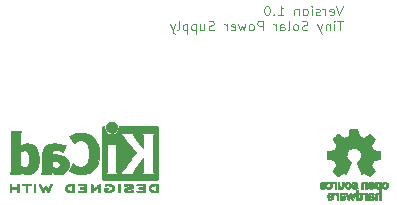
<source format=gbr>
%TF.GenerationSoftware,KiCad,Pcbnew,8.0.6*%
%TF.CreationDate,2025-06-18T20:25:26+05:30*%
%TF.ProjectId,Tiny Solar Suppy,54696e79-2053-46f6-9c61-722053757070,rev?*%
%TF.SameCoordinates,Original*%
%TF.FileFunction,Legend,Bot*%
%TF.FilePolarity,Positive*%
%FSLAX46Y46*%
G04 Gerber Fmt 4.6, Leading zero omitted, Abs format (unit mm)*
G04 Created by KiCad (PCBNEW 8.0.6) date 2025-06-18 20:25:26*
%MOMM*%
%LPD*%
G01*
G04 APERTURE LIST*
%ADD10C,0.100000*%
%ADD11C,0.010000*%
%ADD12R,1.600000X1.600000*%
%ADD13O,1.600000X1.600000*%
%ADD14R,1.700000X1.700000*%
%ADD15O,1.700000X1.700000*%
G04 APERTURE END LIST*
D10*
X89858020Y-92608940D02*
X89591353Y-93408940D01*
X89591353Y-93408940D02*
X89324687Y-92608940D01*
X88753258Y-93370845D02*
X88829449Y-93408940D01*
X88829449Y-93408940D02*
X88981830Y-93408940D01*
X88981830Y-93408940D02*
X89058020Y-93370845D01*
X89058020Y-93370845D02*
X89096116Y-93294654D01*
X89096116Y-93294654D02*
X89096116Y-92989892D01*
X89096116Y-92989892D02*
X89058020Y-92913702D01*
X89058020Y-92913702D02*
X88981830Y-92875606D01*
X88981830Y-92875606D02*
X88829449Y-92875606D01*
X88829449Y-92875606D02*
X88753258Y-92913702D01*
X88753258Y-92913702D02*
X88715163Y-92989892D01*
X88715163Y-92989892D02*
X88715163Y-93066083D01*
X88715163Y-93066083D02*
X89096116Y-93142273D01*
X88372306Y-93408940D02*
X88372306Y-92875606D01*
X88372306Y-93027987D02*
X88334211Y-92951797D01*
X88334211Y-92951797D02*
X88296116Y-92913702D01*
X88296116Y-92913702D02*
X88219925Y-92875606D01*
X88219925Y-92875606D02*
X88143735Y-92875606D01*
X87915164Y-93370845D02*
X87838973Y-93408940D01*
X87838973Y-93408940D02*
X87686592Y-93408940D01*
X87686592Y-93408940D02*
X87610402Y-93370845D01*
X87610402Y-93370845D02*
X87572306Y-93294654D01*
X87572306Y-93294654D02*
X87572306Y-93256559D01*
X87572306Y-93256559D02*
X87610402Y-93180368D01*
X87610402Y-93180368D02*
X87686592Y-93142273D01*
X87686592Y-93142273D02*
X87800878Y-93142273D01*
X87800878Y-93142273D02*
X87877068Y-93104178D01*
X87877068Y-93104178D02*
X87915164Y-93027987D01*
X87915164Y-93027987D02*
X87915164Y-92989892D01*
X87915164Y-92989892D02*
X87877068Y-92913702D01*
X87877068Y-92913702D02*
X87800878Y-92875606D01*
X87800878Y-92875606D02*
X87686592Y-92875606D01*
X87686592Y-92875606D02*
X87610402Y-92913702D01*
X87229449Y-93408940D02*
X87229449Y-92875606D01*
X87229449Y-92608940D02*
X87267545Y-92647035D01*
X87267545Y-92647035D02*
X87229449Y-92685130D01*
X87229449Y-92685130D02*
X87191354Y-92647035D01*
X87191354Y-92647035D02*
X87229449Y-92608940D01*
X87229449Y-92608940D02*
X87229449Y-92685130D01*
X86734212Y-93408940D02*
X86810402Y-93370845D01*
X86810402Y-93370845D02*
X86848497Y-93332749D01*
X86848497Y-93332749D02*
X86886593Y-93256559D01*
X86886593Y-93256559D02*
X86886593Y-93027987D01*
X86886593Y-93027987D02*
X86848497Y-92951797D01*
X86848497Y-92951797D02*
X86810402Y-92913702D01*
X86810402Y-92913702D02*
X86734212Y-92875606D01*
X86734212Y-92875606D02*
X86619926Y-92875606D01*
X86619926Y-92875606D02*
X86543735Y-92913702D01*
X86543735Y-92913702D02*
X86505640Y-92951797D01*
X86505640Y-92951797D02*
X86467545Y-93027987D01*
X86467545Y-93027987D02*
X86467545Y-93256559D01*
X86467545Y-93256559D02*
X86505640Y-93332749D01*
X86505640Y-93332749D02*
X86543735Y-93370845D01*
X86543735Y-93370845D02*
X86619926Y-93408940D01*
X86619926Y-93408940D02*
X86734212Y-93408940D01*
X86124687Y-92875606D02*
X86124687Y-93408940D01*
X86124687Y-92951797D02*
X86086592Y-92913702D01*
X86086592Y-92913702D02*
X86010402Y-92875606D01*
X86010402Y-92875606D02*
X85896116Y-92875606D01*
X85896116Y-92875606D02*
X85819925Y-92913702D01*
X85819925Y-92913702D02*
X85781830Y-92989892D01*
X85781830Y-92989892D02*
X85781830Y-93408940D01*
X84372306Y-93408940D02*
X84829449Y-93408940D01*
X84600877Y-93408940D02*
X84600877Y-92608940D01*
X84600877Y-92608940D02*
X84677068Y-92723225D01*
X84677068Y-92723225D02*
X84753258Y-92799416D01*
X84753258Y-92799416D02*
X84829449Y-92837511D01*
X84029448Y-93332749D02*
X83991353Y-93370845D01*
X83991353Y-93370845D02*
X84029448Y-93408940D01*
X84029448Y-93408940D02*
X84067544Y-93370845D01*
X84067544Y-93370845D02*
X84029448Y-93332749D01*
X84029448Y-93332749D02*
X84029448Y-93408940D01*
X83496115Y-92608940D02*
X83419925Y-92608940D01*
X83419925Y-92608940D02*
X83343734Y-92647035D01*
X83343734Y-92647035D02*
X83305639Y-92685130D01*
X83305639Y-92685130D02*
X83267544Y-92761321D01*
X83267544Y-92761321D02*
X83229449Y-92913702D01*
X83229449Y-92913702D02*
X83229449Y-93104178D01*
X83229449Y-93104178D02*
X83267544Y-93256559D01*
X83267544Y-93256559D02*
X83305639Y-93332749D01*
X83305639Y-93332749D02*
X83343734Y-93370845D01*
X83343734Y-93370845D02*
X83419925Y-93408940D01*
X83419925Y-93408940D02*
X83496115Y-93408940D01*
X83496115Y-93408940D02*
X83572306Y-93370845D01*
X83572306Y-93370845D02*
X83610401Y-93332749D01*
X83610401Y-93332749D02*
X83648496Y-93256559D01*
X83648496Y-93256559D02*
X83686592Y-93104178D01*
X83686592Y-93104178D02*
X83686592Y-92913702D01*
X83686592Y-92913702D02*
X83648496Y-92761321D01*
X83648496Y-92761321D02*
X83610401Y-92685130D01*
X83610401Y-92685130D02*
X83572306Y-92647035D01*
X83572306Y-92647035D02*
X83496115Y-92608940D01*
X89858020Y-93896895D02*
X89400877Y-93896895D01*
X89629449Y-94696895D02*
X89629449Y-93896895D01*
X89134210Y-94696895D02*
X89134210Y-94163561D01*
X89134210Y-93896895D02*
X89172306Y-93934990D01*
X89172306Y-93934990D02*
X89134210Y-93973085D01*
X89134210Y-93973085D02*
X89096115Y-93934990D01*
X89096115Y-93934990D02*
X89134210Y-93896895D01*
X89134210Y-93896895D02*
X89134210Y-93973085D01*
X88753258Y-94163561D02*
X88753258Y-94696895D01*
X88753258Y-94239752D02*
X88715163Y-94201657D01*
X88715163Y-94201657D02*
X88638973Y-94163561D01*
X88638973Y-94163561D02*
X88524687Y-94163561D01*
X88524687Y-94163561D02*
X88448496Y-94201657D01*
X88448496Y-94201657D02*
X88410401Y-94277847D01*
X88410401Y-94277847D02*
X88410401Y-94696895D01*
X88105639Y-94163561D02*
X87915163Y-94696895D01*
X87724686Y-94163561D02*
X87915163Y-94696895D01*
X87915163Y-94696895D02*
X87991353Y-94887371D01*
X87991353Y-94887371D02*
X88029448Y-94925466D01*
X88029448Y-94925466D02*
X88105639Y-94963561D01*
X86848496Y-94658800D02*
X86734210Y-94696895D01*
X86734210Y-94696895D02*
X86543734Y-94696895D01*
X86543734Y-94696895D02*
X86467543Y-94658800D01*
X86467543Y-94658800D02*
X86429448Y-94620704D01*
X86429448Y-94620704D02*
X86391353Y-94544514D01*
X86391353Y-94544514D02*
X86391353Y-94468323D01*
X86391353Y-94468323D02*
X86429448Y-94392133D01*
X86429448Y-94392133D02*
X86467543Y-94354038D01*
X86467543Y-94354038D02*
X86543734Y-94315942D01*
X86543734Y-94315942D02*
X86696115Y-94277847D01*
X86696115Y-94277847D02*
X86772305Y-94239752D01*
X86772305Y-94239752D02*
X86810400Y-94201657D01*
X86810400Y-94201657D02*
X86848496Y-94125466D01*
X86848496Y-94125466D02*
X86848496Y-94049276D01*
X86848496Y-94049276D02*
X86810400Y-93973085D01*
X86810400Y-93973085D02*
X86772305Y-93934990D01*
X86772305Y-93934990D02*
X86696115Y-93896895D01*
X86696115Y-93896895D02*
X86505638Y-93896895D01*
X86505638Y-93896895D02*
X86391353Y-93934990D01*
X85934210Y-94696895D02*
X86010400Y-94658800D01*
X86010400Y-94658800D02*
X86048495Y-94620704D01*
X86048495Y-94620704D02*
X86086591Y-94544514D01*
X86086591Y-94544514D02*
X86086591Y-94315942D01*
X86086591Y-94315942D02*
X86048495Y-94239752D01*
X86048495Y-94239752D02*
X86010400Y-94201657D01*
X86010400Y-94201657D02*
X85934210Y-94163561D01*
X85934210Y-94163561D02*
X85819924Y-94163561D01*
X85819924Y-94163561D02*
X85743733Y-94201657D01*
X85743733Y-94201657D02*
X85705638Y-94239752D01*
X85705638Y-94239752D02*
X85667543Y-94315942D01*
X85667543Y-94315942D02*
X85667543Y-94544514D01*
X85667543Y-94544514D02*
X85705638Y-94620704D01*
X85705638Y-94620704D02*
X85743733Y-94658800D01*
X85743733Y-94658800D02*
X85819924Y-94696895D01*
X85819924Y-94696895D02*
X85934210Y-94696895D01*
X85210400Y-94696895D02*
X85286590Y-94658800D01*
X85286590Y-94658800D02*
X85324685Y-94582609D01*
X85324685Y-94582609D02*
X85324685Y-93896895D01*
X84562780Y-94696895D02*
X84562780Y-94277847D01*
X84562780Y-94277847D02*
X84600875Y-94201657D01*
X84600875Y-94201657D02*
X84677066Y-94163561D01*
X84677066Y-94163561D02*
X84829447Y-94163561D01*
X84829447Y-94163561D02*
X84905637Y-94201657D01*
X84562780Y-94658800D02*
X84638971Y-94696895D01*
X84638971Y-94696895D02*
X84829447Y-94696895D01*
X84829447Y-94696895D02*
X84905637Y-94658800D01*
X84905637Y-94658800D02*
X84943733Y-94582609D01*
X84943733Y-94582609D02*
X84943733Y-94506419D01*
X84943733Y-94506419D02*
X84905637Y-94430228D01*
X84905637Y-94430228D02*
X84829447Y-94392133D01*
X84829447Y-94392133D02*
X84638971Y-94392133D01*
X84638971Y-94392133D02*
X84562780Y-94354038D01*
X84181827Y-94696895D02*
X84181827Y-94163561D01*
X84181827Y-94315942D02*
X84143732Y-94239752D01*
X84143732Y-94239752D02*
X84105637Y-94201657D01*
X84105637Y-94201657D02*
X84029446Y-94163561D01*
X84029446Y-94163561D02*
X83953256Y-94163561D01*
X83077065Y-94696895D02*
X83077065Y-93896895D01*
X83077065Y-93896895D02*
X82772303Y-93896895D01*
X82772303Y-93896895D02*
X82696113Y-93934990D01*
X82696113Y-93934990D02*
X82658018Y-93973085D01*
X82658018Y-93973085D02*
X82619922Y-94049276D01*
X82619922Y-94049276D02*
X82619922Y-94163561D01*
X82619922Y-94163561D02*
X82658018Y-94239752D01*
X82658018Y-94239752D02*
X82696113Y-94277847D01*
X82696113Y-94277847D02*
X82772303Y-94315942D01*
X82772303Y-94315942D02*
X83077065Y-94315942D01*
X82162780Y-94696895D02*
X82238970Y-94658800D01*
X82238970Y-94658800D02*
X82277065Y-94620704D01*
X82277065Y-94620704D02*
X82315161Y-94544514D01*
X82315161Y-94544514D02*
X82315161Y-94315942D01*
X82315161Y-94315942D02*
X82277065Y-94239752D01*
X82277065Y-94239752D02*
X82238970Y-94201657D01*
X82238970Y-94201657D02*
X82162780Y-94163561D01*
X82162780Y-94163561D02*
X82048494Y-94163561D01*
X82048494Y-94163561D02*
X81972303Y-94201657D01*
X81972303Y-94201657D02*
X81934208Y-94239752D01*
X81934208Y-94239752D02*
X81896113Y-94315942D01*
X81896113Y-94315942D02*
X81896113Y-94544514D01*
X81896113Y-94544514D02*
X81934208Y-94620704D01*
X81934208Y-94620704D02*
X81972303Y-94658800D01*
X81972303Y-94658800D02*
X82048494Y-94696895D01*
X82048494Y-94696895D02*
X82162780Y-94696895D01*
X81629446Y-94163561D02*
X81477065Y-94696895D01*
X81477065Y-94696895D02*
X81324684Y-94315942D01*
X81324684Y-94315942D02*
X81172303Y-94696895D01*
X81172303Y-94696895D02*
X81019922Y-94163561D01*
X80410398Y-94658800D02*
X80486589Y-94696895D01*
X80486589Y-94696895D02*
X80638970Y-94696895D01*
X80638970Y-94696895D02*
X80715160Y-94658800D01*
X80715160Y-94658800D02*
X80753256Y-94582609D01*
X80753256Y-94582609D02*
X80753256Y-94277847D01*
X80753256Y-94277847D02*
X80715160Y-94201657D01*
X80715160Y-94201657D02*
X80638970Y-94163561D01*
X80638970Y-94163561D02*
X80486589Y-94163561D01*
X80486589Y-94163561D02*
X80410398Y-94201657D01*
X80410398Y-94201657D02*
X80372303Y-94277847D01*
X80372303Y-94277847D02*
X80372303Y-94354038D01*
X80372303Y-94354038D02*
X80753256Y-94430228D01*
X80029446Y-94696895D02*
X80029446Y-94163561D01*
X80029446Y-94315942D02*
X79991351Y-94239752D01*
X79991351Y-94239752D02*
X79953256Y-94201657D01*
X79953256Y-94201657D02*
X79877065Y-94163561D01*
X79877065Y-94163561D02*
X79800875Y-94163561D01*
X78962780Y-94658800D02*
X78848494Y-94696895D01*
X78848494Y-94696895D02*
X78658018Y-94696895D01*
X78658018Y-94696895D02*
X78581827Y-94658800D01*
X78581827Y-94658800D02*
X78543732Y-94620704D01*
X78543732Y-94620704D02*
X78505637Y-94544514D01*
X78505637Y-94544514D02*
X78505637Y-94468323D01*
X78505637Y-94468323D02*
X78543732Y-94392133D01*
X78543732Y-94392133D02*
X78581827Y-94354038D01*
X78581827Y-94354038D02*
X78658018Y-94315942D01*
X78658018Y-94315942D02*
X78810399Y-94277847D01*
X78810399Y-94277847D02*
X78886589Y-94239752D01*
X78886589Y-94239752D02*
X78924684Y-94201657D01*
X78924684Y-94201657D02*
X78962780Y-94125466D01*
X78962780Y-94125466D02*
X78962780Y-94049276D01*
X78962780Y-94049276D02*
X78924684Y-93973085D01*
X78924684Y-93973085D02*
X78886589Y-93934990D01*
X78886589Y-93934990D02*
X78810399Y-93896895D01*
X78810399Y-93896895D02*
X78619922Y-93896895D01*
X78619922Y-93896895D02*
X78505637Y-93934990D01*
X77819922Y-94163561D02*
X77819922Y-94696895D01*
X78162779Y-94163561D02*
X78162779Y-94582609D01*
X78162779Y-94582609D02*
X78124684Y-94658800D01*
X78124684Y-94658800D02*
X78048494Y-94696895D01*
X78048494Y-94696895D02*
X77934208Y-94696895D01*
X77934208Y-94696895D02*
X77858017Y-94658800D01*
X77858017Y-94658800D02*
X77819922Y-94620704D01*
X77438969Y-94163561D02*
X77438969Y-94963561D01*
X77438969Y-94201657D02*
X77362779Y-94163561D01*
X77362779Y-94163561D02*
X77210398Y-94163561D01*
X77210398Y-94163561D02*
X77134207Y-94201657D01*
X77134207Y-94201657D02*
X77096112Y-94239752D01*
X77096112Y-94239752D02*
X77058017Y-94315942D01*
X77058017Y-94315942D02*
X77058017Y-94544514D01*
X77058017Y-94544514D02*
X77096112Y-94620704D01*
X77096112Y-94620704D02*
X77134207Y-94658800D01*
X77134207Y-94658800D02*
X77210398Y-94696895D01*
X77210398Y-94696895D02*
X77362779Y-94696895D01*
X77362779Y-94696895D02*
X77438969Y-94658800D01*
X76715159Y-94163561D02*
X76715159Y-94963561D01*
X76715159Y-94201657D02*
X76638969Y-94163561D01*
X76638969Y-94163561D02*
X76486588Y-94163561D01*
X76486588Y-94163561D02*
X76410397Y-94201657D01*
X76410397Y-94201657D02*
X76372302Y-94239752D01*
X76372302Y-94239752D02*
X76334207Y-94315942D01*
X76334207Y-94315942D02*
X76334207Y-94544514D01*
X76334207Y-94544514D02*
X76372302Y-94620704D01*
X76372302Y-94620704D02*
X76410397Y-94658800D01*
X76410397Y-94658800D02*
X76486588Y-94696895D01*
X76486588Y-94696895D02*
X76638969Y-94696895D01*
X76638969Y-94696895D02*
X76715159Y-94658800D01*
X75877064Y-94696895D02*
X75953254Y-94658800D01*
X75953254Y-94658800D02*
X75991349Y-94582609D01*
X75991349Y-94582609D02*
X75991349Y-93896895D01*
X75648492Y-94163561D02*
X75458016Y-94696895D01*
X75267539Y-94163561D02*
X75458016Y-94696895D01*
X75458016Y-94696895D02*
X75534206Y-94887371D01*
X75534206Y-94887371D02*
X75572301Y-94925466D01*
X75572301Y-94925466D02*
X75648492Y-94963561D01*
D11*
%TO.C,REF\u002A\u002A*%
X89092128Y-107498945D02*
X89122954Y-107508568D01*
X89160916Y-107524563D01*
X89179296Y-107533159D01*
X89192561Y-107534713D01*
X89195495Y-107522798D01*
X89195498Y-107522461D01*
X89201709Y-107511087D01*
X89223131Y-107505256D01*
X89264653Y-107503614D01*
X89333812Y-107503614D01*
X89333812Y-108107179D01*
X89195495Y-108107179D01*
X89195495Y-107691027D01*
X89161110Y-107659161D01*
X89150368Y-107650104D01*
X89118370Y-107634630D01*
X89078965Y-107634010D01*
X89025312Y-107647664D01*
X89007225Y-107648529D01*
X88986008Y-107635283D01*
X88957768Y-107603800D01*
X88944069Y-107586385D01*
X88927868Y-107561797D01*
X88925371Y-107546145D01*
X88934442Y-107532941D01*
X88962289Y-107516245D01*
X89005540Y-107503030D01*
X89052464Y-107496478D01*
X89092128Y-107498945D01*
G36*
X89092128Y-107498945D02*
G01*
X89122954Y-107508568D01*
X89160916Y-107524563D01*
X89179296Y-107533159D01*
X89192561Y-107534713D01*
X89195495Y-107522798D01*
X89195498Y-107522461D01*
X89201709Y-107511087D01*
X89223131Y-107505256D01*
X89264653Y-107503614D01*
X89333812Y-107503614D01*
X89333812Y-108107179D01*
X89195495Y-108107179D01*
X89195495Y-107691027D01*
X89161110Y-107659161D01*
X89150368Y-107650104D01*
X89118370Y-107634630D01*
X89078965Y-107634010D01*
X89025312Y-107647664D01*
X89007225Y-107648529D01*
X88986008Y-107635283D01*
X88957768Y-107603800D01*
X88944069Y-107586385D01*
X88927868Y-107561797D01*
X88925371Y-107546145D01*
X88934442Y-107532941D01*
X88962289Y-107516245D01*
X89005540Y-107503030D01*
X89052464Y-107496478D01*
X89092128Y-107498945D01*
G37*
X89275265Y-108454965D02*
X89313255Y-108472745D01*
X89346386Y-108498806D01*
X89346386Y-108472745D01*
X89347211Y-108462849D01*
X89354893Y-108452358D01*
X89375667Y-108447725D01*
X89415544Y-108446683D01*
X89484703Y-108446683D01*
X89484703Y-109062822D01*
X89346386Y-109062822D01*
X89346386Y-108862226D01*
X89346369Y-108850710D01*
X89345189Y-108769758D01*
X89342294Y-108703817D01*
X89337888Y-108656258D01*
X89332181Y-108630452D01*
X89326940Y-108620710D01*
X89294676Y-108590156D01*
X89250730Y-108576631D01*
X89202743Y-108582941D01*
X89190973Y-108587217D01*
X89165898Y-108594776D01*
X89148762Y-108592428D01*
X89131518Y-108577064D01*
X89106124Y-108545571D01*
X89064936Y-108493568D01*
X89093886Y-108470125D01*
X89121405Y-108456015D01*
X89169745Y-108446486D01*
X89224230Y-108446174D01*
X89275265Y-108454965D01*
G36*
X89275265Y-108454965D02*
G01*
X89313255Y-108472745D01*
X89346386Y-108498806D01*
X89346386Y-108472745D01*
X89347211Y-108462849D01*
X89354893Y-108452358D01*
X89375667Y-108447725D01*
X89415544Y-108446683D01*
X89484703Y-108446683D01*
X89484703Y-109062822D01*
X89346386Y-109062822D01*
X89346386Y-108862226D01*
X89346369Y-108850710D01*
X89345189Y-108769758D01*
X89342294Y-108703817D01*
X89337888Y-108656258D01*
X89332181Y-108630452D01*
X89326940Y-108620710D01*
X89294676Y-108590156D01*
X89250730Y-108576631D01*
X89202743Y-108582941D01*
X89190973Y-108587217D01*
X89165898Y-108594776D01*
X89148762Y-108592428D01*
X89131518Y-108577064D01*
X89106124Y-108545571D01*
X89064936Y-108493568D01*
X89093886Y-108470125D01*
X89121405Y-108456015D01*
X89169745Y-108446486D01*
X89224230Y-108446174D01*
X89275265Y-108454965D01*
G37*
X91898960Y-109062822D02*
X91773218Y-109062822D01*
X91773218Y-108868740D01*
X91773078Y-108823594D01*
X91771649Y-108748823D01*
X91768029Y-108693467D01*
X91761434Y-108653702D01*
X91751079Y-108625700D01*
X91736178Y-108605635D01*
X91715946Y-108589681D01*
X91693859Y-108577792D01*
X91667705Y-108574421D01*
X91630508Y-108581917D01*
X91618555Y-108585038D01*
X91588718Y-108589735D01*
X91567383Y-108583005D01*
X91542655Y-108562177D01*
X91537963Y-108557647D01*
X91512020Y-108529626D01*
X91495291Y-108506843D01*
X91492996Y-108501355D01*
X91497543Y-108481088D01*
X91520602Y-108464884D01*
X91556995Y-108453513D01*
X91601544Y-108447740D01*
X91649072Y-108448334D01*
X91694400Y-108456063D01*
X91732351Y-108471694D01*
X91744381Y-108478993D01*
X91764632Y-108489676D01*
X91772129Y-108487230D01*
X91773218Y-108471647D01*
X91773473Y-108466053D01*
X91779539Y-108453660D01*
X91798356Y-108448020D01*
X91836089Y-108446683D01*
X91898960Y-108446683D01*
X91898960Y-109062822D01*
G36*
X91898960Y-109062822D02*
G01*
X91773218Y-109062822D01*
X91773218Y-108868740D01*
X91773078Y-108823594D01*
X91771649Y-108748823D01*
X91768029Y-108693467D01*
X91761434Y-108653702D01*
X91751079Y-108625700D01*
X91736178Y-108605635D01*
X91715946Y-108589681D01*
X91693859Y-108577792D01*
X91667705Y-108574421D01*
X91630508Y-108581917D01*
X91618555Y-108585038D01*
X91588718Y-108589735D01*
X91567383Y-108583005D01*
X91542655Y-108562177D01*
X91537963Y-108557647D01*
X91512020Y-108529626D01*
X91495291Y-108506843D01*
X91492996Y-108501355D01*
X91497543Y-108481088D01*
X91520602Y-108464884D01*
X91556995Y-108453513D01*
X91601544Y-108447740D01*
X91649072Y-108448334D01*
X91694400Y-108456063D01*
X91732351Y-108471694D01*
X91744381Y-108478993D01*
X91764632Y-108489676D01*
X91772129Y-108487230D01*
X91773218Y-108471647D01*
X91773473Y-108466053D01*
X91779539Y-108453660D01*
X91798356Y-108448020D01*
X91836089Y-108446683D01*
X91898960Y-108446683D01*
X91898960Y-109062822D01*
G37*
X89585297Y-107699342D02*
X89586357Y-107787394D01*
X89590509Y-107858510D01*
X89598921Y-107910199D01*
X89612757Y-107945360D01*
X89633182Y-107966889D01*
X89661364Y-107977682D01*
X89698465Y-107980636D01*
X89733890Y-107978000D01*
X89762500Y-107967679D01*
X89783296Y-107946772D01*
X89797442Y-107912381D01*
X89806103Y-107861610D01*
X89810445Y-107791563D01*
X89811633Y-107699342D01*
X89811633Y-107503614D01*
X89937376Y-107503614D01*
X89937376Y-107739578D01*
X89937160Y-107802561D01*
X89935484Y-107884007D01*
X89931277Y-107946121D01*
X89923521Y-107992458D01*
X89911196Y-108026573D01*
X89893285Y-108052022D01*
X89868767Y-108072362D01*
X89836623Y-108091147D01*
X89769125Y-108114928D01*
X89698681Y-108116480D01*
X89632264Y-108094580D01*
X89603286Y-108080383D01*
X89588909Y-108078261D01*
X89585297Y-108088293D01*
X89579299Y-108099556D01*
X89557830Y-108105489D01*
X89516138Y-108107179D01*
X89446980Y-108107179D01*
X89446980Y-107503614D01*
X89585297Y-107503614D01*
X89585297Y-107699342D01*
G36*
X89585297Y-107699342D02*
G01*
X89586357Y-107787394D01*
X89590509Y-107858510D01*
X89598921Y-107910199D01*
X89612757Y-107945360D01*
X89633182Y-107966889D01*
X89661364Y-107977682D01*
X89698465Y-107980636D01*
X89733890Y-107978000D01*
X89762500Y-107967679D01*
X89783296Y-107946772D01*
X89797442Y-107912381D01*
X89806103Y-107861610D01*
X89810445Y-107791563D01*
X89811633Y-107699342D01*
X89811633Y-107503614D01*
X89937376Y-107503614D01*
X89937376Y-107739578D01*
X89937160Y-107802561D01*
X89935484Y-107884007D01*
X89931277Y-107946121D01*
X89923521Y-107992458D01*
X89911196Y-108026573D01*
X89893285Y-108052022D01*
X89868767Y-108072362D01*
X89836623Y-108091147D01*
X89769125Y-108114928D01*
X89698681Y-108116480D01*
X89632264Y-108094580D01*
X89603286Y-108080383D01*
X89588909Y-108078261D01*
X89585297Y-108088293D01*
X89579299Y-108099556D01*
X89557830Y-108105489D01*
X89516138Y-108107179D01*
X89446980Y-108107179D01*
X89446980Y-107503614D01*
X89585297Y-107503614D01*
X89585297Y-107699342D01*
G37*
X91687605Y-107502424D02*
X91744926Y-107520434D01*
X91770199Y-107532674D01*
X91782910Y-107533938D01*
X91785792Y-107522798D01*
X91785795Y-107522461D01*
X91792006Y-107511087D01*
X91813428Y-107505256D01*
X91854950Y-107503614D01*
X91924109Y-107503614D01*
X91924109Y-108107179D01*
X91785792Y-108107179D01*
X91785792Y-107899132D01*
X91785697Y-107828879D01*
X91785051Y-107771170D01*
X91783320Y-107730787D01*
X91779974Y-107703615D01*
X91774481Y-107685540D01*
X91766310Y-107672447D01*
X91754928Y-107660221D01*
X91739424Y-107647217D01*
X91694843Y-107629745D01*
X91648047Y-107634873D01*
X91605180Y-107662507D01*
X91592927Y-107675368D01*
X91584132Y-107688384D01*
X91578233Y-107705706D01*
X91574651Y-107731501D01*
X91572809Y-107769939D01*
X91572128Y-107825189D01*
X91572030Y-107901418D01*
X91572030Y-108107179D01*
X91433713Y-108107179D01*
X91433989Y-107883985D01*
X91434008Y-107874044D01*
X91435207Y-107779106D01*
X91438891Y-107705358D01*
X91446006Y-107649214D01*
X91457500Y-107607087D01*
X91474318Y-107575391D01*
X91497409Y-107550541D01*
X91527717Y-107528950D01*
X91559012Y-107514002D01*
X91622037Y-107500421D01*
X91687605Y-107502424D01*
G36*
X91687605Y-107502424D02*
G01*
X91744926Y-107520434D01*
X91770199Y-107532674D01*
X91782910Y-107533938D01*
X91785792Y-107522798D01*
X91785795Y-107522461D01*
X91792006Y-107511087D01*
X91813428Y-107505256D01*
X91854950Y-107503614D01*
X91924109Y-107503614D01*
X91924109Y-108107179D01*
X91785792Y-108107179D01*
X91785792Y-107899132D01*
X91785697Y-107828879D01*
X91785051Y-107771170D01*
X91783320Y-107730787D01*
X91779974Y-107703615D01*
X91774481Y-107685540D01*
X91766310Y-107672447D01*
X91754928Y-107660221D01*
X91739424Y-107647217D01*
X91694843Y-107629745D01*
X91648047Y-107634873D01*
X91605180Y-107662507D01*
X91592927Y-107675368D01*
X91584132Y-107688384D01*
X91578233Y-107705706D01*
X91574651Y-107731501D01*
X91572809Y-107769939D01*
X91572128Y-107825189D01*
X91572030Y-107901418D01*
X91572030Y-108107179D01*
X91433713Y-108107179D01*
X91433989Y-107883985D01*
X91434008Y-107874044D01*
X91435207Y-107779106D01*
X91438891Y-107705358D01*
X91446006Y-107649214D01*
X91457500Y-107607087D01*
X91474318Y-107575391D01*
X91497409Y-107550541D01*
X91527717Y-107528950D01*
X91559012Y-107514002D01*
X91622037Y-107500421D01*
X91687605Y-107502424D01*
G37*
X88738409Y-107506493D02*
X88807021Y-107533224D01*
X88865048Y-107577351D01*
X88907907Y-107637958D01*
X88910801Y-107644137D01*
X88929176Y-107704409D01*
X88938357Y-107776407D01*
X88938285Y-107851369D01*
X88928901Y-107920536D01*
X88910149Y-107975149D01*
X88886995Y-108013212D01*
X88836030Y-108067135D01*
X88772306Y-108101411D01*
X88717785Y-108115272D01*
X88634767Y-108116785D01*
X88555326Y-108095882D01*
X88484879Y-108053464D01*
X88439284Y-108015880D01*
X88480351Y-107973510D01*
X88506296Y-107948409D01*
X88529764Y-107934434D01*
X88551524Y-107937511D01*
X88579356Y-107956287D01*
X88590454Y-107963638D01*
X88637337Y-107978683D01*
X88691224Y-107978673D01*
X88741675Y-107963168D01*
X88760672Y-107950716D01*
X88788537Y-107913946D01*
X88802506Y-107859939D01*
X88803405Y-107786331D01*
X88803403Y-107786289D01*
X88793009Y-107720433D01*
X88770114Y-107674772D01*
X88732439Y-107646528D01*
X88677708Y-107632920D01*
X88643241Y-107631090D01*
X88613126Y-107638584D01*
X88582240Y-107660295D01*
X88542272Y-107693926D01*
X88491656Y-107653250D01*
X88473163Y-107637667D01*
X88450065Y-107615340D01*
X88441039Y-107602183D01*
X88444236Y-107596253D01*
X88462646Y-107578048D01*
X88491973Y-107554895D01*
X88514920Y-107539830D01*
X88587774Y-107508880D01*
X88663799Y-107498073D01*
X88738409Y-107506493D01*
G36*
X88738409Y-107506493D02*
G01*
X88807021Y-107533224D01*
X88865048Y-107577351D01*
X88907907Y-107637958D01*
X88910801Y-107644137D01*
X88929176Y-107704409D01*
X88938357Y-107776407D01*
X88938285Y-107851369D01*
X88928901Y-107920536D01*
X88910149Y-107975149D01*
X88886995Y-108013212D01*
X88836030Y-108067135D01*
X88772306Y-108101411D01*
X88717785Y-108115272D01*
X88634767Y-108116785D01*
X88555326Y-108095882D01*
X88484879Y-108053464D01*
X88439284Y-108015880D01*
X88480351Y-107973510D01*
X88506296Y-107948409D01*
X88529764Y-107934434D01*
X88551524Y-107937511D01*
X88579356Y-107956287D01*
X88590454Y-107963638D01*
X88637337Y-107978683D01*
X88691224Y-107978673D01*
X88741675Y-107963168D01*
X88760672Y-107950716D01*
X88788537Y-107913946D01*
X88802506Y-107859939D01*
X88803405Y-107786331D01*
X88803403Y-107786289D01*
X88793009Y-107720433D01*
X88770114Y-107674772D01*
X88732439Y-107646528D01*
X88677708Y-107632920D01*
X88643241Y-107631090D01*
X88613126Y-107638584D01*
X88582240Y-107660295D01*
X88542272Y-107693926D01*
X88491656Y-107653250D01*
X88473163Y-107637667D01*
X88450065Y-107615340D01*
X88441039Y-107602183D01*
X88444236Y-107596253D01*
X88462646Y-107578048D01*
X88491973Y-107554895D01*
X88514920Y-107539830D01*
X88587774Y-107508880D01*
X88663799Y-107498073D01*
X88738409Y-107506493D01*
G37*
X90537857Y-107848771D02*
X90534349Y-107888565D01*
X90518844Y-107964538D01*
X90491110Y-108022511D01*
X90448898Y-108066300D01*
X90389960Y-108099722D01*
X90367076Y-108107676D01*
X90307812Y-108117601D01*
X90245447Y-108117331D01*
X90192823Y-108106430D01*
X90191789Y-108106034D01*
X90149381Y-108081087D01*
X90106537Y-108042468D01*
X90070986Y-107998306D01*
X90050459Y-107956727D01*
X90044374Y-107926334D01*
X90039164Y-107869429D01*
X90038291Y-107818705D01*
X90164976Y-107818705D01*
X90172549Y-107879545D01*
X90190341Y-107929538D01*
X90217296Y-107962204D01*
X90227513Y-107967812D01*
X90266473Y-107978007D01*
X90311536Y-107980104D01*
X90349448Y-107973020D01*
X90364244Y-107962861D01*
X90385014Y-107927334D01*
X90398083Y-107871732D01*
X90402624Y-107798766D01*
X90402551Y-107777762D01*
X90400974Y-107735203D01*
X90395728Y-107707439D01*
X90384723Y-107686925D01*
X90365868Y-107666112D01*
X90329989Y-107640887D01*
X90283280Y-107630573D01*
X90238151Y-107640396D01*
X90200680Y-107668805D01*
X90176943Y-107714253D01*
X90168675Y-107753497D01*
X90164976Y-107818705D01*
X90038291Y-107818705D01*
X90038049Y-107804621D01*
X90040844Y-107740116D01*
X90047366Y-107684121D01*
X90057432Y-107644842D01*
X90080877Y-107600372D01*
X90130637Y-107545692D01*
X90194238Y-107511055D01*
X90269790Y-107497345D01*
X90355399Y-107505448D01*
X90369644Y-107508899D01*
X90435982Y-107538664D01*
X90485971Y-107587530D01*
X90519612Y-107655501D01*
X90536906Y-107742580D01*
X90537410Y-107798766D01*
X90537857Y-107848771D01*
G36*
X90537857Y-107848771D02*
G01*
X90534349Y-107888565D01*
X90518844Y-107964538D01*
X90491110Y-108022511D01*
X90448898Y-108066300D01*
X90389960Y-108099722D01*
X90367076Y-108107676D01*
X90307812Y-108117601D01*
X90245447Y-108117331D01*
X90192823Y-108106430D01*
X90191789Y-108106034D01*
X90149381Y-108081087D01*
X90106537Y-108042468D01*
X90070986Y-107998306D01*
X90050459Y-107956727D01*
X90044374Y-107926334D01*
X90039164Y-107869429D01*
X90038291Y-107818705D01*
X90164976Y-107818705D01*
X90172549Y-107879545D01*
X90190341Y-107929538D01*
X90217296Y-107962204D01*
X90227513Y-107967812D01*
X90266473Y-107978007D01*
X90311536Y-107980104D01*
X90349448Y-107973020D01*
X90364244Y-107962861D01*
X90385014Y-107927334D01*
X90398083Y-107871732D01*
X90402624Y-107798766D01*
X90402551Y-107777762D01*
X90400974Y-107735203D01*
X90395728Y-107707439D01*
X90384723Y-107686925D01*
X90365868Y-107666112D01*
X90329989Y-107640887D01*
X90283280Y-107630573D01*
X90238151Y-107640396D01*
X90200680Y-107668805D01*
X90176943Y-107714253D01*
X90168675Y-107753497D01*
X90164976Y-107818705D01*
X90038291Y-107818705D01*
X90038049Y-107804621D01*
X90040844Y-107740116D01*
X90047366Y-107684121D01*
X90057432Y-107644842D01*
X90080877Y-107600372D01*
X90130637Y-107545692D01*
X90194238Y-107511055D01*
X90269790Y-107497345D01*
X90355399Y-107505448D01*
X90369644Y-107508899D01*
X90435982Y-107538664D01*
X90485971Y-107587530D01*
X90519612Y-107655501D01*
X90536906Y-107742580D01*
X90537410Y-107798766D01*
X90537857Y-107848771D01*
G37*
X90637997Y-108644130D02*
X90654997Y-108694850D01*
X90675107Y-108750997D01*
X90691899Y-108793532D01*
X90703986Y-108818990D01*
X90709980Y-108823903D01*
X90711426Y-108819630D01*
X90719254Y-108793422D01*
X90731723Y-108749649D01*
X90747447Y-108693211D01*
X90765043Y-108629010D01*
X90812914Y-108452971D01*
X90886007Y-108449152D01*
X90892177Y-108448846D01*
X90931592Y-108448441D01*
X90950533Y-108452487D01*
X90952945Y-108461726D01*
X90949898Y-108470749D01*
X90939874Y-108501632D01*
X90924180Y-108550544D01*
X90903934Y-108613987D01*
X90880256Y-108688462D01*
X90854263Y-108770471D01*
X90761736Y-109062822D01*
X90645993Y-109062822D01*
X90591457Y-108877352D01*
X90581386Y-108843294D01*
X90562775Y-108781378D01*
X90546872Y-108729787D01*
X90535109Y-108693130D01*
X90528918Y-108676018D01*
X90527154Y-108674741D01*
X90518571Y-108685779D01*
X90506316Y-108714969D01*
X90492426Y-108757750D01*
X90491692Y-108760263D01*
X90473096Y-108823400D01*
X90451818Y-108894889D01*
X90432321Y-108959734D01*
X90400705Y-109064122D01*
X90342402Y-109060328D01*
X90284098Y-109056535D01*
X90230098Y-108886782D01*
X90206390Y-108812193D01*
X90179833Y-108728539D01*
X90154404Y-108648342D01*
X90133354Y-108581857D01*
X90090609Y-108446683D01*
X90233612Y-108446683D01*
X90268274Y-108575570D01*
X90277488Y-108609625D01*
X90294915Y-108673115D01*
X90311054Y-108730874D01*
X90323322Y-108773614D01*
X90343709Y-108842773D01*
X90473745Y-108452971D01*
X90523476Y-108449237D01*
X90573206Y-108445504D01*
X90637997Y-108644130D01*
G36*
X90637997Y-108644130D02*
G01*
X90654997Y-108694850D01*
X90675107Y-108750997D01*
X90691899Y-108793532D01*
X90703986Y-108818990D01*
X90709980Y-108823903D01*
X90711426Y-108819630D01*
X90719254Y-108793422D01*
X90731723Y-108749649D01*
X90747447Y-108693211D01*
X90765043Y-108629010D01*
X90812914Y-108452971D01*
X90886007Y-108449152D01*
X90892177Y-108448846D01*
X90931592Y-108448441D01*
X90950533Y-108452487D01*
X90952945Y-108461726D01*
X90949898Y-108470749D01*
X90939874Y-108501632D01*
X90924180Y-108550544D01*
X90903934Y-108613987D01*
X90880256Y-108688462D01*
X90854263Y-108770471D01*
X90761736Y-109062822D01*
X90645993Y-109062822D01*
X90591457Y-108877352D01*
X90581386Y-108843294D01*
X90562775Y-108781378D01*
X90546872Y-108729787D01*
X90535109Y-108693130D01*
X90528918Y-108676018D01*
X90527154Y-108674741D01*
X90518571Y-108685779D01*
X90506316Y-108714969D01*
X90492426Y-108757750D01*
X90491692Y-108760263D01*
X90473096Y-108823400D01*
X90451818Y-108894889D01*
X90432321Y-108959734D01*
X90400705Y-109064122D01*
X90342402Y-109060328D01*
X90284098Y-109056535D01*
X90230098Y-108886782D01*
X90206390Y-108812193D01*
X90179833Y-108728539D01*
X90154404Y-108648342D01*
X90133354Y-108581857D01*
X90090609Y-108446683D01*
X90233612Y-108446683D01*
X90268274Y-108575570D01*
X90277488Y-108609625D01*
X90294915Y-108673115D01*
X90311054Y-108730874D01*
X90323322Y-108773614D01*
X90343709Y-108842773D01*
X90473745Y-108452971D01*
X90523476Y-108449237D01*
X90573206Y-108445504D01*
X90637997Y-108644130D01*
G37*
X93669997Y-107839931D02*
X93668373Y-107879310D01*
X93664688Y-107927332D01*
X93658410Y-107961368D01*
X93648044Y-107988338D01*
X93632092Y-108015158D01*
X93631412Y-108016175D01*
X93592132Y-108059629D01*
X93544072Y-108092772D01*
X93488185Y-108112439D01*
X93414666Y-108118824D01*
X93342609Y-108106268D01*
X93278201Y-108076011D01*
X93227627Y-108029294D01*
X93213108Y-108007221D01*
X93185993Y-107938602D01*
X93172546Y-107853939D01*
X93172776Y-107832523D01*
X93307920Y-107832523D01*
X93308174Y-107872574D01*
X93312421Y-107899313D01*
X93322096Y-107919859D01*
X93338638Y-107941331D01*
X93361593Y-107962639D01*
X93407505Y-107981653D01*
X93456802Y-107978122D01*
X93503917Y-107951694D01*
X93517207Y-107939072D01*
X93531397Y-107917465D01*
X93539266Y-107887094D01*
X93543726Y-107839770D01*
X93544955Y-107804219D01*
X93538224Y-107731620D01*
X93517567Y-107679642D01*
X93482894Y-107647999D01*
X93442249Y-107632847D01*
X93393777Y-107634123D01*
X93348845Y-107659703D01*
X93338103Y-107669442D01*
X93324548Y-107686480D01*
X93316505Y-107708772D01*
X93312043Y-107742947D01*
X93309228Y-107795638D01*
X93307920Y-107832523D01*
X93172776Y-107832523D01*
X93173583Y-107757351D01*
X93174907Y-107743651D01*
X93193374Y-107655908D01*
X93227540Y-107587793D01*
X93277479Y-107539231D01*
X93343261Y-107510148D01*
X93424961Y-107500471D01*
X93455828Y-107501379D01*
X93519128Y-107512493D01*
X93570889Y-107539021D01*
X93619147Y-107584436D01*
X93626865Y-107593551D01*
X93647681Y-107624248D01*
X93661362Y-107659007D01*
X93668948Y-107703056D01*
X93671479Y-107761621D01*
X93670672Y-107804219D01*
X93669997Y-107839931D01*
G36*
X93669997Y-107839931D02*
G01*
X93668373Y-107879310D01*
X93664688Y-107927332D01*
X93658410Y-107961368D01*
X93648044Y-107988338D01*
X93632092Y-108015158D01*
X93631412Y-108016175D01*
X93592132Y-108059629D01*
X93544072Y-108092772D01*
X93488185Y-108112439D01*
X93414666Y-108118824D01*
X93342609Y-108106268D01*
X93278201Y-108076011D01*
X93227627Y-108029294D01*
X93213108Y-108007221D01*
X93185993Y-107938602D01*
X93172546Y-107853939D01*
X93172776Y-107832523D01*
X93307920Y-107832523D01*
X93308174Y-107872574D01*
X93312421Y-107899313D01*
X93322096Y-107919859D01*
X93338638Y-107941331D01*
X93361593Y-107962639D01*
X93407505Y-107981653D01*
X93456802Y-107978122D01*
X93503917Y-107951694D01*
X93517207Y-107939072D01*
X93531397Y-107917465D01*
X93539266Y-107887094D01*
X93543726Y-107839770D01*
X93544955Y-107804219D01*
X93538224Y-107731620D01*
X93517567Y-107679642D01*
X93482894Y-107647999D01*
X93442249Y-107632847D01*
X93393777Y-107634123D01*
X93348845Y-107659703D01*
X93338103Y-107669442D01*
X93324548Y-107686480D01*
X93316505Y-107708772D01*
X93312043Y-107742947D01*
X93309228Y-107795638D01*
X93307920Y-107832523D01*
X93172776Y-107832523D01*
X93173583Y-107757351D01*
X93174907Y-107743651D01*
X93193374Y-107655908D01*
X93227540Y-107587793D01*
X93277479Y-107539231D01*
X93343261Y-107510148D01*
X93424961Y-107500471D01*
X93455828Y-107501379D01*
X93519128Y-107512493D01*
X93570889Y-107539021D01*
X93619147Y-107584436D01*
X93626865Y-107593551D01*
X93647681Y-107624248D01*
X93661362Y-107659007D01*
X93668948Y-107703056D01*
X93671479Y-107761621D01*
X93670672Y-107804219D01*
X93669997Y-107839931D01*
G37*
X91495761Y-108801813D02*
X91494167Y-108855571D01*
X91490962Y-108893018D01*
X91490413Y-108896450D01*
X91468838Y-108957835D01*
X91429438Y-109009877D01*
X91377752Y-109045135D01*
X91322248Y-109059729D01*
X91253977Y-109058597D01*
X91191173Y-109039029D01*
X91174815Y-109030771D01*
X91153779Y-109021923D01*
X91145774Y-109024676D01*
X91144505Y-109039029D01*
X91143922Y-109046186D01*
X91136394Y-109056772D01*
X91115488Y-109061645D01*
X91075346Y-109062822D01*
X91006188Y-109062822D01*
X91006188Y-108760930D01*
X91144505Y-108760930D01*
X91145496Y-108813230D01*
X91149519Y-108848050D01*
X91158108Y-108871905D01*
X91172797Y-108891895D01*
X91211584Y-108921618D01*
X91256974Y-108931582D01*
X91300989Y-108919260D01*
X91338060Y-108884888D01*
X91347859Y-108859735D01*
X91355097Y-108815194D01*
X91358279Y-108761155D01*
X91357277Y-108705728D01*
X91351961Y-108657022D01*
X91342204Y-108623148D01*
X91339087Y-108617593D01*
X91309038Y-108589674D01*
X91268315Y-108577306D01*
X91224579Y-108580183D01*
X91185491Y-108598000D01*
X91158710Y-108630452D01*
X91157603Y-108633181D01*
X91150963Y-108663634D01*
X91146278Y-108709139D01*
X91144505Y-108760930D01*
X91006188Y-108760930D01*
X91006188Y-108207773D01*
X91144505Y-108207773D01*
X91144505Y-108500878D01*
X91170124Y-108477693D01*
X91194792Y-108463282D01*
X91241480Y-108451236D01*
X91296056Y-108447354D01*
X91349354Y-108452120D01*
X91392207Y-108466014D01*
X91422878Y-108485779D01*
X91454471Y-108519449D01*
X91475733Y-108564730D01*
X91488514Y-108625981D01*
X91494664Y-108707563D01*
X91495568Y-108740540D01*
X91495633Y-108761155D01*
X91495761Y-108801813D01*
G36*
X91495761Y-108801813D02*
G01*
X91494167Y-108855571D01*
X91490962Y-108893018D01*
X91490413Y-108896450D01*
X91468838Y-108957835D01*
X91429438Y-109009877D01*
X91377752Y-109045135D01*
X91322248Y-109059729D01*
X91253977Y-109058597D01*
X91191173Y-109039029D01*
X91174815Y-109030771D01*
X91153779Y-109021923D01*
X91145774Y-109024676D01*
X91144505Y-109039029D01*
X91143922Y-109046186D01*
X91136394Y-109056772D01*
X91115488Y-109061645D01*
X91075346Y-109062822D01*
X91006188Y-109062822D01*
X91006188Y-108760930D01*
X91144505Y-108760930D01*
X91145496Y-108813230D01*
X91149519Y-108848050D01*
X91158108Y-108871905D01*
X91172797Y-108891895D01*
X91211584Y-108921618D01*
X91256974Y-108931582D01*
X91300989Y-108919260D01*
X91338060Y-108884888D01*
X91347859Y-108859735D01*
X91355097Y-108815194D01*
X91358279Y-108761155D01*
X91357277Y-108705728D01*
X91351961Y-108657022D01*
X91342204Y-108623148D01*
X91339087Y-108617593D01*
X91309038Y-108589674D01*
X91268315Y-108577306D01*
X91224579Y-108580183D01*
X91185491Y-108598000D01*
X91158710Y-108630452D01*
X91157603Y-108633181D01*
X91150963Y-108663634D01*
X91146278Y-108709139D01*
X91144505Y-108760930D01*
X91006188Y-108760930D01*
X91006188Y-108207773D01*
X91144505Y-108207773D01*
X91144505Y-108500878D01*
X91170124Y-108477693D01*
X91194792Y-108463282D01*
X91241480Y-108451236D01*
X91296056Y-108447354D01*
X91349354Y-108452120D01*
X91392207Y-108466014D01*
X91422878Y-108485779D01*
X91454471Y-108519449D01*
X91475733Y-108564730D01*
X91488514Y-108625981D01*
X91494664Y-108707563D01*
X91495568Y-108740540D01*
X91495633Y-108761155D01*
X91495761Y-108801813D01*
G37*
X88424444Y-107764878D02*
X88422825Y-107861121D01*
X88422615Y-107863014D01*
X88404535Y-107951325D01*
X88371870Y-108019986D01*
X88323601Y-108070506D01*
X88258713Y-108104393D01*
X88246801Y-108108268D01*
X88172971Y-108119688D01*
X88096614Y-108113320D01*
X88025626Y-108090563D01*
X87967904Y-108052819D01*
X87924667Y-108012872D01*
X87970625Y-107976532D01*
X88016583Y-107940193D01*
X88071969Y-107967101D01*
X88136056Y-107988905D01*
X88192632Y-107989558D01*
X88238920Y-107969525D01*
X88272230Y-107929315D01*
X88284171Y-107905222D01*
X88290837Y-107884630D01*
X88286980Y-107870720D01*
X88269675Y-107862181D01*
X88235997Y-107857704D01*
X88183021Y-107855978D01*
X88107822Y-107855693D01*
X87925495Y-107855693D01*
X87925495Y-107768492D01*
X87926857Y-107730210D01*
X88055234Y-107730210D01*
X88061399Y-107737251D01*
X88079654Y-107740916D01*
X88114352Y-107742306D01*
X88169846Y-107742525D01*
X88199603Y-107742176D01*
X88246562Y-107739867D01*
X88278416Y-107735822D01*
X88290148Y-107730542D01*
X88287146Y-107711062D01*
X88265988Y-107673786D01*
X88230731Y-107643164D01*
X88188699Y-107624668D01*
X88147220Y-107623773D01*
X88115997Y-107638604D01*
X88080618Y-107672355D01*
X88058122Y-107714233D01*
X88056805Y-107718690D01*
X88055234Y-107730210D01*
X87926857Y-107730210D01*
X87927136Y-107722371D01*
X87931955Y-107676740D01*
X87938840Y-107645893D01*
X87943859Y-107634117D01*
X87980390Y-107581667D01*
X88033175Y-107537921D01*
X88094904Y-107509279D01*
X88127102Y-107501457D01*
X88203820Y-107497896D01*
X88272179Y-107516009D01*
X88330299Y-107553779D01*
X88376302Y-107609191D01*
X88408310Y-107680229D01*
X88417900Y-107730542D01*
X88424444Y-107764878D01*
G36*
X88424444Y-107764878D02*
G01*
X88422825Y-107861121D01*
X88422615Y-107863014D01*
X88404535Y-107951325D01*
X88371870Y-108019986D01*
X88323601Y-108070506D01*
X88258713Y-108104393D01*
X88246801Y-108108268D01*
X88172971Y-108119688D01*
X88096614Y-108113320D01*
X88025626Y-108090563D01*
X87967904Y-108052819D01*
X87924667Y-108012872D01*
X87970625Y-107976532D01*
X88016583Y-107940193D01*
X88071969Y-107967101D01*
X88136056Y-107988905D01*
X88192632Y-107989558D01*
X88238920Y-107969525D01*
X88272230Y-107929315D01*
X88284171Y-107905222D01*
X88290837Y-107884630D01*
X88286980Y-107870720D01*
X88269675Y-107862181D01*
X88235997Y-107857704D01*
X88183021Y-107855978D01*
X88107822Y-107855693D01*
X87925495Y-107855693D01*
X87925495Y-107768492D01*
X87926857Y-107730210D01*
X88055234Y-107730210D01*
X88061399Y-107737251D01*
X88079654Y-107740916D01*
X88114352Y-107742306D01*
X88169846Y-107742525D01*
X88199603Y-107742176D01*
X88246562Y-107739867D01*
X88278416Y-107735822D01*
X88290148Y-107730542D01*
X88287146Y-107711062D01*
X88265988Y-107673786D01*
X88230731Y-107643164D01*
X88188699Y-107624668D01*
X88147220Y-107623773D01*
X88115997Y-107638604D01*
X88080618Y-107672355D01*
X88058122Y-107714233D01*
X88056805Y-107718690D01*
X88055234Y-107730210D01*
X87926857Y-107730210D01*
X87927136Y-107722371D01*
X87931955Y-107676740D01*
X87938840Y-107645893D01*
X87943859Y-107634117D01*
X87980390Y-107581667D01*
X88033175Y-107537921D01*
X88094904Y-107509279D01*
X88127102Y-107501457D01*
X88203820Y-107497896D01*
X88272179Y-107516009D01*
X88330299Y-107553779D01*
X88376302Y-107609191D01*
X88408310Y-107680229D01*
X88417900Y-107730542D01*
X88424444Y-107764878D01*
G37*
X90903874Y-107503207D02*
X90976495Y-107521408D01*
X91029546Y-107555144D01*
X91063329Y-107604642D01*
X91078147Y-107670126D01*
X91075147Y-107732820D01*
X91053493Y-107785699D01*
X91011967Y-107824796D01*
X90949736Y-107850873D01*
X90865969Y-107864695D01*
X90811540Y-107871940D01*
X90761860Y-107887615D01*
X90736211Y-107910314D01*
X90734662Y-107939998D01*
X90744984Y-107958507D01*
X90776951Y-107980443D01*
X90822395Y-107990818D01*
X90875649Y-107989399D01*
X90931048Y-107975952D01*
X90982928Y-107950243D01*
X91034653Y-107916013D01*
X91080148Y-107962049D01*
X91125643Y-108008084D01*
X91087921Y-108038876D01*
X91073253Y-108049574D01*
X91031983Y-108073880D01*
X90987327Y-108094825D01*
X90951984Y-108106845D01*
X90900234Y-108115552D01*
X90836435Y-108115667D01*
X90758200Y-108106081D01*
X90687722Y-108081783D01*
X90637836Y-108043188D01*
X90608423Y-107990198D01*
X90599365Y-107922718D01*
X90605921Y-107863354D01*
X90626970Y-107814752D01*
X90664864Y-107779946D01*
X90722004Y-107756798D01*
X90800785Y-107743170D01*
X90809834Y-107742183D01*
X90858885Y-107735892D01*
X90898675Y-107729309D01*
X90921312Y-107723708D01*
X90928866Y-107719197D01*
X90941637Y-107695941D01*
X90939563Y-107666171D01*
X90922495Y-107640327D01*
X90913533Y-107634691D01*
X90876188Y-107625660D01*
X90827950Y-107626267D01*
X90777650Y-107635878D01*
X90734115Y-107653858D01*
X90688372Y-107680847D01*
X90652890Y-107639384D01*
X90644280Y-107628850D01*
X90624883Y-107600632D01*
X90616897Y-107581508D01*
X90625283Y-107569781D01*
X90651226Y-107551476D01*
X90688688Y-107531777D01*
X90693966Y-107529370D01*
X90743366Y-107510482D01*
X90790983Y-107501452D01*
X90850072Y-107499639D01*
X90903874Y-107503207D01*
G36*
X90903874Y-107503207D02*
G01*
X90976495Y-107521408D01*
X91029546Y-107555144D01*
X91063329Y-107604642D01*
X91078147Y-107670126D01*
X91075147Y-107732820D01*
X91053493Y-107785699D01*
X91011967Y-107824796D01*
X90949736Y-107850873D01*
X90865969Y-107864695D01*
X90811540Y-107871940D01*
X90761860Y-107887615D01*
X90736211Y-107910314D01*
X90734662Y-107939998D01*
X90744984Y-107958507D01*
X90776951Y-107980443D01*
X90822395Y-107990818D01*
X90875649Y-107989399D01*
X90931048Y-107975952D01*
X90982928Y-107950243D01*
X91034653Y-107916013D01*
X91080148Y-107962049D01*
X91125643Y-108008084D01*
X91087921Y-108038876D01*
X91073253Y-108049574D01*
X91031983Y-108073880D01*
X90987327Y-108094825D01*
X90951984Y-108106845D01*
X90900234Y-108115552D01*
X90836435Y-108115667D01*
X90758200Y-108106081D01*
X90687722Y-108081783D01*
X90637836Y-108043188D01*
X90608423Y-107990198D01*
X90599365Y-107922718D01*
X90605921Y-107863354D01*
X90626970Y-107814752D01*
X90664864Y-107779946D01*
X90722004Y-107756798D01*
X90800785Y-107743170D01*
X90809834Y-107742183D01*
X90858885Y-107735892D01*
X90898675Y-107729309D01*
X90921312Y-107723708D01*
X90928866Y-107719197D01*
X90941637Y-107695941D01*
X90939563Y-107666171D01*
X90922495Y-107640327D01*
X90913533Y-107634691D01*
X90876188Y-107625660D01*
X90827950Y-107626267D01*
X90777650Y-107635878D01*
X90734115Y-107653858D01*
X90688372Y-107680847D01*
X90652890Y-107639384D01*
X90644280Y-107628850D01*
X90624883Y-107600632D01*
X90616897Y-107581508D01*
X90625283Y-107569781D01*
X90651226Y-107551476D01*
X90688688Y-107531777D01*
X90693966Y-107529370D01*
X90743366Y-107510482D01*
X90790983Y-107501452D01*
X90850072Y-107499639D01*
X90903874Y-107503207D01*
G37*
X89069353Y-108754753D02*
X89067718Y-108801692D01*
X89052827Y-108891459D01*
X89022185Y-108962045D01*
X88975524Y-109013952D01*
X88912574Y-109047686D01*
X88892235Y-109053647D01*
X88819612Y-109061971D01*
X88742928Y-109054946D01*
X88673663Y-109033265D01*
X88649262Y-109020959D01*
X88614275Y-108999879D01*
X88593072Y-108982534D01*
X88589942Y-108978571D01*
X88584085Y-108964077D01*
X88592524Y-108948321D01*
X88618221Y-108924460D01*
X88630622Y-108914072D01*
X88655052Y-108895063D01*
X88667861Y-108887293D01*
X88671530Y-108888094D01*
X88692561Y-108896745D01*
X88723960Y-108911931D01*
X88734197Y-108916926D01*
X88794590Y-108935475D01*
X88847057Y-108930694D01*
X88893065Y-108902500D01*
X88898419Y-108897291D01*
X88924013Y-108864659D01*
X88938637Y-108833342D01*
X88946736Y-108798763D01*
X88566782Y-108798763D01*
X88566852Y-108732748D01*
X88566892Y-108726182D01*
X88572022Y-108673218D01*
X88705099Y-108673218D01*
X88706670Y-108684203D01*
X88714738Y-108691773D01*
X88733967Y-108695975D01*
X88769019Y-108697783D01*
X88824554Y-108698169D01*
X88855429Y-108697768D01*
X88901002Y-108695429D01*
X88932348Y-108691465D01*
X88944010Y-108686413D01*
X88934064Y-108644827D01*
X88904947Y-108606013D01*
X88862952Y-108579086D01*
X88814440Y-108569772D01*
X88778723Y-108580272D01*
X88743020Y-108605940D01*
X88715879Y-108639381D01*
X88705099Y-108673218D01*
X88572022Y-108673218D01*
X88574758Y-108644965D01*
X88597655Y-108578895D01*
X88637607Y-108521940D01*
X88661979Y-108497848D01*
X88712315Y-108465597D01*
X88772419Y-108449970D01*
X88848338Y-108448871D01*
X88885010Y-108453179D01*
X88952703Y-108475549D01*
X89004530Y-108516263D01*
X89040945Y-108575949D01*
X89062401Y-108655236D01*
X89064579Y-108686413D01*
X89069353Y-108754753D01*
G36*
X89069353Y-108754753D02*
G01*
X89067718Y-108801692D01*
X89052827Y-108891459D01*
X89022185Y-108962045D01*
X88975524Y-109013952D01*
X88912574Y-109047686D01*
X88892235Y-109053647D01*
X88819612Y-109061971D01*
X88742928Y-109054946D01*
X88673663Y-109033265D01*
X88649262Y-109020959D01*
X88614275Y-108999879D01*
X88593072Y-108982534D01*
X88589942Y-108978571D01*
X88584085Y-108964077D01*
X88592524Y-108948321D01*
X88618221Y-108924460D01*
X88630622Y-108914072D01*
X88655052Y-108895063D01*
X88667861Y-108887293D01*
X88671530Y-108888094D01*
X88692561Y-108896745D01*
X88723960Y-108911931D01*
X88734197Y-108916926D01*
X88794590Y-108935475D01*
X88847057Y-108930694D01*
X88893065Y-108902500D01*
X88898419Y-108897291D01*
X88924013Y-108864659D01*
X88938637Y-108833342D01*
X88946736Y-108798763D01*
X88566782Y-108798763D01*
X88566852Y-108732748D01*
X88566892Y-108726182D01*
X88572022Y-108673218D01*
X88705099Y-108673218D01*
X88706670Y-108684203D01*
X88714738Y-108691773D01*
X88733967Y-108695975D01*
X88769019Y-108697783D01*
X88824554Y-108698169D01*
X88855429Y-108697768D01*
X88901002Y-108695429D01*
X88932348Y-108691465D01*
X88944010Y-108686413D01*
X88934064Y-108644827D01*
X88904947Y-108606013D01*
X88862952Y-108579086D01*
X88814440Y-108569772D01*
X88778723Y-108580272D01*
X88743020Y-108605940D01*
X88715879Y-108639381D01*
X88705099Y-108673218D01*
X88572022Y-108673218D01*
X88574758Y-108644965D01*
X88597655Y-108578895D01*
X88637607Y-108521940D01*
X88661979Y-108497848D01*
X88712315Y-108465597D01*
X88772419Y-108449970D01*
X88848338Y-108448871D01*
X88885010Y-108453179D01*
X88952703Y-108475549D01*
X89004530Y-108516263D01*
X89040945Y-108575949D01*
X89062401Y-108655236D01*
X89064579Y-108686413D01*
X89069353Y-108754753D01*
G37*
X92512022Y-107729861D02*
X92516421Y-107817936D01*
X92515322Y-107856371D01*
X92502926Y-107940367D01*
X92475608Y-108006595D01*
X92431941Y-108057784D01*
X92370495Y-108096663D01*
X92310888Y-108114812D01*
X92236110Y-108118284D01*
X92160664Y-108104930D01*
X92093366Y-108075425D01*
X92068428Y-108059012D01*
X92040951Y-108037973D01*
X92028414Y-108024129D01*
X92029124Y-108018417D01*
X92043158Y-107998955D01*
X92069533Y-107975376D01*
X92115240Y-107940513D01*
X92168799Y-107967262D01*
X92183282Y-107973882D01*
X92225916Y-107988273D01*
X92261649Y-107994010D01*
X92287998Y-107989282D01*
X92329347Y-107966514D01*
X92364104Y-107931170D01*
X92383983Y-107890273D01*
X92392083Y-107855693D01*
X92012129Y-107855693D01*
X92012199Y-107789679D01*
X92012774Y-107768757D01*
X92016972Y-107723862D01*
X92150445Y-107723862D01*
X92150690Y-107726434D01*
X92157604Y-107734443D01*
X92177141Y-107739364D01*
X92213467Y-107741843D01*
X92270748Y-107742525D01*
X92289575Y-107742517D01*
X92338470Y-107742065D01*
X92367863Y-107740113D01*
X92382115Y-107735558D01*
X92385582Y-107727299D01*
X92382625Y-107714233D01*
X92382173Y-107712752D01*
X92356699Y-107667285D01*
X92316539Y-107635981D01*
X92268651Y-107624327D01*
X92250949Y-107625259D01*
X92218094Y-107636408D01*
X92186575Y-107664763D01*
X92178085Y-107674789D01*
X92158336Y-107703423D01*
X92150445Y-107723862D01*
X92016972Y-107723862D01*
X92017512Y-107718091D01*
X92025459Y-107676166D01*
X92034168Y-107652696D01*
X92064790Y-107601646D01*
X92105799Y-107555283D01*
X92149168Y-107523514D01*
X92161699Y-107517614D01*
X92234661Y-107498046D01*
X92309168Y-107500109D01*
X92379217Y-107522931D01*
X92438807Y-107565639D01*
X92471038Y-107605025D01*
X92497392Y-107660510D01*
X92511482Y-107727299D01*
X92512022Y-107729861D01*
G36*
X92512022Y-107729861D02*
G01*
X92516421Y-107817936D01*
X92515322Y-107856371D01*
X92502926Y-107940367D01*
X92475608Y-108006595D01*
X92431941Y-108057784D01*
X92370495Y-108096663D01*
X92310888Y-108114812D01*
X92236110Y-108118284D01*
X92160664Y-108104930D01*
X92093366Y-108075425D01*
X92068428Y-108059012D01*
X92040951Y-108037973D01*
X92028414Y-108024129D01*
X92029124Y-108018417D01*
X92043158Y-107998955D01*
X92069533Y-107975376D01*
X92115240Y-107940513D01*
X92168799Y-107967262D01*
X92183282Y-107973882D01*
X92225916Y-107988273D01*
X92261649Y-107994010D01*
X92287998Y-107989282D01*
X92329347Y-107966514D01*
X92364104Y-107931170D01*
X92383983Y-107890273D01*
X92392083Y-107855693D01*
X92012129Y-107855693D01*
X92012199Y-107789679D01*
X92012774Y-107768757D01*
X92016972Y-107723862D01*
X92150445Y-107723862D01*
X92150690Y-107726434D01*
X92157604Y-107734443D01*
X92177141Y-107739364D01*
X92213467Y-107741843D01*
X92270748Y-107742525D01*
X92289575Y-107742517D01*
X92338470Y-107742065D01*
X92367863Y-107740113D01*
X92382115Y-107735558D01*
X92385582Y-107727299D01*
X92382625Y-107714233D01*
X92382173Y-107712752D01*
X92356699Y-107667285D01*
X92316539Y-107635981D01*
X92268651Y-107624327D01*
X92250949Y-107625259D01*
X92218094Y-107636408D01*
X92186575Y-107664763D01*
X92178085Y-107674789D01*
X92158336Y-107703423D01*
X92150445Y-107723862D01*
X92016972Y-107723862D01*
X92017512Y-107718091D01*
X92025459Y-107676166D01*
X92034168Y-107652696D01*
X92064790Y-107601646D01*
X92105799Y-107555283D01*
X92149168Y-107523514D01*
X92161699Y-107517614D01*
X92234661Y-107498046D01*
X92309168Y-107500109D01*
X92379217Y-107522931D01*
X92438807Y-107565639D01*
X92471038Y-107605025D01*
X92497392Y-107660510D01*
X92511482Y-107727299D01*
X92512022Y-107729861D01*
G37*
X90094413Y-108897333D02*
X90079244Y-108954419D01*
X90046277Y-109003255D01*
X89996270Y-109038386D01*
X89991362Y-109040521D01*
X89936646Y-109055903D01*
X89874993Y-109061899D01*
X89816376Y-109058233D01*
X89770767Y-109044629D01*
X89752549Y-109035754D01*
X89739179Y-109033637D01*
X89736188Y-109044706D01*
X89730524Y-109054942D01*
X89708607Y-109061038D01*
X89666068Y-109062822D01*
X89595948Y-109062822D01*
X89600053Y-108820768D01*
X89600492Y-108798763D01*
X89736188Y-108798763D01*
X89736188Y-108842773D01*
X89740924Y-108875666D01*
X89761336Y-108911931D01*
X89768871Y-108918597D01*
X89799753Y-108932620D01*
X89846213Y-108936228D01*
X89874090Y-108934819D01*
X89926255Y-108924204D01*
X89958587Y-108904425D01*
X89969492Y-108876824D01*
X89957374Y-108842743D01*
X89950304Y-108833824D01*
X89918724Y-108813818D01*
X89868744Y-108802395D01*
X89797487Y-108798763D01*
X89736188Y-108798763D01*
X89600492Y-108798763D01*
X89601169Y-108764794D01*
X89604106Y-108680996D01*
X89609058Y-108616920D01*
X89617002Y-108569073D01*
X89628917Y-108533962D01*
X89645780Y-108508093D01*
X89668572Y-108487974D01*
X89698269Y-108470110D01*
X89713589Y-108463290D01*
X89766589Y-108450417D01*
X89830513Y-108445095D01*
X89896602Y-108447227D01*
X89956099Y-108456714D01*
X90000247Y-108473461D01*
X90015604Y-108483185D01*
X90050960Y-108512005D01*
X90062926Y-108536137D01*
X90060020Y-108540800D01*
X90041909Y-108557088D01*
X90012672Y-108578817D01*
X89997725Y-108588987D01*
X89972270Y-108603397D01*
X89955728Y-108604773D01*
X89940370Y-108594827D01*
X89902094Y-108574684D01*
X89850590Y-108566400D01*
X89797957Y-108572742D01*
X89796961Y-108573030D01*
X89759838Y-108589158D01*
X89741463Y-108614405D01*
X89736380Y-108656158D01*
X89736188Y-108695879D01*
X89867423Y-108700168D01*
X89888331Y-108700873D01*
X89941043Y-108703326D01*
X89976381Y-108707180D01*
X90000267Y-108713878D01*
X90018624Y-108724864D01*
X90037376Y-108741580D01*
X90068337Y-108780244D01*
X90091029Y-108837456D01*
X90093254Y-108876824D01*
X90094413Y-108897333D01*
G36*
X90094413Y-108897333D02*
G01*
X90079244Y-108954419D01*
X90046277Y-109003255D01*
X89996270Y-109038386D01*
X89991362Y-109040521D01*
X89936646Y-109055903D01*
X89874993Y-109061899D01*
X89816376Y-109058233D01*
X89770767Y-109044629D01*
X89752549Y-109035754D01*
X89739179Y-109033637D01*
X89736188Y-109044706D01*
X89730524Y-109054942D01*
X89708607Y-109061038D01*
X89666068Y-109062822D01*
X89595948Y-109062822D01*
X89600053Y-108820768D01*
X89600492Y-108798763D01*
X89736188Y-108798763D01*
X89736188Y-108842773D01*
X89740924Y-108875666D01*
X89761336Y-108911931D01*
X89768871Y-108918597D01*
X89799753Y-108932620D01*
X89846213Y-108936228D01*
X89874090Y-108934819D01*
X89926255Y-108924204D01*
X89958587Y-108904425D01*
X89969492Y-108876824D01*
X89957374Y-108842743D01*
X89950304Y-108833824D01*
X89918724Y-108813818D01*
X89868744Y-108802395D01*
X89797487Y-108798763D01*
X89736188Y-108798763D01*
X89600492Y-108798763D01*
X89601169Y-108764794D01*
X89604106Y-108680996D01*
X89609058Y-108616920D01*
X89617002Y-108569073D01*
X89628917Y-108533962D01*
X89645780Y-108508093D01*
X89668572Y-108487974D01*
X89698269Y-108470110D01*
X89713589Y-108463290D01*
X89766589Y-108450417D01*
X89830513Y-108445095D01*
X89896602Y-108447227D01*
X89956099Y-108456714D01*
X90000247Y-108473461D01*
X90015604Y-108483185D01*
X90050960Y-108512005D01*
X90062926Y-108536137D01*
X90060020Y-108540800D01*
X90041909Y-108557088D01*
X90012672Y-108578817D01*
X89997725Y-108588987D01*
X89972270Y-108603397D01*
X89955728Y-108604773D01*
X89940370Y-108594827D01*
X89902094Y-108574684D01*
X89850590Y-108566400D01*
X89797957Y-108572742D01*
X89796961Y-108573030D01*
X89759838Y-108589158D01*
X89741463Y-108614405D01*
X89736380Y-108656158D01*
X89736188Y-108695879D01*
X89867423Y-108700168D01*
X89888331Y-108700873D01*
X89941043Y-108703326D01*
X89976381Y-108707180D01*
X90000267Y-108713878D01*
X90018624Y-108724864D01*
X90037376Y-108741580D01*
X90068337Y-108780244D01*
X90091029Y-108837456D01*
X90093254Y-108876824D01*
X90094413Y-108897333D01*
G37*
X92512299Y-108895223D02*
X92512157Y-108896882D01*
X92496835Y-108961479D01*
X92462753Y-109010063D01*
X92408218Y-109045072D01*
X92380036Y-109053589D01*
X92331764Y-109060228D01*
X92278978Y-109061813D01*
X92231353Y-109058160D01*
X92198566Y-109049083D01*
X92178652Y-109041813D01*
X92159155Y-109049083D01*
X92152023Y-109053295D01*
X92123557Y-109060126D01*
X92085059Y-109062822D01*
X92024703Y-109062822D01*
X92024703Y-108819484D01*
X92024707Y-108798763D01*
X92163020Y-108798763D01*
X92163020Y-108847111D01*
X92167668Y-108883904D01*
X92186015Y-108916269D01*
X92196514Y-108923274D01*
X92233988Y-108934191D01*
X92280773Y-108936917D01*
X92326652Y-108931379D01*
X92361410Y-108917505D01*
X92378726Y-108899161D01*
X92389356Y-108866566D01*
X92379929Y-108840729D01*
X92348764Y-108818263D01*
X92298667Y-108803850D01*
X92232582Y-108798763D01*
X92163020Y-108798763D01*
X92024707Y-108798763D01*
X92024707Y-108798440D01*
X92024937Y-108719122D01*
X92025797Y-108660154D01*
X92027679Y-108617616D01*
X92030974Y-108587592D01*
X92036073Y-108566163D01*
X92043366Y-108549411D01*
X92053246Y-108533419D01*
X92085023Y-108495948D01*
X92130055Y-108467339D01*
X92189210Y-108451555D01*
X92267161Y-108446703D01*
X92269695Y-108446708D01*
X92323880Y-108449155D01*
X92372380Y-108455256D01*
X92405478Y-108463809D01*
X92414552Y-108468096D01*
X92443433Y-108486248D01*
X92469568Y-108507822D01*
X92486764Y-108527236D01*
X92488825Y-108538909D01*
X92484803Y-108542063D01*
X92440976Y-108575739D01*
X92411671Y-108595600D01*
X92392294Y-108603613D01*
X92378253Y-108601746D01*
X92364957Y-108591965D01*
X92340418Y-108579756D01*
X92299064Y-108571615D01*
X92252326Y-108569503D01*
X92210034Y-108573800D01*
X92182017Y-108584887D01*
X92180543Y-108586236D01*
X92167953Y-108611581D01*
X92163020Y-108649411D01*
X92163020Y-108698169D01*
X92279331Y-108698216D01*
X92332760Y-108699061D01*
X92377735Y-108702740D01*
X92409907Y-108710309D01*
X92435899Y-108722808D01*
X92441948Y-108726647D01*
X92485710Y-108768845D01*
X92508987Y-108824647D01*
X92510955Y-108866566D01*
X92512299Y-108895223D01*
G36*
X92512299Y-108895223D02*
G01*
X92512157Y-108896882D01*
X92496835Y-108961479D01*
X92462753Y-109010063D01*
X92408218Y-109045072D01*
X92380036Y-109053589D01*
X92331764Y-109060228D01*
X92278978Y-109061813D01*
X92231353Y-109058160D01*
X92198566Y-109049083D01*
X92178652Y-109041813D01*
X92159155Y-109049083D01*
X92152023Y-109053295D01*
X92123557Y-109060126D01*
X92085059Y-109062822D01*
X92024703Y-109062822D01*
X92024703Y-108819484D01*
X92024707Y-108798763D01*
X92163020Y-108798763D01*
X92163020Y-108847111D01*
X92167668Y-108883904D01*
X92186015Y-108916269D01*
X92196514Y-108923274D01*
X92233988Y-108934191D01*
X92280773Y-108936917D01*
X92326652Y-108931379D01*
X92361410Y-108917505D01*
X92378726Y-108899161D01*
X92389356Y-108866566D01*
X92379929Y-108840729D01*
X92348764Y-108818263D01*
X92298667Y-108803850D01*
X92232582Y-108798763D01*
X92163020Y-108798763D01*
X92024707Y-108798763D01*
X92024707Y-108798440D01*
X92024937Y-108719122D01*
X92025797Y-108660154D01*
X92027679Y-108617616D01*
X92030974Y-108587592D01*
X92036073Y-108566163D01*
X92043366Y-108549411D01*
X92053246Y-108533419D01*
X92085023Y-108495948D01*
X92130055Y-108467339D01*
X92189210Y-108451555D01*
X92267161Y-108446703D01*
X92269695Y-108446708D01*
X92323880Y-108449155D01*
X92372380Y-108455256D01*
X92405478Y-108463809D01*
X92414552Y-108468096D01*
X92443433Y-108486248D01*
X92469568Y-108507822D01*
X92486764Y-108527236D01*
X92488825Y-108538909D01*
X92484803Y-108542063D01*
X92440976Y-108575739D01*
X92411671Y-108595600D01*
X92392294Y-108603613D01*
X92378253Y-108601746D01*
X92364957Y-108591965D01*
X92340418Y-108579756D01*
X92299064Y-108571615D01*
X92252326Y-108569503D01*
X92210034Y-108573800D01*
X92182017Y-108584887D01*
X92180543Y-108586236D01*
X92167953Y-108611581D01*
X92163020Y-108649411D01*
X92163020Y-108698169D01*
X92279331Y-108698216D01*
X92332760Y-108699061D01*
X92377735Y-108702740D01*
X92409907Y-108710309D01*
X92435899Y-108722808D01*
X92441948Y-108726647D01*
X92485710Y-108768845D01*
X92508987Y-108824647D01*
X92510955Y-108866566D01*
X92512299Y-108895223D01*
G37*
X93080940Y-109064136D02*
X93014926Y-109060336D01*
X92948911Y-109056535D01*
X92945772Y-108855347D01*
X92944844Y-108806425D01*
X92942208Y-108732926D01*
X92937683Y-108678991D01*
X92930438Y-108640995D01*
X92919642Y-108615313D01*
X92904462Y-108598320D01*
X92884066Y-108586389D01*
X92845797Y-108574205D01*
X92807738Y-108578940D01*
X92767549Y-108604979D01*
X92728861Y-108637533D01*
X92728861Y-109062822D01*
X92590544Y-109062822D01*
X92590544Y-108832176D01*
X92590677Y-108759882D01*
X92591413Y-108695641D01*
X92593181Y-108648618D01*
X92596411Y-108614548D01*
X92601530Y-108589170D01*
X92608967Y-108568221D01*
X92619150Y-108547436D01*
X92621564Y-108543024D01*
X92653675Y-108500047D01*
X92691256Y-108470013D01*
X92736564Y-108454243D01*
X92796561Y-108447222D01*
X92856643Y-108451025D01*
X92905525Y-108465868D01*
X92942624Y-108485052D01*
X92942624Y-108069859D01*
X92891792Y-108096354D01*
X92870558Y-108105980D01*
X92803536Y-108119592D01*
X92736930Y-108110184D01*
X92675187Y-108078905D01*
X92622757Y-108026902D01*
X92614543Y-108014680D01*
X92606649Y-107996763D01*
X92601500Y-107972404D01*
X92598527Y-107936927D01*
X92597161Y-107885656D01*
X92596915Y-107832236D01*
X92729749Y-107832236D01*
X92729861Y-107876849D01*
X92733272Y-107906601D01*
X92740937Y-107927835D01*
X92753814Y-107946896D01*
X92770171Y-107964617D01*
X92796329Y-107978028D01*
X92835742Y-107981436D01*
X92870559Y-107978471D01*
X92905020Y-107963631D01*
X92927215Y-107933569D01*
X92939097Y-107885254D01*
X92942624Y-107815650D01*
X92941712Y-107778624D01*
X92932609Y-107708728D01*
X92913828Y-107661464D01*
X92885476Y-107637168D01*
X92856840Y-107630332D01*
X92806970Y-107633537D01*
X92764833Y-107653380D01*
X92754749Y-107662480D01*
X92744063Y-107678223D01*
X92737456Y-107701658D01*
X92733532Y-107738604D01*
X92730897Y-107794880D01*
X92729749Y-107832236D01*
X92596915Y-107832236D01*
X92596831Y-107813917D01*
X92596944Y-107781184D01*
X92598872Y-107705044D01*
X92604240Y-107648166D01*
X92614406Y-107606249D01*
X92630725Y-107574996D01*
X92654553Y-107550106D01*
X92687247Y-107527282D01*
X92713759Y-107514184D01*
X92776615Y-107499739D01*
X92842869Y-107501707D01*
X92901757Y-107520433D01*
X92927030Y-107532673D01*
X92939742Y-107533938D01*
X92942624Y-107522798D01*
X92942626Y-107522461D01*
X92948838Y-107511087D01*
X92970260Y-107505256D01*
X93011782Y-107503614D01*
X93080940Y-107503614D01*
X93080940Y-107815650D01*
X93080940Y-109064136D01*
G36*
X93080940Y-109064136D02*
G01*
X93014926Y-109060336D01*
X92948911Y-109056535D01*
X92945772Y-108855347D01*
X92944844Y-108806425D01*
X92942208Y-108732926D01*
X92937683Y-108678991D01*
X92930438Y-108640995D01*
X92919642Y-108615313D01*
X92904462Y-108598320D01*
X92884066Y-108586389D01*
X92845797Y-108574205D01*
X92807738Y-108578940D01*
X92767549Y-108604979D01*
X92728861Y-108637533D01*
X92728861Y-109062822D01*
X92590544Y-109062822D01*
X92590544Y-108832176D01*
X92590677Y-108759882D01*
X92591413Y-108695641D01*
X92593181Y-108648618D01*
X92596411Y-108614548D01*
X92601530Y-108589170D01*
X92608967Y-108568221D01*
X92619150Y-108547436D01*
X92621564Y-108543024D01*
X92653675Y-108500047D01*
X92691256Y-108470013D01*
X92736564Y-108454243D01*
X92796561Y-108447222D01*
X92856643Y-108451025D01*
X92905525Y-108465868D01*
X92942624Y-108485052D01*
X92942624Y-108069859D01*
X92891792Y-108096354D01*
X92870558Y-108105980D01*
X92803536Y-108119592D01*
X92736930Y-108110184D01*
X92675187Y-108078905D01*
X92622757Y-108026902D01*
X92614543Y-108014680D01*
X92606649Y-107996763D01*
X92601500Y-107972404D01*
X92598527Y-107936927D01*
X92597161Y-107885656D01*
X92596915Y-107832236D01*
X92729749Y-107832236D01*
X92729861Y-107876849D01*
X92733272Y-107906601D01*
X92740937Y-107927835D01*
X92753814Y-107946896D01*
X92770171Y-107964617D01*
X92796329Y-107978028D01*
X92835742Y-107981436D01*
X92870559Y-107978471D01*
X92905020Y-107963631D01*
X92927215Y-107933569D01*
X92939097Y-107885254D01*
X92942624Y-107815650D01*
X92941712Y-107778624D01*
X92932609Y-107708728D01*
X92913828Y-107661464D01*
X92885476Y-107637168D01*
X92856840Y-107630332D01*
X92806970Y-107633537D01*
X92764833Y-107653380D01*
X92754749Y-107662480D01*
X92744063Y-107678223D01*
X92737456Y-107701658D01*
X92733532Y-107738604D01*
X92730897Y-107794880D01*
X92729749Y-107832236D01*
X92596915Y-107832236D01*
X92596831Y-107813917D01*
X92596944Y-107781184D01*
X92598872Y-107705044D01*
X92604240Y-107648166D01*
X92614406Y-107606249D01*
X92630725Y-107574996D01*
X92654553Y-107550106D01*
X92687247Y-107527282D01*
X92713759Y-107514184D01*
X92776615Y-107499739D01*
X92842869Y-107501707D01*
X92901757Y-107520433D01*
X92927030Y-107532673D01*
X92939742Y-107533938D01*
X92942624Y-107522798D01*
X92942626Y-107522461D01*
X92948838Y-107511087D01*
X92970260Y-107505256D01*
X93011782Y-107503614D01*
X93080940Y-107503614D01*
X93080940Y-107815650D01*
X93080940Y-109064136D01*
G37*
X91169389Y-103335018D02*
X91226237Y-103636570D01*
X91436001Y-103723041D01*
X91645764Y-103809512D01*
X91897410Y-103638395D01*
X91947216Y-103604661D01*
X92013244Y-103560381D01*
X92070410Y-103522561D01*
X92115744Y-103493142D01*
X92146280Y-103474067D01*
X92159046Y-103467278D01*
X92166887Y-103472106D01*
X92190325Y-103492339D01*
X92225794Y-103525543D01*
X92270289Y-103568670D01*
X92320805Y-103618670D01*
X92374336Y-103672495D01*
X92427877Y-103727095D01*
X92478423Y-103779423D01*
X92522968Y-103826428D01*
X92558507Y-103865063D01*
X92582034Y-103892278D01*
X92590544Y-103905024D01*
X92588565Y-103910500D01*
X92574857Y-103934927D01*
X92549825Y-103975129D01*
X92515499Y-104027952D01*
X92473907Y-104090247D01*
X92427079Y-104158862D01*
X92401380Y-104196283D01*
X92357173Y-104261432D01*
X92319272Y-104318289D01*
X92289698Y-104363770D01*
X92270472Y-104394793D01*
X92263614Y-104408274D01*
X92263726Y-104409021D01*
X92269776Y-104426110D01*
X92283654Y-104461006D01*
X92303427Y-104509151D01*
X92327160Y-104565986D01*
X92352918Y-104626953D01*
X92378766Y-104687492D01*
X92402771Y-104743047D01*
X92422998Y-104789057D01*
X92437511Y-104820965D01*
X92444377Y-104834212D01*
X92448439Y-104835387D01*
X92473121Y-104840687D01*
X92517111Y-104849467D01*
X92576887Y-104861040D01*
X92648929Y-104874721D01*
X92729716Y-104889823D01*
X92772294Y-104897830D01*
X92850445Y-104913107D01*
X92918775Y-104927215D01*
X92973551Y-104939345D01*
X93011037Y-104948686D01*
X93027500Y-104954427D01*
X93030457Y-104960119D01*
X93035362Y-104987930D01*
X93039216Y-105034250D01*
X93042021Y-105094720D01*
X93043781Y-105164983D01*
X93044499Y-105240680D01*
X93044177Y-105317453D01*
X93042819Y-105390944D01*
X93040428Y-105456794D01*
X93037006Y-105510645D01*
X93032556Y-105548138D01*
X93027082Y-105564916D01*
X93023760Y-105566809D01*
X92998987Y-105574926D01*
X92956011Y-105585666D01*
X92899802Y-105597853D01*
X92835325Y-105610310D01*
X92813570Y-105614277D01*
X92713093Y-105632729D01*
X92634126Y-105647559D01*
X92573934Y-105659380D01*
X92529778Y-105668809D01*
X92498920Y-105676460D01*
X92478625Y-105682948D01*
X92466154Y-105688888D01*
X92458771Y-105694894D01*
X92457913Y-105695902D01*
X92445838Y-105716919D01*
X92427971Y-105755376D01*
X92406042Y-105806761D01*
X92381784Y-105866563D01*
X92356927Y-105930270D01*
X92333205Y-105993371D01*
X92312347Y-106051355D01*
X92296087Y-106099709D01*
X92286156Y-106133922D01*
X92284285Y-106149483D01*
X92285536Y-106151502D01*
X92298486Y-106171028D01*
X92322840Y-106207042D01*
X92356340Y-106256228D01*
X92396727Y-106315267D01*
X92441745Y-106380842D01*
X92454100Y-106398884D01*
X92497545Y-106463599D01*
X92535091Y-106521476D01*
X92564594Y-106569082D01*
X92583914Y-106602985D01*
X92590905Y-106619752D01*
X92589398Y-106624161D01*
X92573695Y-106645882D01*
X92542714Y-106681354D01*
X92498673Y-106728188D01*
X92443790Y-106783996D01*
X92380286Y-106846392D01*
X92343988Y-106881317D01*
X92286595Y-106935711D01*
X92236361Y-106982302D01*
X92195984Y-107018636D01*
X92168161Y-107042261D01*
X92155590Y-107050724D01*
X92146952Y-107047587D01*
X92120360Y-107032747D01*
X92081741Y-107008477D01*
X92036134Y-106977852D01*
X92003707Y-106955503D01*
X91938970Y-106911122D01*
X91869886Y-106863987D01*
X91806787Y-106821155D01*
X91683178Y-106737547D01*
X91579417Y-106793650D01*
X91554984Y-106806599D01*
X91510552Y-106828749D01*
X91476191Y-106844041D01*
X91457828Y-106849743D01*
X91451818Y-106842421D01*
X91436895Y-106814541D01*
X91414852Y-106768575D01*
X91386917Y-106707441D01*
X91354317Y-106634055D01*
X91318276Y-106551335D01*
X91280023Y-106462197D01*
X91240783Y-106369559D01*
X91201783Y-106276337D01*
X91164249Y-106185450D01*
X91129409Y-106099814D01*
X91098488Y-106022345D01*
X91072714Y-105955962D01*
X91053311Y-105903582D01*
X91041508Y-105868121D01*
X91038531Y-105852496D01*
X91038732Y-105852039D01*
X91052601Y-105837595D01*
X91081611Y-105814974D01*
X91119772Y-105788864D01*
X91131817Y-105780892D01*
X91223469Y-105705256D01*
X91299323Y-105615169D01*
X91357581Y-105514381D01*
X91396448Y-105406640D01*
X91414128Y-105295697D01*
X91408826Y-105185303D01*
X91387347Y-105087115D01*
X91348782Y-104987966D01*
X91292562Y-104899512D01*
X91215410Y-104815487D01*
X91185095Y-104788645D01*
X91087094Y-104722510D01*
X90981227Y-104677970D01*
X90870561Y-104654625D01*
X90758164Y-104652078D01*
X90647105Y-104669929D01*
X90540451Y-104707780D01*
X90441270Y-104765232D01*
X90352631Y-104841887D01*
X90277600Y-104937345D01*
X90263175Y-104960985D01*
X90214143Y-105069034D01*
X90188103Y-105181548D01*
X90184372Y-105295614D01*
X90202268Y-105408318D01*
X90241109Y-105516745D01*
X90300214Y-105617982D01*
X90378900Y-105709114D01*
X90476485Y-105787228D01*
X90479654Y-105789333D01*
X90517411Y-105815940D01*
X90545709Y-105838561D01*
X90558634Y-105852496D01*
X90557003Y-105863421D01*
X90546864Y-105895231D01*
X90528884Y-105944534D01*
X90504292Y-106008413D01*
X90474311Y-106083948D01*
X90440170Y-106168223D01*
X90403092Y-106258320D01*
X90364306Y-106351321D01*
X90325036Y-106444308D01*
X90286509Y-106534364D01*
X90249950Y-106618571D01*
X90216586Y-106694010D01*
X90187643Y-106757765D01*
X90164346Y-106806917D01*
X90147923Y-106838549D01*
X90139598Y-106849743D01*
X90132674Y-106848227D01*
X90105477Y-106837331D01*
X90065280Y-106818228D01*
X90018009Y-106793650D01*
X89914248Y-106737547D01*
X89790639Y-106821155D01*
X89754120Y-106845913D01*
X89686194Y-106892171D01*
X89618475Y-106938503D01*
X89561291Y-106977852D01*
X89529732Y-106999297D01*
X89488714Y-107025939D01*
X89458301Y-107044178D01*
X89443446Y-107050941D01*
X89437065Y-107048070D01*
X89413996Y-107030485D01*
X89378433Y-106999523D01*
X89333471Y-106958231D01*
X89282206Y-106909653D01*
X89227733Y-106856835D01*
X89173148Y-106802823D01*
X89121547Y-106750661D01*
X89076024Y-106703396D01*
X89039675Y-106664072D01*
X89015595Y-106635736D01*
X89006881Y-106621432D01*
X89007383Y-106618711D01*
X89017755Y-106596560D01*
X89039912Y-106558235D01*
X89071712Y-106507200D01*
X89111016Y-106446914D01*
X89155681Y-106380842D01*
X89168207Y-106362617D01*
X89212193Y-106298485D01*
X89250937Y-106241789D01*
X89282182Y-106195844D01*
X89303669Y-106163970D01*
X89313140Y-106149483D01*
X89313373Y-106148862D01*
X89310578Y-106131139D01*
X89299903Y-106095235D01*
X89283081Y-106045662D01*
X89261843Y-105986932D01*
X89237921Y-105923556D01*
X89213046Y-105860046D01*
X89188950Y-105800913D01*
X89167365Y-105750669D01*
X89150023Y-105713826D01*
X89138655Y-105694894D01*
X89137516Y-105693719D01*
X89129376Y-105687773D01*
X89115629Y-105681776D01*
X89093537Y-105675114D01*
X89060363Y-105667173D01*
X89013370Y-105657337D01*
X88949820Y-105644991D01*
X88866976Y-105629520D01*
X88762100Y-105610310D01*
X88740348Y-105606267D01*
X88678036Y-105593769D01*
X88625619Y-105581927D01*
X88588066Y-105571917D01*
X88570343Y-105564916D01*
X88567378Y-105559075D01*
X88562435Y-105531016D01*
X88558518Y-105484500D01*
X88555629Y-105423886D01*
X88553773Y-105353532D01*
X88552952Y-105277796D01*
X88553168Y-105201037D01*
X88554426Y-105127612D01*
X88556728Y-105061880D01*
X88560076Y-105008200D01*
X88564474Y-104970930D01*
X88569926Y-104954427D01*
X88575491Y-104951989D01*
X88603178Y-104944305D01*
X88649979Y-104933436D01*
X88712157Y-104920192D01*
X88785979Y-104905384D01*
X88867710Y-104889823D01*
X88912336Y-104881509D01*
X88988824Y-104867092D01*
X89054660Y-104854467D01*
X89106323Y-104844321D01*
X89140293Y-104837341D01*
X89153048Y-104834212D01*
X89153528Y-104833568D01*
X89161651Y-104817181D01*
X89177137Y-104782852D01*
X89198050Y-104735136D01*
X89222455Y-104678586D01*
X89248416Y-104617758D01*
X89273997Y-104557206D01*
X89297262Y-104501485D01*
X89316277Y-104455150D01*
X89329105Y-104422755D01*
X89333812Y-104408855D01*
X89331736Y-104403965D01*
X89317920Y-104380692D01*
X89292860Y-104341519D01*
X89258568Y-104289520D01*
X89217059Y-104227768D01*
X89170346Y-104159336D01*
X89144718Y-104121860D01*
X89100490Y-104056156D01*
X89062570Y-103998492D01*
X89032980Y-103952014D01*
X89013743Y-103919865D01*
X89006881Y-103905190D01*
X89011649Y-103897230D01*
X89031593Y-103873446D01*
X89064313Y-103837451D01*
X89106805Y-103792295D01*
X89156065Y-103741028D01*
X89209091Y-103686701D01*
X89262877Y-103632364D01*
X89314421Y-103581067D01*
X89360720Y-103535859D01*
X89398769Y-103499792D01*
X89425565Y-103475914D01*
X89438105Y-103467278D01*
X89445066Y-103470636D01*
X89470627Y-103486210D01*
X89511874Y-103512715D01*
X89565837Y-103548210D01*
X89629542Y-103590750D01*
X89700016Y-103638395D01*
X89951662Y-103809512D01*
X90371188Y-103636570D01*
X90428036Y-103335018D01*
X90484885Y-103033466D01*
X91112540Y-103033466D01*
X91169389Y-103335018D01*
G36*
X91169389Y-103335018D02*
G01*
X91226237Y-103636570D01*
X91436001Y-103723041D01*
X91645764Y-103809512D01*
X91897410Y-103638395D01*
X91947216Y-103604661D01*
X92013244Y-103560381D01*
X92070410Y-103522561D01*
X92115744Y-103493142D01*
X92146280Y-103474067D01*
X92159046Y-103467278D01*
X92166887Y-103472106D01*
X92190325Y-103492339D01*
X92225794Y-103525543D01*
X92270289Y-103568670D01*
X92320805Y-103618670D01*
X92374336Y-103672495D01*
X92427877Y-103727095D01*
X92478423Y-103779423D01*
X92522968Y-103826428D01*
X92558507Y-103865063D01*
X92582034Y-103892278D01*
X92590544Y-103905024D01*
X92588565Y-103910500D01*
X92574857Y-103934927D01*
X92549825Y-103975129D01*
X92515499Y-104027952D01*
X92473907Y-104090247D01*
X92427079Y-104158862D01*
X92401380Y-104196283D01*
X92357173Y-104261432D01*
X92319272Y-104318289D01*
X92289698Y-104363770D01*
X92270472Y-104394793D01*
X92263614Y-104408274D01*
X92263726Y-104409021D01*
X92269776Y-104426110D01*
X92283654Y-104461006D01*
X92303427Y-104509151D01*
X92327160Y-104565986D01*
X92352918Y-104626953D01*
X92378766Y-104687492D01*
X92402771Y-104743047D01*
X92422998Y-104789057D01*
X92437511Y-104820965D01*
X92444377Y-104834212D01*
X92448439Y-104835387D01*
X92473121Y-104840687D01*
X92517111Y-104849467D01*
X92576887Y-104861040D01*
X92648929Y-104874721D01*
X92729716Y-104889823D01*
X92772294Y-104897830D01*
X92850445Y-104913107D01*
X92918775Y-104927215D01*
X92973551Y-104939345D01*
X93011037Y-104948686D01*
X93027500Y-104954427D01*
X93030457Y-104960119D01*
X93035362Y-104987930D01*
X93039216Y-105034250D01*
X93042021Y-105094720D01*
X93043781Y-105164983D01*
X93044499Y-105240680D01*
X93044177Y-105317453D01*
X93042819Y-105390944D01*
X93040428Y-105456794D01*
X93037006Y-105510645D01*
X93032556Y-105548138D01*
X93027082Y-105564916D01*
X93023760Y-105566809D01*
X92998987Y-105574926D01*
X92956011Y-105585666D01*
X92899802Y-105597853D01*
X92835325Y-105610310D01*
X92813570Y-105614277D01*
X92713093Y-105632729D01*
X92634126Y-105647559D01*
X92573934Y-105659380D01*
X92529778Y-105668809D01*
X92498920Y-105676460D01*
X92478625Y-105682948D01*
X92466154Y-105688888D01*
X92458771Y-105694894D01*
X92457913Y-105695902D01*
X92445838Y-105716919D01*
X92427971Y-105755376D01*
X92406042Y-105806761D01*
X92381784Y-105866563D01*
X92356927Y-105930270D01*
X92333205Y-105993371D01*
X92312347Y-106051355D01*
X92296087Y-106099709D01*
X92286156Y-106133922D01*
X92284285Y-106149483D01*
X92285536Y-106151502D01*
X92298486Y-106171028D01*
X92322840Y-106207042D01*
X92356340Y-106256228D01*
X92396727Y-106315267D01*
X92441745Y-106380842D01*
X92454100Y-106398884D01*
X92497545Y-106463599D01*
X92535091Y-106521476D01*
X92564594Y-106569082D01*
X92583914Y-106602985D01*
X92590905Y-106619752D01*
X92589398Y-106624161D01*
X92573695Y-106645882D01*
X92542714Y-106681354D01*
X92498673Y-106728188D01*
X92443790Y-106783996D01*
X92380286Y-106846392D01*
X92343988Y-106881317D01*
X92286595Y-106935711D01*
X92236361Y-106982302D01*
X92195984Y-107018636D01*
X92168161Y-107042261D01*
X92155590Y-107050724D01*
X92146952Y-107047587D01*
X92120360Y-107032747D01*
X92081741Y-107008477D01*
X92036134Y-106977852D01*
X92003707Y-106955503D01*
X91938970Y-106911122D01*
X91869886Y-106863987D01*
X91806787Y-106821155D01*
X91683178Y-106737547D01*
X91579417Y-106793650D01*
X91554984Y-106806599D01*
X91510552Y-106828749D01*
X91476191Y-106844041D01*
X91457828Y-106849743D01*
X91451818Y-106842421D01*
X91436895Y-106814541D01*
X91414852Y-106768575D01*
X91386917Y-106707441D01*
X91354317Y-106634055D01*
X91318276Y-106551335D01*
X91280023Y-106462197D01*
X91240783Y-106369559D01*
X91201783Y-106276337D01*
X91164249Y-106185450D01*
X91129409Y-106099814D01*
X91098488Y-106022345D01*
X91072714Y-105955962D01*
X91053311Y-105903582D01*
X91041508Y-105868121D01*
X91038531Y-105852496D01*
X91038732Y-105852039D01*
X91052601Y-105837595D01*
X91081611Y-105814974D01*
X91119772Y-105788864D01*
X91131817Y-105780892D01*
X91223469Y-105705256D01*
X91299323Y-105615169D01*
X91357581Y-105514381D01*
X91396448Y-105406640D01*
X91414128Y-105295697D01*
X91408826Y-105185303D01*
X91387347Y-105087115D01*
X91348782Y-104987966D01*
X91292562Y-104899512D01*
X91215410Y-104815487D01*
X91185095Y-104788645D01*
X91087094Y-104722510D01*
X90981227Y-104677970D01*
X90870561Y-104654625D01*
X90758164Y-104652078D01*
X90647105Y-104669929D01*
X90540451Y-104707780D01*
X90441270Y-104765232D01*
X90352631Y-104841887D01*
X90277600Y-104937345D01*
X90263175Y-104960985D01*
X90214143Y-105069034D01*
X90188103Y-105181548D01*
X90184372Y-105295614D01*
X90202268Y-105408318D01*
X90241109Y-105516745D01*
X90300214Y-105617982D01*
X90378900Y-105709114D01*
X90476485Y-105787228D01*
X90479654Y-105789333D01*
X90517411Y-105815940D01*
X90545709Y-105838561D01*
X90558634Y-105852496D01*
X90557003Y-105863421D01*
X90546864Y-105895231D01*
X90528884Y-105944534D01*
X90504292Y-106008413D01*
X90474311Y-106083948D01*
X90440170Y-106168223D01*
X90403092Y-106258320D01*
X90364306Y-106351321D01*
X90325036Y-106444308D01*
X90286509Y-106534364D01*
X90249950Y-106618571D01*
X90216586Y-106694010D01*
X90187643Y-106757765D01*
X90164346Y-106806917D01*
X90147923Y-106838549D01*
X90139598Y-106849743D01*
X90132674Y-106848227D01*
X90105477Y-106837331D01*
X90065280Y-106818228D01*
X90018009Y-106793650D01*
X89914248Y-106737547D01*
X89790639Y-106821155D01*
X89754120Y-106845913D01*
X89686194Y-106892171D01*
X89618475Y-106938503D01*
X89561291Y-106977852D01*
X89529732Y-106999297D01*
X89488714Y-107025939D01*
X89458301Y-107044178D01*
X89443446Y-107050941D01*
X89437065Y-107048070D01*
X89413996Y-107030485D01*
X89378433Y-106999523D01*
X89333471Y-106958231D01*
X89282206Y-106909653D01*
X89227733Y-106856835D01*
X89173148Y-106802823D01*
X89121547Y-106750661D01*
X89076024Y-106703396D01*
X89039675Y-106664072D01*
X89015595Y-106635736D01*
X89006881Y-106621432D01*
X89007383Y-106618711D01*
X89017755Y-106596560D01*
X89039912Y-106558235D01*
X89071712Y-106507200D01*
X89111016Y-106446914D01*
X89155681Y-106380842D01*
X89168207Y-106362617D01*
X89212193Y-106298485D01*
X89250937Y-106241789D01*
X89282182Y-106195844D01*
X89303669Y-106163970D01*
X89313140Y-106149483D01*
X89313373Y-106148862D01*
X89310578Y-106131139D01*
X89299903Y-106095235D01*
X89283081Y-106045662D01*
X89261843Y-105986932D01*
X89237921Y-105923556D01*
X89213046Y-105860046D01*
X89188950Y-105800913D01*
X89167365Y-105750669D01*
X89150023Y-105713826D01*
X89138655Y-105694894D01*
X89137516Y-105693719D01*
X89129376Y-105687773D01*
X89115629Y-105681776D01*
X89093537Y-105675114D01*
X89060363Y-105667173D01*
X89013370Y-105657337D01*
X88949820Y-105644991D01*
X88866976Y-105629520D01*
X88762100Y-105610310D01*
X88740348Y-105606267D01*
X88678036Y-105593769D01*
X88625619Y-105581927D01*
X88588066Y-105571917D01*
X88570343Y-105564916D01*
X88567378Y-105559075D01*
X88562435Y-105531016D01*
X88558518Y-105484500D01*
X88555629Y-105423886D01*
X88553773Y-105353532D01*
X88552952Y-105277796D01*
X88553168Y-105201037D01*
X88554426Y-105127612D01*
X88556728Y-105061880D01*
X88560076Y-105008200D01*
X88564474Y-104970930D01*
X88569926Y-104954427D01*
X88575491Y-104951989D01*
X88603178Y-104944305D01*
X88649979Y-104933436D01*
X88712157Y-104920192D01*
X88785979Y-104905384D01*
X88867710Y-104889823D01*
X88912336Y-104881509D01*
X88988824Y-104867092D01*
X89054660Y-104854467D01*
X89106323Y-104844321D01*
X89140293Y-104837341D01*
X89153048Y-104834212D01*
X89153528Y-104833568D01*
X89161651Y-104817181D01*
X89177137Y-104782852D01*
X89198050Y-104735136D01*
X89222455Y-104678586D01*
X89248416Y-104617758D01*
X89273997Y-104557206D01*
X89297262Y-104501485D01*
X89316277Y-104455150D01*
X89329105Y-104422755D01*
X89333812Y-104408855D01*
X89331736Y-104403965D01*
X89317920Y-104380692D01*
X89292860Y-104341519D01*
X89258568Y-104289520D01*
X89217059Y-104227768D01*
X89170346Y-104159336D01*
X89144718Y-104121860D01*
X89100490Y-104056156D01*
X89062570Y-103998492D01*
X89032980Y-103952014D01*
X89013743Y-103919865D01*
X89006881Y-103905190D01*
X89011649Y-103897230D01*
X89031593Y-103873446D01*
X89064313Y-103837451D01*
X89106805Y-103792295D01*
X89156065Y-103741028D01*
X89209091Y-103686701D01*
X89262877Y-103632364D01*
X89314421Y-103581067D01*
X89360720Y-103535859D01*
X89398769Y-103499792D01*
X89425565Y-103475914D01*
X89438105Y-103467278D01*
X89445066Y-103470636D01*
X89470627Y-103486210D01*
X89511874Y-103512715D01*
X89565837Y-103548210D01*
X89629542Y-103590750D01*
X89700016Y-103638395D01*
X89951662Y-103809512D01*
X90371188Y-103636570D01*
X90428036Y-103335018D01*
X90484885Y-103033466D01*
X91112540Y-103033466D01*
X91169389Y-103335018D01*
G37*
X63800406Y-107684949D02*
X63826127Y-107700647D01*
X63852778Y-107722227D01*
X63852778Y-108369684D01*
X63826127Y-108391264D01*
X63794767Y-108408739D01*
X63758966Y-108409575D01*
X63727528Y-108389082D01*
X63723652Y-108384416D01*
X63718186Y-108374949D01*
X63713979Y-108361267D01*
X63710867Y-108340748D01*
X63708687Y-108310768D01*
X63707276Y-108268704D01*
X63706471Y-108211932D01*
X63706107Y-108137830D01*
X63706022Y-108043773D01*
X63706022Y-107722227D01*
X63732673Y-107700647D01*
X63756386Y-107685877D01*
X63779400Y-107679067D01*
X63800406Y-107684949D01*
G36*
X63800406Y-107684949D02*
G01*
X63826127Y-107700647D01*
X63852778Y-107722227D01*
X63852778Y-108369684D01*
X63826127Y-108391264D01*
X63794767Y-108408739D01*
X63758966Y-108409575D01*
X63727528Y-108389082D01*
X63723652Y-108384416D01*
X63718186Y-108374949D01*
X63713979Y-108361267D01*
X63710867Y-108340748D01*
X63708687Y-108310768D01*
X63707276Y-108268704D01*
X63706471Y-108211932D01*
X63706107Y-108137830D01*
X63706022Y-108043773D01*
X63706022Y-107722227D01*
X63732673Y-107700647D01*
X63756386Y-107685877D01*
X63779400Y-107679067D01*
X63800406Y-107684949D01*
G37*
X70931137Y-107683463D02*
X70965291Y-107706776D01*
X70993000Y-107734485D01*
X70993000Y-108047537D01*
X70992959Y-108131567D01*
X70992701Y-108205789D01*
X70992030Y-108262541D01*
X70990752Y-108304512D01*
X70988673Y-108334389D01*
X70985599Y-108354861D01*
X70981334Y-108368614D01*
X70975684Y-108378337D01*
X70968455Y-108386717D01*
X70936991Y-108408181D01*
X70901826Y-108409947D01*
X70868822Y-108390267D01*
X70863516Y-108384398D01*
X70858066Y-108375314D01*
X70853900Y-108361973D01*
X70850846Y-108341757D01*
X70848732Y-108312049D01*
X70847386Y-108270232D01*
X70846638Y-108213689D01*
X70846314Y-108139802D01*
X70846245Y-108045956D01*
X70846284Y-107970294D01*
X70846539Y-107892385D01*
X70847183Y-107832375D01*
X70848387Y-107787648D01*
X70850324Y-107755585D01*
X70853164Y-107733571D01*
X70857079Y-107718987D01*
X70862242Y-107709218D01*
X70868822Y-107701645D01*
X70898006Y-107682623D01*
X70931137Y-107683463D01*
G36*
X70931137Y-107683463D02*
G01*
X70965291Y-107706776D01*
X70993000Y-107734485D01*
X70993000Y-108047537D01*
X70992959Y-108131567D01*
X70992701Y-108205789D01*
X70992030Y-108262541D01*
X70990752Y-108304512D01*
X70988673Y-108334389D01*
X70985599Y-108354861D01*
X70981334Y-108368614D01*
X70975684Y-108378337D01*
X70968455Y-108386717D01*
X70936991Y-108408181D01*
X70901826Y-108409947D01*
X70868822Y-108390267D01*
X70863516Y-108384398D01*
X70858066Y-108375314D01*
X70853900Y-108361973D01*
X70850846Y-108341757D01*
X70848732Y-108312049D01*
X70847386Y-108270232D01*
X70846638Y-108213689D01*
X70846314Y-108139802D01*
X70846245Y-108045956D01*
X70846284Y-107970294D01*
X70846539Y-107892385D01*
X70847183Y-107832375D01*
X70848387Y-107787648D01*
X70850324Y-107755585D01*
X70853164Y-107733571D01*
X70857079Y-107718987D01*
X70862242Y-107709218D01*
X70868822Y-107701645D01*
X70898006Y-107682623D01*
X70931137Y-107683463D01*
G37*
X70399562Y-102442850D02*
X70482313Y-102470053D01*
X70557406Y-102515484D01*
X70629298Y-102581302D01*
X70667846Y-102625567D01*
X70707256Y-102683961D01*
X70732446Y-102744586D01*
X70745861Y-102813865D01*
X70749948Y-102898222D01*
X70749669Y-102944307D01*
X70747460Y-102985450D01*
X70741894Y-103017582D01*
X70731586Y-103048122D01*
X70715148Y-103084489D01*
X70701200Y-103111728D01*
X70642665Y-103197429D01*
X70570619Y-103266617D01*
X70486947Y-103317741D01*
X70393531Y-103349250D01*
X70360434Y-103356225D01*
X70319960Y-103363094D01*
X70286999Y-103364919D01*
X70252698Y-103361947D01*
X70208200Y-103354426D01*
X70156934Y-103342002D01*
X70066434Y-103304112D01*
X69987345Y-103249836D01*
X69921528Y-103181770D01*
X69870840Y-103102511D01*
X69837140Y-103014654D01*
X69822286Y-102920795D01*
X69828136Y-102823530D01*
X69854399Y-102727220D01*
X69899418Y-102638494D01*
X69960373Y-102563419D01*
X70035184Y-102503641D01*
X70121768Y-102460809D01*
X70218043Y-102436571D01*
X70321928Y-102432576D01*
X70399562Y-102442850D01*
G36*
X70399562Y-102442850D02*
G01*
X70482313Y-102470053D01*
X70557406Y-102515484D01*
X70629298Y-102581302D01*
X70667846Y-102625567D01*
X70707256Y-102683961D01*
X70732446Y-102744586D01*
X70745861Y-102813865D01*
X70749948Y-102898222D01*
X70749669Y-102944307D01*
X70747460Y-102985450D01*
X70741894Y-103017582D01*
X70731586Y-103048122D01*
X70715148Y-103084489D01*
X70701200Y-103111728D01*
X70642665Y-103197429D01*
X70570619Y-103266617D01*
X70486947Y-103317741D01*
X70393531Y-103349250D01*
X70360434Y-103356225D01*
X70319960Y-103363094D01*
X70286999Y-103364919D01*
X70252698Y-103361947D01*
X70208200Y-103354426D01*
X70156934Y-103342002D01*
X70066434Y-103304112D01*
X69987345Y-103249836D01*
X69921528Y-103181770D01*
X69870840Y-103102511D01*
X69837140Y-103014654D01*
X69822286Y-102920795D01*
X69828136Y-102823530D01*
X69854399Y-102727220D01*
X69899418Y-102638494D01*
X69960373Y-102563419D01*
X70035184Y-102503641D01*
X70121768Y-102460809D01*
X70218043Y-102436571D01*
X70321928Y-102432576D01*
X70399562Y-102442850D01*
G37*
X63100767Y-107679068D02*
X63194890Y-107679158D01*
X63269405Y-107679498D01*
X63326811Y-107680239D01*
X63369611Y-107681535D01*
X63400304Y-107683537D01*
X63421391Y-107686396D01*
X63435373Y-107690266D01*
X63444750Y-107695298D01*
X63452022Y-107701645D01*
X63470828Y-107734362D01*
X63472275Y-107771939D01*
X63455917Y-107805178D01*
X63454557Y-107806631D01*
X63443354Y-107814992D01*
X63426252Y-107820547D01*
X63399082Y-107823840D01*
X63357678Y-107825418D01*
X63297873Y-107825822D01*
X63158511Y-107825822D01*
X63158511Y-108089589D01*
X63158436Y-108165417D01*
X63158028Y-108232083D01*
X63157046Y-108281867D01*
X63155250Y-108317784D01*
X63152399Y-108342850D01*
X63148253Y-108360081D01*
X63142571Y-108372492D01*
X63135114Y-108383100D01*
X63132824Y-108385906D01*
X63101646Y-108408548D01*
X63067266Y-108410112D01*
X63034334Y-108390267D01*
X63027355Y-108382191D01*
X63021883Y-108371593D01*
X63017863Y-108355749D01*
X63015072Y-108331773D01*
X63013288Y-108296774D01*
X63012289Y-108247864D01*
X63011852Y-108182154D01*
X63011756Y-108096756D01*
X63011756Y-107825822D01*
X62865820Y-107825822D01*
X62854720Y-107825821D01*
X62798202Y-107825596D01*
X62759358Y-107824457D01*
X62733965Y-107821657D01*
X62717804Y-107816450D01*
X62706652Y-107808089D01*
X62696289Y-107795826D01*
X62680441Y-107765138D01*
X62683543Y-107731358D01*
X62709187Y-107698822D01*
X62714129Y-107695105D01*
X62724338Y-107690269D01*
X62739764Y-107686506D01*
X62762886Y-107683683D01*
X62796183Y-107681670D01*
X62842137Y-107680333D01*
X62903228Y-107679542D01*
X62981935Y-107679163D01*
X63080740Y-107679067D01*
X63100767Y-107679068D01*
G36*
X63100767Y-107679068D02*
G01*
X63194890Y-107679158D01*
X63269405Y-107679498D01*
X63326811Y-107680239D01*
X63369611Y-107681535D01*
X63400304Y-107683537D01*
X63421391Y-107686396D01*
X63435373Y-107690266D01*
X63444750Y-107695298D01*
X63452022Y-107701645D01*
X63470828Y-107734362D01*
X63472275Y-107771939D01*
X63455917Y-107805178D01*
X63454557Y-107806631D01*
X63443354Y-107814992D01*
X63426252Y-107820547D01*
X63399082Y-107823840D01*
X63357678Y-107825418D01*
X63297873Y-107825822D01*
X63158511Y-107825822D01*
X63158511Y-108089589D01*
X63158436Y-108165417D01*
X63158028Y-108232083D01*
X63157046Y-108281867D01*
X63155250Y-108317784D01*
X63152399Y-108342850D01*
X63148253Y-108360081D01*
X63142571Y-108372492D01*
X63135114Y-108383100D01*
X63132824Y-108385906D01*
X63101646Y-108408548D01*
X63067266Y-108410112D01*
X63034334Y-108390267D01*
X63027355Y-108382191D01*
X63021883Y-108371593D01*
X63017863Y-108355749D01*
X63015072Y-108331773D01*
X63013288Y-108296774D01*
X63012289Y-108247864D01*
X63011852Y-108182154D01*
X63011756Y-108096756D01*
X63011756Y-107825822D01*
X62865820Y-107825822D01*
X62854720Y-107825821D01*
X62798202Y-107825596D01*
X62759358Y-107824457D01*
X62733965Y-107821657D01*
X62717804Y-107816450D01*
X62706652Y-107808089D01*
X62696289Y-107795826D01*
X62680441Y-107765138D01*
X62683543Y-107731358D01*
X62709187Y-107698822D01*
X62714129Y-107695105D01*
X62724338Y-107690269D01*
X62739764Y-107686506D01*
X62762886Y-107683683D01*
X62796183Y-107681670D01*
X62842137Y-107680333D01*
X62903228Y-107679542D01*
X62981935Y-107679163D01*
X63080740Y-107679067D01*
X63100767Y-107679068D01*
G37*
X62424734Y-107701645D02*
X62430366Y-107707835D01*
X62435456Y-107716041D01*
X62439543Y-107727817D01*
X62442721Y-107745276D01*
X62445087Y-107770530D01*
X62446738Y-107805690D01*
X62447769Y-107852869D01*
X62448277Y-107914177D01*
X62448359Y-107991727D01*
X62448109Y-108087631D01*
X62447625Y-108204000D01*
X62447557Y-108218175D01*
X62446971Y-108279937D01*
X62445648Y-108323620D01*
X62443103Y-108353001D01*
X62438848Y-108371855D01*
X62432396Y-108383959D01*
X62423262Y-108393089D01*
X62389804Y-108410506D01*
X62354856Y-108407604D01*
X62323953Y-108383100D01*
X62314944Y-108369897D01*
X62307492Y-108351361D01*
X62303124Y-108325333D01*
X62301069Y-108286787D01*
X62300556Y-108230700D01*
X62300556Y-108108045D01*
X61803845Y-108108045D01*
X61803845Y-108242871D01*
X61803772Y-108278662D01*
X61803009Y-108324992D01*
X61800833Y-108355526D01*
X61796536Y-108374557D01*
X61789412Y-108386374D01*
X61778755Y-108395271D01*
X61746504Y-108410341D01*
X61711217Y-108407673D01*
X61680486Y-108383100D01*
X61675831Y-108376845D01*
X61669895Y-108366321D01*
X61665364Y-108352391D01*
X61662048Y-108332317D01*
X61659759Y-108303360D01*
X61658308Y-108262780D01*
X61657505Y-108207840D01*
X61657162Y-108135799D01*
X61657089Y-108043920D01*
X61657089Y-107734485D01*
X61684798Y-107706776D01*
X61716177Y-107684533D01*
X61749406Y-107681844D01*
X61781267Y-107701645D01*
X61789553Y-107711415D01*
X61796965Y-107727307D01*
X61801302Y-107751275D01*
X61803338Y-107788148D01*
X61803845Y-107842756D01*
X61803845Y-107961289D01*
X62300556Y-107961289D01*
X62300556Y-107845776D01*
X62300994Y-107794078D01*
X62302958Y-107759554D01*
X62307474Y-107736978D01*
X62315567Y-107721126D01*
X62328265Y-107706776D01*
X62359643Y-107684533D01*
X62392872Y-107681844D01*
X62424734Y-107701645D01*
G36*
X62424734Y-107701645D02*
G01*
X62430366Y-107707835D01*
X62435456Y-107716041D01*
X62439543Y-107727817D01*
X62442721Y-107745276D01*
X62445087Y-107770530D01*
X62446738Y-107805690D01*
X62447769Y-107852869D01*
X62448277Y-107914177D01*
X62448359Y-107991727D01*
X62448109Y-108087631D01*
X62447625Y-108204000D01*
X62447557Y-108218175D01*
X62446971Y-108279937D01*
X62445648Y-108323620D01*
X62443103Y-108353001D01*
X62438848Y-108371855D01*
X62432396Y-108383959D01*
X62423262Y-108393089D01*
X62389804Y-108410506D01*
X62354856Y-108407604D01*
X62323953Y-108383100D01*
X62314944Y-108369897D01*
X62307492Y-108351361D01*
X62303124Y-108325333D01*
X62301069Y-108286787D01*
X62300556Y-108230700D01*
X62300556Y-108108045D01*
X61803845Y-108108045D01*
X61803845Y-108242871D01*
X61803772Y-108278662D01*
X61803009Y-108324992D01*
X61800833Y-108355526D01*
X61796536Y-108374557D01*
X61789412Y-108386374D01*
X61778755Y-108395271D01*
X61746504Y-108410341D01*
X61711217Y-108407673D01*
X61680486Y-108383100D01*
X61675831Y-108376845D01*
X61669895Y-108366321D01*
X61665364Y-108352391D01*
X61662048Y-108332317D01*
X61659759Y-108303360D01*
X61658308Y-108262780D01*
X61657505Y-108207840D01*
X61657162Y-108135799D01*
X61657089Y-108043920D01*
X61657089Y-107734485D01*
X61684798Y-107706776D01*
X61716177Y-107684533D01*
X61749406Y-107681844D01*
X61781267Y-107701645D01*
X61789553Y-107711415D01*
X61796965Y-107727307D01*
X61801302Y-107751275D01*
X61803338Y-107788148D01*
X61803845Y-107842756D01*
X61803845Y-107961289D01*
X62300556Y-107961289D01*
X62300556Y-107845776D01*
X62300994Y-107794078D01*
X62302958Y-107759554D01*
X62307474Y-107736978D01*
X62315567Y-107721126D01*
X62328265Y-107706776D01*
X62359643Y-107684533D01*
X62392872Y-107681844D01*
X62424734Y-107701645D01*
G37*
X67130133Y-108290396D02*
X67128163Y-108323175D01*
X67125235Y-108346095D01*
X67121158Y-108361897D01*
X67115743Y-108373319D01*
X67108803Y-108383100D01*
X67085406Y-108412845D01*
X66919714Y-108412251D01*
X66884918Y-108411953D01*
X66786435Y-108408522D01*
X66705473Y-108400839D01*
X66638379Y-108388282D01*
X66581496Y-108370227D01*
X66531169Y-108346052D01*
X66527810Y-108344135D01*
X66469998Y-108307417D01*
X66427644Y-108270451D01*
X66394828Y-108226966D01*
X66365628Y-108170689D01*
X66361346Y-108161073D01*
X66338769Y-108097887D01*
X66333034Y-108052333D01*
X66482279Y-108052333D01*
X66487892Y-108077061D01*
X66493618Y-108092939D01*
X66526548Y-108152847D01*
X66573886Y-108198600D01*
X66637652Y-108231736D01*
X66719861Y-108253790D01*
X66722655Y-108254292D01*
X66768940Y-108260255D01*
X66825336Y-108264483D01*
X66880274Y-108266089D01*
X66974156Y-108266089D01*
X66974156Y-107825822D01*
X66886667Y-107826270D01*
X66819747Y-107828746D01*
X66727349Y-107839998D01*
X66648034Y-107859537D01*
X66586060Y-107886511D01*
X66555120Y-107907240D01*
X66527000Y-107937006D01*
X66503660Y-107979434D01*
X66496533Y-107995400D01*
X66484709Y-108027902D01*
X66482279Y-108052333D01*
X66333034Y-108052333D01*
X66331797Y-108042509D01*
X66340399Y-107987483D01*
X66364541Y-107925351D01*
X66365337Y-107923658D01*
X66405788Y-107854236D01*
X66456473Y-107797638D01*
X66519198Y-107753070D01*
X66595774Y-107719741D01*
X66688009Y-107696861D01*
X66797712Y-107683636D01*
X66926691Y-107679275D01*
X66930263Y-107679270D01*
X66990283Y-107679410D01*
X67032214Y-107680446D01*
X67060328Y-107683040D01*
X67078897Y-107687853D01*
X67092194Y-107695544D01*
X67104491Y-107706776D01*
X67132200Y-107734485D01*
X67132200Y-108043920D01*
X67132175Y-108105526D01*
X67131950Y-108184311D01*
X67131332Y-108245021D01*
X67130775Y-108266089D01*
X67130133Y-108290396D01*
G36*
X67130133Y-108290396D02*
G01*
X67128163Y-108323175D01*
X67125235Y-108346095D01*
X67121158Y-108361897D01*
X67115743Y-108373319D01*
X67108803Y-108383100D01*
X67085406Y-108412845D01*
X66919714Y-108412251D01*
X66884918Y-108411953D01*
X66786435Y-108408522D01*
X66705473Y-108400839D01*
X66638379Y-108388282D01*
X66581496Y-108370227D01*
X66531169Y-108346052D01*
X66527810Y-108344135D01*
X66469998Y-108307417D01*
X66427644Y-108270451D01*
X66394828Y-108226966D01*
X66365628Y-108170689D01*
X66361346Y-108161073D01*
X66338769Y-108097887D01*
X66333034Y-108052333D01*
X66482279Y-108052333D01*
X66487892Y-108077061D01*
X66493618Y-108092939D01*
X66526548Y-108152847D01*
X66573886Y-108198600D01*
X66637652Y-108231736D01*
X66719861Y-108253790D01*
X66722655Y-108254292D01*
X66768940Y-108260255D01*
X66825336Y-108264483D01*
X66880274Y-108266089D01*
X66974156Y-108266089D01*
X66974156Y-107825822D01*
X66886667Y-107826270D01*
X66819747Y-107828746D01*
X66727349Y-107839998D01*
X66648034Y-107859537D01*
X66586060Y-107886511D01*
X66555120Y-107907240D01*
X66527000Y-107937006D01*
X66503660Y-107979434D01*
X66496533Y-107995400D01*
X66484709Y-108027902D01*
X66482279Y-108052333D01*
X66333034Y-108052333D01*
X66331797Y-108042509D01*
X66340399Y-107987483D01*
X66364541Y-107925351D01*
X66365337Y-107923658D01*
X66405788Y-107854236D01*
X66456473Y-107797638D01*
X66519198Y-107753070D01*
X66595774Y-107719741D01*
X66688009Y-107696861D01*
X66797712Y-107683636D01*
X66926691Y-107679275D01*
X66930263Y-107679270D01*
X66990283Y-107679410D01*
X67032214Y-107680446D01*
X67060328Y-107683040D01*
X67078897Y-107687853D01*
X67092194Y-107695544D01*
X67104491Y-107706776D01*
X67132200Y-107734485D01*
X67132200Y-108043920D01*
X67132175Y-108105526D01*
X67131950Y-108184311D01*
X67131332Y-108245021D01*
X67130775Y-108266089D01*
X67130133Y-108290396D01*
G37*
X74221817Y-107864427D02*
X74221870Y-107945041D01*
X74221622Y-108045956D01*
X74221583Y-108121617D01*
X74221328Y-108199526D01*
X74220684Y-108259536D01*
X74219480Y-108304264D01*
X74217543Y-108336326D01*
X74214703Y-108358340D01*
X74210788Y-108372924D01*
X74205626Y-108382694D01*
X74199045Y-108390267D01*
X74192077Y-108396501D01*
X74179079Y-108403801D01*
X74159931Y-108408554D01*
X74130528Y-108411292D01*
X74086762Y-108412545D01*
X74024528Y-108412845D01*
X73975582Y-108412469D01*
X73868722Y-108408041D01*
X73779494Y-108397953D01*
X73704696Y-108381365D01*
X73641125Y-108357435D01*
X73585579Y-108325321D01*
X73534854Y-108284182D01*
X73528866Y-108278330D01*
X73491999Y-108229821D01*
X73460899Y-108169013D01*
X73439417Y-108104769D01*
X73434136Y-108066026D01*
X73581353Y-108066026D01*
X73599635Y-108116961D01*
X73629305Y-108162878D01*
X73676002Y-108205287D01*
X73737392Y-108235090D01*
X73816538Y-108254226D01*
X73818028Y-108254464D01*
X73866999Y-108260256D01*
X73925693Y-108264396D01*
X73981734Y-108266004D01*
X74074867Y-108266089D01*
X74074867Y-107825822D01*
X73998667Y-107825808D01*
X73995639Y-107825817D01*
X73944519Y-107827782D01*
X73884416Y-107832507D01*
X73827708Y-107839035D01*
X73777750Y-107848331D01*
X73702998Y-107874600D01*
X73645489Y-107913899D01*
X73603988Y-107966933D01*
X73582771Y-108018200D01*
X73581353Y-108066026D01*
X73434136Y-108066026D01*
X73431400Y-108045956D01*
X73432679Y-108024739D01*
X73444991Y-107967323D01*
X73467520Y-107907413D01*
X73496750Y-107853363D01*
X73529167Y-107813532D01*
X73548708Y-107796510D01*
X73603420Y-107757322D01*
X73663723Y-107727193D01*
X73732919Y-107705232D01*
X73814311Y-107690550D01*
X73911200Y-107682259D01*
X74026889Y-107679467D01*
X74066371Y-107679066D01*
X74112082Y-107678653D01*
X74147883Y-107680457D01*
X74174974Y-107686739D01*
X74194556Y-107699759D01*
X74207830Y-107721778D01*
X74215998Y-107755055D01*
X74220260Y-107801851D01*
X74220857Y-107825822D01*
X74221817Y-107864427D01*
G36*
X74221817Y-107864427D02*
G01*
X74221870Y-107945041D01*
X74221622Y-108045956D01*
X74221583Y-108121617D01*
X74221328Y-108199526D01*
X74220684Y-108259536D01*
X74219480Y-108304264D01*
X74217543Y-108336326D01*
X74214703Y-108358340D01*
X74210788Y-108372924D01*
X74205626Y-108382694D01*
X74199045Y-108390267D01*
X74192077Y-108396501D01*
X74179079Y-108403801D01*
X74159931Y-108408554D01*
X74130528Y-108411292D01*
X74086762Y-108412545D01*
X74024528Y-108412845D01*
X73975582Y-108412469D01*
X73868722Y-108408041D01*
X73779494Y-108397953D01*
X73704696Y-108381365D01*
X73641125Y-108357435D01*
X73585579Y-108325321D01*
X73534854Y-108284182D01*
X73528866Y-108278330D01*
X73491999Y-108229821D01*
X73460899Y-108169013D01*
X73439417Y-108104769D01*
X73434136Y-108066026D01*
X73581353Y-108066026D01*
X73599635Y-108116961D01*
X73629305Y-108162878D01*
X73676002Y-108205287D01*
X73737392Y-108235090D01*
X73816538Y-108254226D01*
X73818028Y-108254464D01*
X73866999Y-108260256D01*
X73925693Y-108264396D01*
X73981734Y-108266004D01*
X74074867Y-108266089D01*
X74074867Y-107825822D01*
X73998667Y-107825808D01*
X73995639Y-107825817D01*
X73944519Y-107827782D01*
X73884416Y-107832507D01*
X73827708Y-107839035D01*
X73777750Y-107848331D01*
X73702998Y-107874600D01*
X73645489Y-107913899D01*
X73603988Y-107966933D01*
X73582771Y-108018200D01*
X73581353Y-108066026D01*
X73434136Y-108066026D01*
X73431400Y-108045956D01*
X73432679Y-108024739D01*
X73444991Y-107967323D01*
X73467520Y-107907413D01*
X73496750Y-107853363D01*
X73529167Y-107813532D01*
X73548708Y-107796510D01*
X73603420Y-107757322D01*
X73663723Y-107727193D01*
X73732919Y-107705232D01*
X73814311Y-107690550D01*
X73911200Y-107682259D01*
X74026889Y-107679467D01*
X74066371Y-107679066D01*
X74112082Y-107678653D01*
X74147883Y-107680457D01*
X74174974Y-107686739D01*
X74194556Y-107699759D01*
X74207830Y-107721778D01*
X74215998Y-107755055D01*
X74220260Y-107801851D01*
X74220857Y-107825822D01*
X74221817Y-107864427D01*
G37*
X69276893Y-107677892D02*
X69288301Y-107684029D01*
X69298850Y-107694691D01*
X69310136Y-107708811D01*
X69314589Y-107714772D01*
X69320588Y-107725268D01*
X69325167Y-107739093D01*
X69328519Y-107758998D01*
X69330833Y-107787732D01*
X69332301Y-107828045D01*
X69333113Y-107882687D01*
X69333460Y-107954407D01*
X69333534Y-108045956D01*
X69333511Y-108104486D01*
X69333292Y-108183573D01*
X69332683Y-108244516D01*
X69331492Y-108290062D01*
X69329529Y-108322963D01*
X69326603Y-108345968D01*
X69322523Y-108361826D01*
X69317097Y-108373286D01*
X69310136Y-108383100D01*
X69279708Y-108407493D01*
X69244765Y-108410372D01*
X69207784Y-108391282D01*
X69203600Y-108387807D01*
X69195424Y-108379279D01*
X69189364Y-108367728D01*
X69184981Y-108349896D01*
X69181839Y-108322524D01*
X69179502Y-108282354D01*
X69177531Y-108226128D01*
X69175489Y-108150589D01*
X69169845Y-107931458D01*
X68904556Y-108172099D01*
X68830722Y-108238875D01*
X68765542Y-108296991D01*
X68713348Y-108341949D01*
X68672273Y-108374871D01*
X68640455Y-108396879D01*
X68616026Y-108409094D01*
X68597124Y-108412639D01*
X68581883Y-108408636D01*
X68568439Y-108398207D01*
X68554927Y-108382474D01*
X68548682Y-108373991D01*
X68543050Y-108363413D01*
X68538839Y-108349255D01*
X68535887Y-108328803D01*
X68534032Y-108299342D01*
X68533113Y-108258161D01*
X68532968Y-108202544D01*
X68533435Y-108129779D01*
X68534352Y-108037151D01*
X68537667Y-107722199D01*
X68564318Y-107700633D01*
X68590383Y-107684441D01*
X68623241Y-107681670D01*
X68657772Y-107700623D01*
X68662084Y-107704208D01*
X68670216Y-107712737D01*
X68676245Y-107724329D01*
X68680606Y-107742235D01*
X68683734Y-107769706D01*
X68686063Y-107809994D01*
X68688029Y-107866351D01*
X68690067Y-107942029D01*
X68695711Y-108161878D01*
X68876334Y-107998084D01*
X68963072Y-107919451D01*
X69038843Y-107851058D01*
X69100980Y-107795708D01*
X69151078Y-107752338D01*
X69190735Y-107719881D01*
X69221548Y-107697273D01*
X69245114Y-107683448D01*
X69263030Y-107677343D01*
X69276893Y-107677892D01*
G36*
X69276893Y-107677892D02*
G01*
X69288301Y-107684029D01*
X69298850Y-107694691D01*
X69310136Y-107708811D01*
X69314589Y-107714772D01*
X69320588Y-107725268D01*
X69325167Y-107739093D01*
X69328519Y-107758998D01*
X69330833Y-107787732D01*
X69332301Y-107828045D01*
X69333113Y-107882687D01*
X69333460Y-107954407D01*
X69333534Y-108045956D01*
X69333511Y-108104486D01*
X69333292Y-108183573D01*
X69332683Y-108244516D01*
X69331492Y-108290062D01*
X69329529Y-108322963D01*
X69326603Y-108345968D01*
X69322523Y-108361826D01*
X69317097Y-108373286D01*
X69310136Y-108383100D01*
X69279708Y-108407493D01*
X69244765Y-108410372D01*
X69207784Y-108391282D01*
X69203600Y-108387807D01*
X69195424Y-108379279D01*
X69189364Y-108367728D01*
X69184981Y-108349896D01*
X69181839Y-108322524D01*
X69179502Y-108282354D01*
X69177531Y-108226128D01*
X69175489Y-108150589D01*
X69169845Y-107931458D01*
X68904556Y-108172099D01*
X68830722Y-108238875D01*
X68765542Y-108296991D01*
X68713348Y-108341949D01*
X68672273Y-108374871D01*
X68640455Y-108396879D01*
X68616026Y-108409094D01*
X68597124Y-108412639D01*
X68581883Y-108408636D01*
X68568439Y-108398207D01*
X68554927Y-108382474D01*
X68548682Y-108373991D01*
X68543050Y-108363413D01*
X68538839Y-108349255D01*
X68535887Y-108328803D01*
X68534032Y-108299342D01*
X68533113Y-108258161D01*
X68532968Y-108202544D01*
X68533435Y-108129779D01*
X68534352Y-108037151D01*
X68537667Y-107722199D01*
X68564318Y-107700633D01*
X68590383Y-107684441D01*
X68623241Y-107681670D01*
X68657772Y-107700623D01*
X68662084Y-107704208D01*
X68670216Y-107712737D01*
X68676245Y-107724329D01*
X68680606Y-107742235D01*
X68683734Y-107769706D01*
X68686063Y-107809994D01*
X68688029Y-107866351D01*
X68690067Y-107942029D01*
X68695711Y-108161878D01*
X68876334Y-107998084D01*
X68963072Y-107919451D01*
X69038843Y-107851058D01*
X69100980Y-107795708D01*
X69151078Y-107752338D01*
X69190735Y-107719881D01*
X69221548Y-107697273D01*
X69245114Y-107683448D01*
X69263030Y-107677343D01*
X69276893Y-107677892D01*
G37*
X70074150Y-107684179D02*
X70180157Y-107700494D01*
X70273969Y-107728545D01*
X70352765Y-107767452D01*
X70413719Y-107816334D01*
X70439789Y-107849195D01*
X70469297Y-107898394D01*
X70494568Y-107952252D01*
X70512218Y-108003419D01*
X70518858Y-108044544D01*
X70517298Y-108064259D01*
X70504357Y-108115592D01*
X70481194Y-108172118D01*
X70451302Y-108226035D01*
X70418173Y-108269539D01*
X70407977Y-108279887D01*
X70340892Y-108331662D01*
X70260766Y-108371554D01*
X70174556Y-108395956D01*
X70119592Y-108404068D01*
X70026139Y-108410673D01*
X69936358Y-108408586D01*
X69853869Y-108398340D01*
X69782286Y-108380470D01*
X69725228Y-108355508D01*
X69686311Y-108323988D01*
X69684936Y-108322012D01*
X69677848Y-108296786D01*
X69673609Y-108249535D01*
X69672200Y-108180071D01*
X69673060Y-108117838D01*
X69677780Y-108070456D01*
X69689470Y-108038353D01*
X69711239Y-108018800D01*
X69746198Y-108009070D01*
X69797456Y-108006433D01*
X69868123Y-108008161D01*
X69916743Y-108011173D01*
X69966939Y-108019366D01*
X69999433Y-108033419D01*
X70016892Y-108054654D01*
X70021983Y-108084394D01*
X70021877Y-108088936D01*
X70013175Y-108123730D01*
X69989165Y-108147147D01*
X69947900Y-108160347D01*
X69887431Y-108164489D01*
X69818956Y-108164489D01*
X69818956Y-108202841D01*
X69819006Y-108211976D01*
X69821227Y-108229227D01*
X69830494Y-108239521D01*
X69851875Y-108246459D01*
X69890436Y-108253641D01*
X69895910Y-108254575D01*
X69992860Y-108264478D01*
X70082852Y-108261559D01*
X70163760Y-108246829D01*
X70233459Y-108221299D01*
X70289824Y-108185978D01*
X70330729Y-108141879D01*
X70354051Y-108090012D01*
X70357663Y-108031388D01*
X70352145Y-108002494D01*
X70325461Y-107946604D01*
X70279273Y-107900945D01*
X70214291Y-107866108D01*
X70131229Y-107842690D01*
X70106555Y-107838241D01*
X70017226Y-107827742D01*
X69937419Y-107828971D01*
X69859326Y-107841906D01*
X69824183Y-107848696D01*
X69778745Y-107849713D01*
X69747430Y-107837182D01*
X69727277Y-107810395D01*
X69720893Y-107782148D01*
X69730379Y-107750924D01*
X69739708Y-107737499D01*
X69773943Y-107713967D01*
X69826565Y-107696095D01*
X69895081Y-107684599D01*
X69977000Y-107680192D01*
X70074150Y-107684179D01*
G36*
X70074150Y-107684179D02*
G01*
X70180157Y-107700494D01*
X70273969Y-107728545D01*
X70352765Y-107767452D01*
X70413719Y-107816334D01*
X70439789Y-107849195D01*
X70469297Y-107898394D01*
X70494568Y-107952252D01*
X70512218Y-108003419D01*
X70518858Y-108044544D01*
X70517298Y-108064259D01*
X70504357Y-108115592D01*
X70481194Y-108172118D01*
X70451302Y-108226035D01*
X70418173Y-108269539D01*
X70407977Y-108279887D01*
X70340892Y-108331662D01*
X70260766Y-108371554D01*
X70174556Y-108395956D01*
X70119592Y-108404068D01*
X70026139Y-108410673D01*
X69936358Y-108408586D01*
X69853869Y-108398340D01*
X69782286Y-108380470D01*
X69725228Y-108355508D01*
X69686311Y-108323988D01*
X69684936Y-108322012D01*
X69677848Y-108296786D01*
X69673609Y-108249535D01*
X69672200Y-108180071D01*
X69673060Y-108117838D01*
X69677780Y-108070456D01*
X69689470Y-108038353D01*
X69711239Y-108018800D01*
X69746198Y-108009070D01*
X69797456Y-108006433D01*
X69868123Y-108008161D01*
X69916743Y-108011173D01*
X69966939Y-108019366D01*
X69999433Y-108033419D01*
X70016892Y-108054654D01*
X70021983Y-108084394D01*
X70021877Y-108088936D01*
X70013175Y-108123730D01*
X69989165Y-108147147D01*
X69947900Y-108160347D01*
X69887431Y-108164489D01*
X69818956Y-108164489D01*
X69818956Y-108202841D01*
X69819006Y-108211976D01*
X69821227Y-108229227D01*
X69830494Y-108239521D01*
X69851875Y-108246459D01*
X69890436Y-108253641D01*
X69895910Y-108254575D01*
X69992860Y-108264478D01*
X70082852Y-108261559D01*
X70163760Y-108246829D01*
X70233459Y-108221299D01*
X70289824Y-108185978D01*
X70330729Y-108141879D01*
X70354051Y-108090012D01*
X70357663Y-108031388D01*
X70352145Y-108002494D01*
X70325461Y-107946604D01*
X70279273Y-107900945D01*
X70214291Y-107866108D01*
X70131229Y-107842690D01*
X70106555Y-107838241D01*
X70017226Y-107827742D01*
X69937419Y-107828971D01*
X69859326Y-107841906D01*
X69824183Y-107848696D01*
X69778745Y-107849713D01*
X69747430Y-107837182D01*
X69727277Y-107810395D01*
X69720893Y-107782148D01*
X69730379Y-107750924D01*
X69739708Y-107737499D01*
X69773943Y-107713967D01*
X69826565Y-107696095D01*
X69895081Y-107684599D01*
X69977000Y-107680192D01*
X70074150Y-107684179D01*
G37*
X68124803Y-107708811D02*
X68129752Y-107715495D01*
X68135596Y-107726066D01*
X68140057Y-107740153D01*
X68143321Y-107760478D01*
X68145574Y-107789765D01*
X68147002Y-107830737D01*
X68147792Y-107886117D01*
X68148129Y-107958628D01*
X68148200Y-108050994D01*
X68148171Y-108116911D01*
X68147939Y-108195228D01*
X68147319Y-108255496D01*
X68146126Y-108300393D01*
X68144179Y-108332602D01*
X68141294Y-108354800D01*
X68137288Y-108369669D01*
X68131979Y-108379889D01*
X68125183Y-108388138D01*
X68120668Y-108392795D01*
X68112438Y-108399282D01*
X68101078Y-108404194D01*
X68083810Y-108407749D01*
X68057855Y-108410167D01*
X68020436Y-108411667D01*
X67968773Y-108412467D01*
X67900089Y-108412787D01*
X67811606Y-108412845D01*
X67791931Y-108412838D01*
X67704906Y-108412572D01*
X67637254Y-108411806D01*
X67586299Y-108410392D01*
X67549367Y-108408180D01*
X67523783Y-108405022D01*
X67506871Y-108400769D01*
X67495957Y-108395271D01*
X67485464Y-108385285D01*
X67472203Y-108354168D01*
X67473386Y-108318280D01*
X67489550Y-108286733D01*
X67491739Y-108284457D01*
X67500427Y-108278189D01*
X67513769Y-108273523D01*
X67534752Y-108270227D01*
X67566363Y-108268068D01*
X67611590Y-108266814D01*
X67673420Y-108266231D01*
X67754839Y-108266089D01*
X68001445Y-108266089D01*
X68001445Y-108108045D01*
X67839006Y-108108045D01*
X67803338Y-108107964D01*
X67747568Y-108107167D01*
X67708430Y-108105162D01*
X67681976Y-108101521D01*
X67664259Y-108095812D01*
X67651329Y-108087607D01*
X67647686Y-108084423D01*
X67629278Y-108053448D01*
X67628644Y-108017112D01*
X67646183Y-107983493D01*
X67646245Y-107983424D01*
X67655916Y-107974798D01*
X67669209Y-107968742D01*
X67689917Y-107964811D01*
X67721828Y-107962556D01*
X67768734Y-107961531D01*
X67834424Y-107961289D01*
X68002571Y-107961289D01*
X67999186Y-107896378D01*
X67995800Y-107831467D01*
X67753723Y-107828414D01*
X67728707Y-107828086D01*
X67647087Y-107826606D01*
X67584768Y-107824222D01*
X67539154Y-107820227D01*
X67507652Y-107813913D01*
X67487667Y-107804574D01*
X67476604Y-107791503D01*
X67471869Y-107773992D01*
X67470867Y-107751335D01*
X67470873Y-107748970D01*
X67472027Y-107728939D01*
X67476824Y-107713146D01*
X67487632Y-107701090D01*
X67506817Y-107692267D01*
X67536745Y-107686175D01*
X67579783Y-107682311D01*
X67638299Y-107680174D01*
X67714657Y-107679260D01*
X67811226Y-107679067D01*
X68101406Y-107679067D01*
X68124803Y-107708811D01*
G36*
X68124803Y-107708811D02*
G01*
X68129752Y-107715495D01*
X68135596Y-107726066D01*
X68140057Y-107740153D01*
X68143321Y-107760478D01*
X68145574Y-107789765D01*
X68147002Y-107830737D01*
X68147792Y-107886117D01*
X68148129Y-107958628D01*
X68148200Y-108050994D01*
X68148171Y-108116911D01*
X68147939Y-108195228D01*
X68147319Y-108255496D01*
X68146126Y-108300393D01*
X68144179Y-108332602D01*
X68141294Y-108354800D01*
X68137288Y-108369669D01*
X68131979Y-108379889D01*
X68125183Y-108388138D01*
X68120668Y-108392795D01*
X68112438Y-108399282D01*
X68101078Y-108404194D01*
X68083810Y-108407749D01*
X68057855Y-108410167D01*
X68020436Y-108411667D01*
X67968773Y-108412467D01*
X67900089Y-108412787D01*
X67811606Y-108412845D01*
X67791931Y-108412838D01*
X67704906Y-108412572D01*
X67637254Y-108411806D01*
X67586299Y-108410392D01*
X67549367Y-108408180D01*
X67523783Y-108405022D01*
X67506871Y-108400769D01*
X67495957Y-108395271D01*
X67485464Y-108385285D01*
X67472203Y-108354168D01*
X67473386Y-108318280D01*
X67489550Y-108286733D01*
X67491739Y-108284457D01*
X67500427Y-108278189D01*
X67513769Y-108273523D01*
X67534752Y-108270227D01*
X67566363Y-108268068D01*
X67611590Y-108266814D01*
X67673420Y-108266231D01*
X67754839Y-108266089D01*
X68001445Y-108266089D01*
X68001445Y-108108045D01*
X67839006Y-108108045D01*
X67803338Y-108107964D01*
X67747568Y-108107167D01*
X67708430Y-108105162D01*
X67681976Y-108101521D01*
X67664259Y-108095812D01*
X67651329Y-108087607D01*
X67647686Y-108084423D01*
X67629278Y-108053448D01*
X67628644Y-108017112D01*
X67646183Y-107983493D01*
X67646245Y-107983424D01*
X67655916Y-107974798D01*
X67669209Y-107968742D01*
X67689917Y-107964811D01*
X67721828Y-107962556D01*
X67768734Y-107961531D01*
X67834424Y-107961289D01*
X68002571Y-107961289D01*
X67999186Y-107896378D01*
X67995800Y-107831467D01*
X67753723Y-107828414D01*
X67728707Y-107828086D01*
X67647087Y-107826606D01*
X67584768Y-107824222D01*
X67539154Y-107820227D01*
X67507652Y-107813913D01*
X67487667Y-107804574D01*
X67476604Y-107791503D01*
X67471869Y-107773992D01*
X67470867Y-107751335D01*
X67470873Y-107748970D01*
X67472027Y-107728939D01*
X67476824Y-107713146D01*
X67487632Y-107701090D01*
X67506817Y-107692267D01*
X67536745Y-107686175D01*
X67579783Y-107682311D01*
X67638299Y-107680174D01*
X67714657Y-107679260D01*
X67811226Y-107679067D01*
X68101406Y-107679067D01*
X68124803Y-107708811D01*
G37*
X72801734Y-107679083D02*
X72878831Y-107679275D01*
X72937777Y-107679860D01*
X72981364Y-107681051D01*
X73012383Y-107683064D01*
X73033625Y-107686112D01*
X73047882Y-107690409D01*
X73057945Y-107696172D01*
X73066606Y-107703612D01*
X73068391Y-107705293D01*
X73075635Y-107712832D01*
X73081277Y-107721850D01*
X73085517Y-107734984D01*
X73088556Y-107754872D01*
X73090594Y-107784151D01*
X73091830Y-107825458D01*
X73092465Y-107881431D01*
X73092700Y-107954707D01*
X73092734Y-108047923D01*
X73092697Y-108120713D01*
X73092448Y-108198889D01*
X73091812Y-108259103D01*
X73090615Y-108303982D01*
X73088684Y-108336152D01*
X73085846Y-108358239D01*
X73081927Y-108372870D01*
X73076755Y-108382670D01*
X73070156Y-108390267D01*
X73066822Y-108393444D01*
X73058300Y-108399554D01*
X73046298Y-108404229D01*
X73028087Y-108407659D01*
X73000940Y-108410036D01*
X72962129Y-108411552D01*
X72908924Y-108412398D01*
X72838598Y-108412765D01*
X72748422Y-108412845D01*
X72706314Y-108412833D01*
X72625167Y-108412651D01*
X72562675Y-108412098D01*
X72516109Y-108410982D01*
X72482741Y-108409113D01*
X72459844Y-108406298D01*
X72444688Y-108402346D01*
X72434546Y-108397066D01*
X72426689Y-108390267D01*
X72411963Y-108368667D01*
X72404111Y-108339467D01*
X72409610Y-108315560D01*
X72426689Y-108288667D01*
X72431668Y-108284059D01*
X72441443Y-108277772D01*
X72455559Y-108273146D01*
X72477054Y-108269930D01*
X72508968Y-108267870D01*
X72554342Y-108266712D01*
X72616213Y-108266202D01*
X72697622Y-108266089D01*
X72945978Y-108266089D01*
X72945978Y-108108045D01*
X72784801Y-108108045D01*
X72748983Y-108107899D01*
X72683359Y-108106176D01*
X72636118Y-108101741D01*
X72604383Y-108093637D01*
X72585277Y-108080906D01*
X72575923Y-108062592D01*
X72573445Y-108037738D01*
X72574242Y-108017482D01*
X72579494Y-107995656D01*
X72592288Y-107980304D01*
X72615628Y-107970309D01*
X72652517Y-107964553D01*
X72705959Y-107961919D01*
X72778958Y-107961289D01*
X72947105Y-107961289D01*
X72943719Y-107896378D01*
X72940334Y-107831467D01*
X72692617Y-107828418D01*
X72630026Y-107827539D01*
X72561565Y-107826095D01*
X72510661Y-107824164D01*
X72474408Y-107821514D01*
X72449901Y-107817910D01*
X72434235Y-107813121D01*
X72424506Y-107806913D01*
X72418491Y-107800510D01*
X72405482Y-107768828D01*
X72409043Y-107733142D01*
X72428818Y-107702084D01*
X72432069Y-107699161D01*
X72441049Y-107692810D01*
X72453153Y-107687957D01*
X72471159Y-107684403D01*
X72497847Y-107681946D01*
X72535997Y-107680385D01*
X72588386Y-107679518D01*
X72657794Y-107679146D01*
X72747001Y-107679067D01*
X72801734Y-107679083D01*
G36*
X72801734Y-107679083D02*
G01*
X72878831Y-107679275D01*
X72937777Y-107679860D01*
X72981364Y-107681051D01*
X73012383Y-107683064D01*
X73033625Y-107686112D01*
X73047882Y-107690409D01*
X73057945Y-107696172D01*
X73066606Y-107703612D01*
X73068391Y-107705293D01*
X73075635Y-107712832D01*
X73081277Y-107721850D01*
X73085517Y-107734984D01*
X73088556Y-107754872D01*
X73090594Y-107784151D01*
X73091830Y-107825458D01*
X73092465Y-107881431D01*
X73092700Y-107954707D01*
X73092734Y-108047923D01*
X73092697Y-108120713D01*
X73092448Y-108198889D01*
X73091812Y-108259103D01*
X73090615Y-108303982D01*
X73088684Y-108336152D01*
X73085846Y-108358239D01*
X73081927Y-108372870D01*
X73076755Y-108382670D01*
X73070156Y-108390267D01*
X73066822Y-108393444D01*
X73058300Y-108399554D01*
X73046298Y-108404229D01*
X73028087Y-108407659D01*
X73000940Y-108410036D01*
X72962129Y-108411552D01*
X72908924Y-108412398D01*
X72838598Y-108412765D01*
X72748422Y-108412845D01*
X72706314Y-108412833D01*
X72625167Y-108412651D01*
X72562675Y-108412098D01*
X72516109Y-108410982D01*
X72482741Y-108409113D01*
X72459844Y-108406298D01*
X72444688Y-108402346D01*
X72434546Y-108397066D01*
X72426689Y-108390267D01*
X72411963Y-108368667D01*
X72404111Y-108339467D01*
X72409610Y-108315560D01*
X72426689Y-108288667D01*
X72431668Y-108284059D01*
X72441443Y-108277772D01*
X72455559Y-108273146D01*
X72477054Y-108269930D01*
X72508968Y-108267870D01*
X72554342Y-108266712D01*
X72616213Y-108266202D01*
X72697622Y-108266089D01*
X72945978Y-108266089D01*
X72945978Y-108108045D01*
X72784801Y-108108045D01*
X72748983Y-108107899D01*
X72683359Y-108106176D01*
X72636118Y-108101741D01*
X72604383Y-108093637D01*
X72585277Y-108080906D01*
X72575923Y-108062592D01*
X72573445Y-108037738D01*
X72574242Y-108017482D01*
X72579494Y-107995656D01*
X72592288Y-107980304D01*
X72615628Y-107970309D01*
X72652517Y-107964553D01*
X72705959Y-107961919D01*
X72778958Y-107961289D01*
X72947105Y-107961289D01*
X72943719Y-107896378D01*
X72940334Y-107831467D01*
X72692617Y-107828418D01*
X72630026Y-107827539D01*
X72561565Y-107826095D01*
X72510661Y-107824164D01*
X72474408Y-107821514D01*
X72449901Y-107817910D01*
X72434235Y-107813121D01*
X72424506Y-107806913D01*
X72418491Y-107800510D01*
X72405482Y-107768828D01*
X72409043Y-107733142D01*
X72428818Y-107702084D01*
X72432069Y-107699161D01*
X72441049Y-107692810D01*
X72453153Y-107687957D01*
X72471159Y-107684403D01*
X72497847Y-107681946D01*
X72535997Y-107680385D01*
X72588386Y-107679518D01*
X72657794Y-107679146D01*
X72747001Y-107679067D01*
X72801734Y-107679083D01*
G37*
X64234702Y-107688478D02*
X64252663Y-107706989D01*
X64273263Y-107738071D01*
X64298095Y-107783756D01*
X64328750Y-107846078D01*
X64366820Y-107927071D01*
X64381454Y-107958454D01*
X64411203Y-108021638D01*
X64437297Y-108076244D01*
X64458292Y-108119290D01*
X64472739Y-108147793D01*
X64479191Y-108158770D01*
X64480550Y-108158189D01*
X64490542Y-108144242D01*
X64507833Y-108114704D01*
X64530430Y-108073087D01*
X64556338Y-108022903D01*
X64572311Y-107991414D01*
X64601261Y-107936061D01*
X64623749Y-107897044D01*
X64641965Y-107871566D01*
X64658096Y-107856831D01*
X64674330Y-107850042D01*
X64692857Y-107848400D01*
X64703360Y-107848875D01*
X64719476Y-107853082D01*
X64734790Y-107863946D01*
X64751388Y-107884219D01*
X64771357Y-107916654D01*
X64796783Y-107964004D01*
X64829752Y-108029022D01*
X64839485Y-108048277D01*
X64863943Y-108094946D01*
X64884178Y-108131109D01*
X64898311Y-108153497D01*
X64904460Y-108158845D01*
X64905827Y-108155573D01*
X64915202Y-108134664D01*
X64932062Y-108097725D01*
X64954979Y-108047874D01*
X64982520Y-107988226D01*
X65013255Y-107921898D01*
X65039970Y-107864677D01*
X65069593Y-107802688D01*
X65092664Y-107756949D01*
X65110643Y-107724908D01*
X65124990Y-107704014D01*
X65137166Y-107691718D01*
X65148632Y-107685466D01*
X65158042Y-107682574D01*
X65183147Y-107682425D01*
X65210290Y-107697768D01*
X65211590Y-107698753D01*
X65233674Y-107721388D01*
X65244723Y-107743613D01*
X65244769Y-107744253D01*
X65240228Y-107761915D01*
X65227364Y-107796481D01*
X65207605Y-107844826D01*
X65182381Y-107903825D01*
X65153119Y-107970355D01*
X65121250Y-108041291D01*
X65088201Y-108113507D01*
X65055401Y-108183880D01*
X65024280Y-108249285D01*
X64996265Y-108306597D01*
X64972786Y-108352692D01*
X64955272Y-108384446D01*
X64945151Y-108398733D01*
X64910743Y-108412102D01*
X64869046Y-108405741D01*
X64863681Y-108401044D01*
X64847852Y-108378893D01*
X64825650Y-108342132D01*
X64799233Y-108294415D01*
X64770760Y-108239393D01*
X64690986Y-108080150D01*
X64617799Y-108226742D01*
X64608103Y-108246032D01*
X64581125Y-108298380D01*
X64557096Y-108343170D01*
X64538332Y-108376154D01*
X64527146Y-108393089D01*
X64526000Y-108394332D01*
X64497879Y-108409619D01*
X64462817Y-108411302D01*
X64431776Y-108398733D01*
X64429350Y-108395884D01*
X64417090Y-108375259D01*
X64397352Y-108337708D01*
X64371448Y-108285880D01*
X64340685Y-108222423D01*
X64306375Y-108149985D01*
X64269825Y-108071216D01*
X64249585Y-108027093D01*
X64212812Y-107946365D01*
X64184355Y-107882687D01*
X64163331Y-107833752D01*
X64148854Y-107797257D01*
X64140039Y-107770895D01*
X64136004Y-107752361D01*
X64135862Y-107739352D01*
X64138730Y-107729561D01*
X64153387Y-107708678D01*
X64179990Y-107688377D01*
X64180745Y-107688035D01*
X64200335Y-107681034D01*
X64217790Y-107680504D01*
X64234702Y-107688478D01*
G36*
X64234702Y-107688478D02*
G01*
X64252663Y-107706989D01*
X64273263Y-107738071D01*
X64298095Y-107783756D01*
X64328750Y-107846078D01*
X64366820Y-107927071D01*
X64381454Y-107958454D01*
X64411203Y-108021638D01*
X64437297Y-108076244D01*
X64458292Y-108119290D01*
X64472739Y-108147793D01*
X64479191Y-108158770D01*
X64480550Y-108158189D01*
X64490542Y-108144242D01*
X64507833Y-108114704D01*
X64530430Y-108073087D01*
X64556338Y-108022903D01*
X64572311Y-107991414D01*
X64601261Y-107936061D01*
X64623749Y-107897044D01*
X64641965Y-107871566D01*
X64658096Y-107856831D01*
X64674330Y-107850042D01*
X64692857Y-107848400D01*
X64703360Y-107848875D01*
X64719476Y-107853082D01*
X64734790Y-107863946D01*
X64751388Y-107884219D01*
X64771357Y-107916654D01*
X64796783Y-107964004D01*
X64829752Y-108029022D01*
X64839485Y-108048277D01*
X64863943Y-108094946D01*
X64884178Y-108131109D01*
X64898311Y-108153497D01*
X64904460Y-108158845D01*
X64905827Y-108155573D01*
X64915202Y-108134664D01*
X64932062Y-108097725D01*
X64954979Y-108047874D01*
X64982520Y-107988226D01*
X65013255Y-107921898D01*
X65039970Y-107864677D01*
X65069593Y-107802688D01*
X65092664Y-107756949D01*
X65110643Y-107724908D01*
X65124990Y-107704014D01*
X65137166Y-107691718D01*
X65148632Y-107685466D01*
X65158042Y-107682574D01*
X65183147Y-107682425D01*
X65210290Y-107697768D01*
X65211590Y-107698753D01*
X65233674Y-107721388D01*
X65244723Y-107743613D01*
X65244769Y-107744253D01*
X65240228Y-107761915D01*
X65227364Y-107796481D01*
X65207605Y-107844826D01*
X65182381Y-107903825D01*
X65153119Y-107970355D01*
X65121250Y-108041291D01*
X65088201Y-108113507D01*
X65055401Y-108183880D01*
X65024280Y-108249285D01*
X64996265Y-108306597D01*
X64972786Y-108352692D01*
X64955272Y-108384446D01*
X64945151Y-108398733D01*
X64910743Y-108412102D01*
X64869046Y-108405741D01*
X64863681Y-108401044D01*
X64847852Y-108378893D01*
X64825650Y-108342132D01*
X64799233Y-108294415D01*
X64770760Y-108239393D01*
X64690986Y-108080150D01*
X64617799Y-108226742D01*
X64608103Y-108246032D01*
X64581125Y-108298380D01*
X64557096Y-108343170D01*
X64538332Y-108376154D01*
X64527146Y-108393089D01*
X64526000Y-108394332D01*
X64497879Y-108409619D01*
X64462817Y-108411302D01*
X64431776Y-108398733D01*
X64429350Y-108395884D01*
X64417090Y-108375259D01*
X64397352Y-108337708D01*
X64371448Y-108285880D01*
X64340685Y-108222423D01*
X64306375Y-108149985D01*
X64269825Y-108071216D01*
X64249585Y-108027093D01*
X64212812Y-107946365D01*
X64184355Y-107882687D01*
X64163331Y-107833752D01*
X64148854Y-107797257D01*
X64140039Y-107770895D01*
X64136004Y-107752361D01*
X64135862Y-107739352D01*
X64138730Y-107729561D01*
X64153387Y-107708678D01*
X64179990Y-107688377D01*
X64180745Y-107688035D01*
X64200335Y-107681034D01*
X64217790Y-107680504D01*
X64234702Y-107688478D01*
G37*
X71785853Y-107679936D02*
X71852100Y-107685366D01*
X71907400Y-107694964D01*
X71958283Y-107709825D01*
X72029595Y-107742958D01*
X72080752Y-107785640D01*
X72111575Y-107837705D01*
X72121889Y-107898983D01*
X72120952Y-107930232D01*
X72115160Y-107955029D01*
X72100353Y-107976699D01*
X72072380Y-108004049D01*
X72064402Y-108011378D01*
X72040692Y-108032281D01*
X72018298Y-108049251D01*
X71994265Y-108063205D01*
X71965637Y-108075056D01*
X71929460Y-108085720D01*
X71882780Y-108096111D01*
X71822641Y-108107146D01*
X71746090Y-108119738D01*
X71650171Y-108134804D01*
X71631808Y-108137838D01*
X71569478Y-108151458D01*
X71524260Y-108167192D01*
X71497976Y-108184263D01*
X71492447Y-108201897D01*
X71495068Y-108206168D01*
X71513000Y-108221233D01*
X71541126Y-108237867D01*
X71553926Y-108243857D01*
X71575224Y-108251050D01*
X71601610Y-108255827D01*
X71637454Y-108258646D01*
X71687128Y-108259964D01*
X71755000Y-108260237D01*
X71772785Y-108260164D01*
X71840406Y-108259053D01*
X71905345Y-108256828D01*
X71960970Y-108253762D01*
X72000651Y-108250127D01*
X72036162Y-108246059D01*
X72065415Y-108245276D01*
X72084315Y-108249876D01*
X72099429Y-108260551D01*
X72103085Y-108264144D01*
X72119427Y-108295918D01*
X72118107Y-108331572D01*
X72099150Y-108362190D01*
X72078780Y-108373796D01*
X72042796Y-108386491D01*
X72000372Y-108396541D01*
X71996922Y-108397140D01*
X71954252Y-108402356D01*
X71896866Y-108406730D01*
X71831849Y-108409818D01*
X71766289Y-108411177D01*
X71750057Y-108411218D01*
X71651744Y-108408741D01*
X71571692Y-108400735D01*
X71506513Y-108386203D01*
X71452817Y-108364149D01*
X71407216Y-108333576D01*
X71366323Y-108293486D01*
X71346202Y-108267259D01*
X71334576Y-108237712D01*
X71331667Y-108197995D01*
X71331808Y-108186026D01*
X71335681Y-108153345D01*
X71348065Y-108126819D01*
X71373230Y-108095971D01*
X71394442Y-108073831D01*
X71420838Y-108051285D01*
X71450555Y-108032917D01*
X71486785Y-108017661D01*
X71532717Y-108004449D01*
X71591544Y-107992214D01*
X71666456Y-107979889D01*
X71760645Y-107966406D01*
X71805957Y-107959396D01*
X71873911Y-107944837D01*
X71923047Y-107928337D01*
X71952614Y-107910439D01*
X71961864Y-107891685D01*
X71950048Y-107872615D01*
X71916416Y-107853771D01*
X71913370Y-107852557D01*
X71867011Y-107840479D01*
X71804361Y-107832279D01*
X71730927Y-107828119D01*
X71652217Y-107828161D01*
X71573739Y-107832569D01*
X71501000Y-107841505D01*
X71497073Y-107842154D01*
X71448257Y-107849861D01*
X71416005Y-107853473D01*
X71395008Y-107852876D01*
X71379954Y-107847954D01*
X71365534Y-107838596D01*
X71364364Y-107837725D01*
X71339847Y-107807351D01*
X71335054Y-107771850D01*
X71350860Y-107737269D01*
X71355406Y-107732813D01*
X71385020Y-107717673D01*
X71432002Y-107704550D01*
X71492306Y-107693750D01*
X71561888Y-107685581D01*
X71636703Y-107680351D01*
X71712706Y-107678367D01*
X71785853Y-107679936D01*
G36*
X71785853Y-107679936D02*
G01*
X71852100Y-107685366D01*
X71907400Y-107694964D01*
X71958283Y-107709825D01*
X72029595Y-107742958D01*
X72080752Y-107785640D01*
X72111575Y-107837705D01*
X72121889Y-107898983D01*
X72120952Y-107930232D01*
X72115160Y-107955029D01*
X72100353Y-107976699D01*
X72072380Y-108004049D01*
X72064402Y-108011378D01*
X72040692Y-108032281D01*
X72018298Y-108049251D01*
X71994265Y-108063205D01*
X71965637Y-108075056D01*
X71929460Y-108085720D01*
X71882780Y-108096111D01*
X71822641Y-108107146D01*
X71746090Y-108119738D01*
X71650171Y-108134804D01*
X71631808Y-108137838D01*
X71569478Y-108151458D01*
X71524260Y-108167192D01*
X71497976Y-108184263D01*
X71492447Y-108201897D01*
X71495068Y-108206168D01*
X71513000Y-108221233D01*
X71541126Y-108237867D01*
X71553926Y-108243857D01*
X71575224Y-108251050D01*
X71601610Y-108255827D01*
X71637454Y-108258646D01*
X71687128Y-108259964D01*
X71755000Y-108260237D01*
X71772785Y-108260164D01*
X71840406Y-108259053D01*
X71905345Y-108256828D01*
X71960970Y-108253762D01*
X72000651Y-108250127D01*
X72036162Y-108246059D01*
X72065415Y-108245276D01*
X72084315Y-108249876D01*
X72099429Y-108260551D01*
X72103085Y-108264144D01*
X72119427Y-108295918D01*
X72118107Y-108331572D01*
X72099150Y-108362190D01*
X72078780Y-108373796D01*
X72042796Y-108386491D01*
X72000372Y-108396541D01*
X71996922Y-108397140D01*
X71954252Y-108402356D01*
X71896866Y-108406730D01*
X71831849Y-108409818D01*
X71766289Y-108411177D01*
X71750057Y-108411218D01*
X71651744Y-108408741D01*
X71571692Y-108400735D01*
X71506513Y-108386203D01*
X71452817Y-108364149D01*
X71407216Y-108333576D01*
X71366323Y-108293486D01*
X71346202Y-108267259D01*
X71334576Y-108237712D01*
X71331667Y-108197995D01*
X71331808Y-108186026D01*
X71335681Y-108153345D01*
X71348065Y-108126819D01*
X71373230Y-108095971D01*
X71394442Y-108073831D01*
X71420838Y-108051285D01*
X71450555Y-108032917D01*
X71486785Y-108017661D01*
X71532717Y-108004449D01*
X71591544Y-107992214D01*
X71666456Y-107979889D01*
X71760645Y-107966406D01*
X71805957Y-107959396D01*
X71873911Y-107944837D01*
X71923047Y-107928337D01*
X71952614Y-107910439D01*
X71961864Y-107891685D01*
X71950048Y-107872615D01*
X71916416Y-107853771D01*
X71913370Y-107852557D01*
X71867011Y-107840479D01*
X71804361Y-107832279D01*
X71730927Y-107828119D01*
X71652217Y-107828161D01*
X71573739Y-107832569D01*
X71501000Y-107841505D01*
X71497073Y-107842154D01*
X71448257Y-107849861D01*
X71416005Y-107853473D01*
X71395008Y-107852876D01*
X71379954Y-107847954D01*
X71365534Y-107838596D01*
X71364364Y-107837725D01*
X71339847Y-107807351D01*
X71335054Y-107771850D01*
X71350860Y-107737269D01*
X71355406Y-107732813D01*
X71385020Y-107717673D01*
X71432002Y-107704550D01*
X71492306Y-107693750D01*
X71561888Y-107685581D01*
X71636703Y-107680351D01*
X71712706Y-107678367D01*
X71785853Y-107679936D01*
G37*
X67933711Y-103372033D02*
X68029268Y-103389523D01*
X68193558Y-103434564D01*
X68347589Y-103497656D01*
X68493509Y-103579915D01*
X68633466Y-103682457D01*
X68769608Y-103806399D01*
X68813473Y-103851661D01*
X68925758Y-103983865D01*
X69018972Y-104121832D01*
X69095719Y-104269750D01*
X69158603Y-104431803D01*
X69162420Y-104443391D01*
X69212507Y-104629392D01*
X69245899Y-104825521D01*
X69262584Y-105027568D01*
X69262551Y-105231325D01*
X69245791Y-105432581D01*
X69212292Y-105627128D01*
X69162044Y-105810756D01*
X69118190Y-105928053D01*
X69040348Y-106090951D01*
X68946828Y-106244866D01*
X68839822Y-106386671D01*
X68721519Y-106513239D01*
X68594111Y-106621441D01*
X68516606Y-106674120D01*
X68389725Y-106743750D01*
X68252243Y-106802468D01*
X68110716Y-106847587D01*
X67971702Y-106876422D01*
X67957597Y-106878106D01*
X67914153Y-106881434D01*
X67856723Y-106884275D01*
X67791122Y-106886373D01*
X67723167Y-106887468D01*
X67596378Y-106885140D01*
X67448673Y-106872136D01*
X67310779Y-106847133D01*
X67177014Y-106809318D01*
X67153562Y-106800889D01*
X67105612Y-106781408D01*
X67049140Y-106756473D01*
X66987379Y-106727722D01*
X66923563Y-106696790D01*
X66860926Y-106665315D01*
X66802703Y-106634934D01*
X66752127Y-106607283D01*
X66712433Y-106583999D01*
X66686854Y-106566718D01*
X66678625Y-106557079D01*
X66680076Y-106553984D01*
X66691250Y-106534079D01*
X66712134Y-106498420D01*
X66741265Y-106449459D01*
X66777181Y-106389646D01*
X66818420Y-106321433D01*
X66863517Y-106247271D01*
X67044785Y-105950008D01*
X67091315Y-105994539D01*
X67182723Y-106072865D01*
X67296334Y-106147439D01*
X67414122Y-106201474D01*
X67534559Y-106234290D01*
X67656117Y-106245211D01*
X67697585Y-106243868D01*
X67815080Y-106225612D01*
X67925089Y-106186617D01*
X68026430Y-106127670D01*
X68117921Y-106049557D01*
X68198380Y-105953064D01*
X68266627Y-105838978D01*
X68282908Y-105804724D01*
X68328982Y-105681240D01*
X68364106Y-105542918D01*
X68388197Y-105393561D01*
X68401173Y-105236973D01*
X68402949Y-105076956D01*
X68393443Y-104917314D01*
X68372572Y-104761850D01*
X68340252Y-104614366D01*
X68296399Y-104478667D01*
X68258982Y-104392076D01*
X68194185Y-104278688D01*
X68118772Y-104185070D01*
X68032418Y-104110959D01*
X67934795Y-104056094D01*
X67825577Y-104020212D01*
X67704439Y-104003051D01*
X67635038Y-104001880D01*
X67512168Y-104016141D01*
X67396664Y-104051241D01*
X67289953Y-104106682D01*
X67193464Y-104181964D01*
X67177720Y-104196440D01*
X67147150Y-104222962D01*
X67124809Y-104240138D01*
X67114691Y-104244787D01*
X67112706Y-104242597D01*
X67098241Y-104223721D01*
X67074400Y-104190397D01*
X67043029Y-104145380D01*
X67005974Y-104091425D01*
X66965083Y-104031285D01*
X66922202Y-103967718D01*
X66879178Y-103903476D01*
X66837857Y-103841315D01*
X66800086Y-103783991D01*
X66767712Y-103734257D01*
X66742582Y-103694868D01*
X66726542Y-103668580D01*
X66721439Y-103658147D01*
X66726050Y-103653941D01*
X66745267Y-103648933D01*
X66754838Y-103646386D01*
X66782809Y-103635249D01*
X66824448Y-103616802D01*
X66875995Y-103592725D01*
X66933690Y-103564699D01*
X66944957Y-103559154D01*
X67122687Y-103479889D01*
X67292490Y-103420385D01*
X67456430Y-103380245D01*
X67616571Y-103359071D01*
X67774977Y-103356466D01*
X67933711Y-103372033D01*
G36*
X67933711Y-103372033D02*
G01*
X68029268Y-103389523D01*
X68193558Y-103434564D01*
X68347589Y-103497656D01*
X68493509Y-103579915D01*
X68633466Y-103682457D01*
X68769608Y-103806399D01*
X68813473Y-103851661D01*
X68925758Y-103983865D01*
X69018972Y-104121832D01*
X69095719Y-104269750D01*
X69158603Y-104431803D01*
X69162420Y-104443391D01*
X69212507Y-104629392D01*
X69245899Y-104825521D01*
X69262584Y-105027568D01*
X69262551Y-105231325D01*
X69245791Y-105432581D01*
X69212292Y-105627128D01*
X69162044Y-105810756D01*
X69118190Y-105928053D01*
X69040348Y-106090951D01*
X68946828Y-106244866D01*
X68839822Y-106386671D01*
X68721519Y-106513239D01*
X68594111Y-106621441D01*
X68516606Y-106674120D01*
X68389725Y-106743750D01*
X68252243Y-106802468D01*
X68110716Y-106847587D01*
X67971702Y-106876422D01*
X67957597Y-106878106D01*
X67914153Y-106881434D01*
X67856723Y-106884275D01*
X67791122Y-106886373D01*
X67723167Y-106887468D01*
X67596378Y-106885140D01*
X67448673Y-106872136D01*
X67310779Y-106847133D01*
X67177014Y-106809318D01*
X67153562Y-106800889D01*
X67105612Y-106781408D01*
X67049140Y-106756473D01*
X66987379Y-106727722D01*
X66923563Y-106696790D01*
X66860926Y-106665315D01*
X66802703Y-106634934D01*
X66752127Y-106607283D01*
X66712433Y-106583999D01*
X66686854Y-106566718D01*
X66678625Y-106557079D01*
X66680076Y-106553984D01*
X66691250Y-106534079D01*
X66712134Y-106498420D01*
X66741265Y-106449459D01*
X66777181Y-106389646D01*
X66818420Y-106321433D01*
X66863517Y-106247271D01*
X67044785Y-105950008D01*
X67091315Y-105994539D01*
X67182723Y-106072865D01*
X67296334Y-106147439D01*
X67414122Y-106201474D01*
X67534559Y-106234290D01*
X67656117Y-106245211D01*
X67697585Y-106243868D01*
X67815080Y-106225612D01*
X67925089Y-106186617D01*
X68026430Y-106127670D01*
X68117921Y-106049557D01*
X68198380Y-105953064D01*
X68266627Y-105838978D01*
X68282908Y-105804724D01*
X68328982Y-105681240D01*
X68364106Y-105542918D01*
X68388197Y-105393561D01*
X68401173Y-105236973D01*
X68402949Y-105076956D01*
X68393443Y-104917314D01*
X68372572Y-104761850D01*
X68340252Y-104614366D01*
X68296399Y-104478667D01*
X68258982Y-104392076D01*
X68194185Y-104278688D01*
X68118772Y-104185070D01*
X68032418Y-104110959D01*
X67934795Y-104056094D01*
X67825577Y-104020212D01*
X67704439Y-104003051D01*
X67635038Y-104001880D01*
X67512168Y-104016141D01*
X67396664Y-104051241D01*
X67289953Y-104106682D01*
X67193464Y-104181964D01*
X67177720Y-104196440D01*
X67147150Y-104222962D01*
X67124809Y-104240138D01*
X67114691Y-104244787D01*
X67112706Y-104242597D01*
X67098241Y-104223721D01*
X67074400Y-104190397D01*
X67043029Y-104145380D01*
X67005974Y-104091425D01*
X66965083Y-104031285D01*
X66922202Y-103967718D01*
X66879178Y-103903476D01*
X66837857Y-103841315D01*
X66800086Y-103783991D01*
X66767712Y-103734257D01*
X66742582Y-103694868D01*
X66726542Y-103668580D01*
X66721439Y-103658147D01*
X66726050Y-103653941D01*
X66745267Y-103648933D01*
X66754838Y-103646386D01*
X66782809Y-103635249D01*
X66824448Y-103616802D01*
X66875995Y-103592725D01*
X66933690Y-103564699D01*
X66944957Y-103559154D01*
X67122687Y-103479889D01*
X67292490Y-103420385D01*
X67456430Y-103380245D01*
X67616571Y-103359071D01*
X67774977Y-103356466D01*
X67933711Y-103372033D01*
G37*
X64130994Y-105652711D02*
X64130268Y-105730158D01*
X64121689Y-105881594D01*
X64102833Y-106018283D01*
X64072837Y-106144276D01*
X64030836Y-106263625D01*
X63975969Y-106380381D01*
X63909167Y-106491179D01*
X63818363Y-106604739D01*
X63714708Y-106700211D01*
X63598887Y-106777073D01*
X63471586Y-106834797D01*
X63333489Y-106872858D01*
X63295793Y-106878666D01*
X63216752Y-106884396D01*
X63128629Y-106884583D01*
X63039236Y-106879539D01*
X62956384Y-106869578D01*
X62887887Y-106855012D01*
X62857035Y-106845364D01*
X62779730Y-106815123D01*
X62702679Y-106777617D01*
X62633200Y-106736614D01*
X62578615Y-106695879D01*
X62555916Y-106676505D01*
X62533201Y-106658662D01*
X62521779Y-106651778D01*
X62520537Y-106653424D01*
X62517728Y-106671205D01*
X62515776Y-106704370D01*
X62515045Y-106747733D01*
X62515045Y-106843689D01*
X61656896Y-106843689D01*
X61691161Y-106782974D01*
X61696355Y-106773868D01*
X61704715Y-106759249D01*
X61712288Y-106745173D01*
X61719112Y-106730540D01*
X61725227Y-106714249D01*
X61730673Y-106695198D01*
X61735487Y-106672286D01*
X61739708Y-106644413D01*
X61743377Y-106610478D01*
X61746531Y-106569379D01*
X61749211Y-106520015D01*
X61751454Y-106461286D01*
X61753299Y-106392090D01*
X61754787Y-106311326D01*
X61755955Y-106217894D01*
X61756844Y-106110692D01*
X61757491Y-105988620D01*
X61757936Y-105850576D01*
X61758218Y-105695459D01*
X61758375Y-105522168D01*
X61758448Y-105329603D01*
X61758474Y-105116662D01*
X61758485Y-104980530D01*
X62560200Y-104980530D01*
X62560200Y-106130721D01*
X62630756Y-106177089D01*
X62671417Y-106200791D01*
X62725546Y-106226639D01*
X62774689Y-106244829D01*
X62838165Y-106260551D01*
X62934331Y-106271541D01*
X63018900Y-106263365D01*
X63092219Y-106235805D01*
X63154637Y-106188642D01*
X63206502Y-106121658D01*
X63248160Y-106034633D01*
X63279962Y-105927350D01*
X63282545Y-105915009D01*
X63291000Y-105853772D01*
X63296663Y-105776692D01*
X63299576Y-105689002D01*
X63299783Y-105595934D01*
X63297330Y-105502720D01*
X63292261Y-105414594D01*
X63284619Y-105336788D01*
X63274448Y-105274533D01*
X63273167Y-105268666D01*
X63244126Y-105158121D01*
X63209610Y-105067575D01*
X63168456Y-104994953D01*
X63119499Y-104938181D01*
X63061574Y-104895184D01*
X63029620Y-104879615D01*
X62956784Y-104860722D01*
X62875443Y-104857465D01*
X62790319Y-104869389D01*
X62706133Y-104896040D01*
X62627608Y-104936962D01*
X62560200Y-104980530D01*
X61758485Y-104980530D01*
X61758493Y-104882245D01*
X61758689Y-103197378D01*
X62664017Y-103197378D01*
X62639585Y-103234067D01*
X62633318Y-103243647D01*
X62607208Y-103289981D01*
X62589469Y-103337102D01*
X62577908Y-103392251D01*
X62570331Y-103462667D01*
X62569839Y-103469650D01*
X62568062Y-103507641D01*
X62566444Y-103561576D01*
X62564999Y-103628703D01*
X62563740Y-103706271D01*
X62562680Y-103791528D01*
X62561829Y-103881724D01*
X62561203Y-103974107D01*
X62560812Y-104065925D01*
X62560670Y-104154427D01*
X62560790Y-104236862D01*
X62561183Y-104310479D01*
X62561862Y-104372526D01*
X62562841Y-104420251D01*
X62564132Y-104450904D01*
X62565747Y-104461733D01*
X62573957Y-104457333D01*
X62595647Y-104442362D01*
X62625014Y-104420448D01*
X62673879Y-104386236D01*
X62762125Y-104339714D01*
X62860916Y-104306046D01*
X62973510Y-104284231D01*
X63103164Y-104273265D01*
X63195670Y-104272219D01*
X63317011Y-104282014D01*
X63427099Y-104306174D01*
X63530389Y-104345785D01*
X63631338Y-104401932D01*
X63676503Y-104432883D01*
X63781911Y-104524115D01*
X63873538Y-104633106D01*
X63951332Y-104759726D01*
X64015241Y-104903845D01*
X64065214Y-105065332D01*
X64101198Y-105244059D01*
X64123143Y-105439895D01*
X64128900Y-105595934D01*
X64130994Y-105652711D01*
G36*
X64130994Y-105652711D02*
G01*
X64130268Y-105730158D01*
X64121689Y-105881594D01*
X64102833Y-106018283D01*
X64072837Y-106144276D01*
X64030836Y-106263625D01*
X63975969Y-106380381D01*
X63909167Y-106491179D01*
X63818363Y-106604739D01*
X63714708Y-106700211D01*
X63598887Y-106777073D01*
X63471586Y-106834797D01*
X63333489Y-106872858D01*
X63295793Y-106878666D01*
X63216752Y-106884396D01*
X63128629Y-106884583D01*
X63039236Y-106879539D01*
X62956384Y-106869578D01*
X62887887Y-106855012D01*
X62857035Y-106845364D01*
X62779730Y-106815123D01*
X62702679Y-106777617D01*
X62633200Y-106736614D01*
X62578615Y-106695879D01*
X62555916Y-106676505D01*
X62533201Y-106658662D01*
X62521779Y-106651778D01*
X62520537Y-106653424D01*
X62517728Y-106671205D01*
X62515776Y-106704370D01*
X62515045Y-106747733D01*
X62515045Y-106843689D01*
X61656896Y-106843689D01*
X61691161Y-106782974D01*
X61696355Y-106773868D01*
X61704715Y-106759249D01*
X61712288Y-106745173D01*
X61719112Y-106730540D01*
X61725227Y-106714249D01*
X61730673Y-106695198D01*
X61735487Y-106672286D01*
X61739708Y-106644413D01*
X61743377Y-106610478D01*
X61746531Y-106569379D01*
X61749211Y-106520015D01*
X61751454Y-106461286D01*
X61753299Y-106392090D01*
X61754787Y-106311326D01*
X61755955Y-106217894D01*
X61756844Y-106110692D01*
X61757491Y-105988620D01*
X61757936Y-105850576D01*
X61758218Y-105695459D01*
X61758375Y-105522168D01*
X61758448Y-105329603D01*
X61758474Y-105116662D01*
X61758485Y-104980530D01*
X62560200Y-104980530D01*
X62560200Y-106130721D01*
X62630756Y-106177089D01*
X62671417Y-106200791D01*
X62725546Y-106226639D01*
X62774689Y-106244829D01*
X62838165Y-106260551D01*
X62934331Y-106271541D01*
X63018900Y-106263365D01*
X63092219Y-106235805D01*
X63154637Y-106188642D01*
X63206502Y-106121658D01*
X63248160Y-106034633D01*
X63279962Y-105927350D01*
X63282545Y-105915009D01*
X63291000Y-105853772D01*
X63296663Y-105776692D01*
X63299576Y-105689002D01*
X63299783Y-105595934D01*
X63297330Y-105502720D01*
X63292261Y-105414594D01*
X63284619Y-105336788D01*
X63274448Y-105274533D01*
X63273167Y-105268666D01*
X63244126Y-105158121D01*
X63209610Y-105067575D01*
X63168456Y-104994953D01*
X63119499Y-104938181D01*
X63061574Y-104895184D01*
X63029620Y-104879615D01*
X62956784Y-104860722D01*
X62875443Y-104857465D01*
X62790319Y-104869389D01*
X62706133Y-104896040D01*
X62627608Y-104936962D01*
X62560200Y-104980530D01*
X61758485Y-104980530D01*
X61758493Y-104882245D01*
X61758689Y-103197378D01*
X62664017Y-103197378D01*
X62639585Y-103234067D01*
X62633318Y-103243647D01*
X62607208Y-103289981D01*
X62589469Y-103337102D01*
X62577908Y-103392251D01*
X62570331Y-103462667D01*
X62569839Y-103469650D01*
X62568062Y-103507641D01*
X62566444Y-103561576D01*
X62564999Y-103628703D01*
X62563740Y-103706271D01*
X62562680Y-103791528D01*
X62561829Y-103881724D01*
X62561203Y-103974107D01*
X62560812Y-104065925D01*
X62560670Y-104154427D01*
X62560790Y-104236862D01*
X62561183Y-104310479D01*
X62561862Y-104372526D01*
X62562841Y-104420251D01*
X62564132Y-104450904D01*
X62565747Y-104461733D01*
X62573957Y-104457333D01*
X62595647Y-104442362D01*
X62625014Y-104420448D01*
X62673879Y-104386236D01*
X62762125Y-104339714D01*
X62860916Y-104306046D01*
X62973510Y-104284231D01*
X63103164Y-104273265D01*
X63195670Y-104272219D01*
X63317011Y-104282014D01*
X63427099Y-104306174D01*
X63530389Y-104345785D01*
X63631338Y-104401932D01*
X63676503Y-104432883D01*
X63781911Y-104524115D01*
X63873538Y-104633106D01*
X63951332Y-104759726D01*
X64015241Y-104903845D01*
X64065214Y-105065332D01*
X64101198Y-105244059D01*
X64123143Y-105439895D01*
X64128900Y-105595934D01*
X64130994Y-105652711D01*
G37*
X66672755Y-106053467D02*
X66672261Y-106087363D01*
X66668632Y-106162202D01*
X66661022Y-106224401D01*
X66648688Y-106280984D01*
X66604313Y-106407076D01*
X66541400Y-106521679D01*
X66461238Y-106622568D01*
X66364740Y-106708924D01*
X66252822Y-106779932D01*
X66126397Y-106834776D01*
X65986378Y-106872638D01*
X65950149Y-106878351D01*
X65871155Y-106884313D01*
X65782841Y-106884646D01*
X65693075Y-106879659D01*
X65609722Y-106869666D01*
X65540651Y-106854978D01*
X65454187Y-106824749D01*
X65344286Y-106770057D01*
X65246956Y-106702543D01*
X65184867Y-106651556D01*
X65181605Y-106747622D01*
X65178343Y-106843689D01*
X64755450Y-106843689D01*
X64744543Y-106843686D01*
X64650056Y-106843380D01*
X64563331Y-106842616D01*
X64486837Y-106841451D01*
X64423043Y-106839942D01*
X64374418Y-106838147D01*
X64343433Y-106836121D01*
X64332556Y-106833922D01*
X64332578Y-106833463D01*
X64339614Y-106817910D01*
X64355434Y-106795071D01*
X64359734Y-106789638D01*
X64370777Y-106775606D01*
X64380311Y-106762186D01*
X64388461Y-106747722D01*
X64395352Y-106730556D01*
X64401111Y-106709034D01*
X64405862Y-106681498D01*
X64409731Y-106646292D01*
X64412844Y-106601760D01*
X64415325Y-106546246D01*
X64417300Y-106478093D01*
X64418894Y-106395645D01*
X64420234Y-106297246D01*
X64421444Y-106181239D01*
X64422649Y-106045968D01*
X64423595Y-105934586D01*
X65224378Y-105934586D01*
X65224378Y-106130462D01*
X65269048Y-106186973D01*
X65281785Y-106202212D01*
X65328604Y-106244844D01*
X65389255Y-106280672D01*
X65399897Y-106285850D01*
X65438676Y-106302745D01*
X65473692Y-106312909D01*
X65513722Y-106318325D01*
X65567541Y-106320978D01*
X65585648Y-106321383D01*
X65661011Y-106318540D01*
X65721743Y-106306620D01*
X65773452Y-106284037D01*
X65821746Y-106249211D01*
X65826803Y-106244798D01*
X65875272Y-106189160D01*
X65903459Y-106125333D01*
X65912752Y-106050282D01*
X65905520Y-105978693D01*
X65880796Y-105915645D01*
X65836249Y-105857758D01*
X65781319Y-105810808D01*
X65708894Y-105770961D01*
X65622340Y-105743263D01*
X65519670Y-105727096D01*
X65398894Y-105721842D01*
X65390007Y-105721857D01*
X65334660Y-105722655D01*
X65287736Y-105724488D01*
X65253953Y-105727111D01*
X65238028Y-105730274D01*
X65233943Y-105736741D01*
X65229572Y-105758875D01*
X65226604Y-105797988D01*
X65224914Y-105855939D01*
X65224378Y-105934586D01*
X64423595Y-105934586D01*
X64423975Y-105889778D01*
X64425228Y-105747012D01*
X64426651Y-105601942D01*
X64428176Y-105476027D01*
X64429933Y-105367436D01*
X64432051Y-105274334D01*
X64434660Y-105194891D01*
X64437890Y-105127273D01*
X64441869Y-105069649D01*
X64446728Y-105020185D01*
X64452597Y-104977050D01*
X64459604Y-104938410D01*
X64467880Y-104902434D01*
X64477554Y-104867289D01*
X64488756Y-104831142D01*
X64501616Y-104792161D01*
X64517090Y-104749091D01*
X64559994Y-104656871D01*
X64613735Y-104577099D01*
X64682576Y-104502965D01*
X64760185Y-104439405D01*
X64864761Y-104377725D01*
X64984244Y-104330202D01*
X65119508Y-104296567D01*
X65271426Y-104276552D01*
X65440872Y-104269889D01*
X65498890Y-104270287D01*
X65564398Y-104272335D01*
X65625693Y-104276704D01*
X65687097Y-104284035D01*
X65752932Y-104294969D01*
X65827520Y-104310147D01*
X65915184Y-104330209D01*
X66020245Y-104355797D01*
X66048806Y-104362820D01*
X66124054Y-104380776D01*
X66194388Y-104396820D01*
X66255567Y-104410028D01*
X66303354Y-104419474D01*
X66333511Y-104424231D01*
X66361783Y-104427910D01*
X66388060Y-104433187D01*
X66398059Y-104437942D01*
X66394952Y-104446781D01*
X66384194Y-104474072D01*
X66366864Y-104516906D01*
X66344126Y-104572425D01*
X66317147Y-104637772D01*
X66287090Y-104710089D01*
X66280493Y-104725879D01*
X66241907Y-104816484D01*
X66210768Y-104886217D01*
X66186917Y-104935405D01*
X66170198Y-104964374D01*
X66160454Y-104973452D01*
X66152766Y-104971405D01*
X66126415Y-104961760D01*
X66087982Y-104946190D01*
X66042822Y-104926815D01*
X65948293Y-104888814D01*
X65811480Y-104847780D01*
X65670289Y-104822612D01*
X65632314Y-104818611D01*
X65529059Y-104816447D01*
X65441952Y-104829622D01*
X65370129Y-104858756D01*
X65312731Y-104904466D01*
X65268896Y-104967372D01*
X65237762Y-105048092D01*
X65218470Y-105147245D01*
X65211050Y-105206224D01*
X65372936Y-105199445D01*
X65499495Y-105197813D01*
X65650951Y-105204194D01*
X65799396Y-105218777D01*
X65935578Y-105240882D01*
X66000245Y-105255821D01*
X66132490Y-105298741D01*
X66254762Y-105355340D01*
X66364685Y-105424017D01*
X66459883Y-105503170D01*
X66537980Y-105591196D01*
X66596599Y-105686493D01*
X66620595Y-105738864D01*
X66646232Y-105809590D01*
X66662478Y-105880812D01*
X66670822Y-105959712D01*
X66672690Y-106050282D01*
X66672755Y-106053467D01*
G36*
X66672755Y-106053467D02*
G01*
X66672261Y-106087363D01*
X66668632Y-106162202D01*
X66661022Y-106224401D01*
X66648688Y-106280984D01*
X66604313Y-106407076D01*
X66541400Y-106521679D01*
X66461238Y-106622568D01*
X66364740Y-106708924D01*
X66252822Y-106779932D01*
X66126397Y-106834776D01*
X65986378Y-106872638D01*
X65950149Y-106878351D01*
X65871155Y-106884313D01*
X65782841Y-106884646D01*
X65693075Y-106879659D01*
X65609722Y-106869666D01*
X65540651Y-106854978D01*
X65454187Y-106824749D01*
X65344286Y-106770057D01*
X65246956Y-106702543D01*
X65184867Y-106651556D01*
X65181605Y-106747622D01*
X65178343Y-106843689D01*
X64755450Y-106843689D01*
X64744543Y-106843686D01*
X64650056Y-106843380D01*
X64563331Y-106842616D01*
X64486837Y-106841451D01*
X64423043Y-106839942D01*
X64374418Y-106838147D01*
X64343433Y-106836121D01*
X64332556Y-106833922D01*
X64332578Y-106833463D01*
X64339614Y-106817910D01*
X64355434Y-106795071D01*
X64359734Y-106789638D01*
X64370777Y-106775606D01*
X64380311Y-106762186D01*
X64388461Y-106747722D01*
X64395352Y-106730556D01*
X64401111Y-106709034D01*
X64405862Y-106681498D01*
X64409731Y-106646292D01*
X64412844Y-106601760D01*
X64415325Y-106546246D01*
X64417300Y-106478093D01*
X64418894Y-106395645D01*
X64420234Y-106297246D01*
X64421444Y-106181239D01*
X64422649Y-106045968D01*
X64423595Y-105934586D01*
X65224378Y-105934586D01*
X65224378Y-106130462D01*
X65269048Y-106186973D01*
X65281785Y-106202212D01*
X65328604Y-106244844D01*
X65389255Y-106280672D01*
X65399897Y-106285850D01*
X65438676Y-106302745D01*
X65473692Y-106312909D01*
X65513722Y-106318325D01*
X65567541Y-106320978D01*
X65585648Y-106321383D01*
X65661011Y-106318540D01*
X65721743Y-106306620D01*
X65773452Y-106284037D01*
X65821746Y-106249211D01*
X65826803Y-106244798D01*
X65875272Y-106189160D01*
X65903459Y-106125333D01*
X65912752Y-106050282D01*
X65905520Y-105978693D01*
X65880796Y-105915645D01*
X65836249Y-105857758D01*
X65781319Y-105810808D01*
X65708894Y-105770961D01*
X65622340Y-105743263D01*
X65519670Y-105727096D01*
X65398894Y-105721842D01*
X65390007Y-105721857D01*
X65334660Y-105722655D01*
X65287736Y-105724488D01*
X65253953Y-105727111D01*
X65238028Y-105730274D01*
X65233943Y-105736741D01*
X65229572Y-105758875D01*
X65226604Y-105797988D01*
X65224914Y-105855939D01*
X65224378Y-105934586D01*
X64423595Y-105934586D01*
X64423975Y-105889778D01*
X64425228Y-105747012D01*
X64426651Y-105601942D01*
X64428176Y-105476027D01*
X64429933Y-105367436D01*
X64432051Y-105274334D01*
X64434660Y-105194891D01*
X64437890Y-105127273D01*
X64441869Y-105069649D01*
X64446728Y-105020185D01*
X64452597Y-104977050D01*
X64459604Y-104938410D01*
X64467880Y-104902434D01*
X64477554Y-104867289D01*
X64488756Y-104831142D01*
X64501616Y-104792161D01*
X64517090Y-104749091D01*
X64559994Y-104656871D01*
X64613735Y-104577099D01*
X64682576Y-104502965D01*
X64760185Y-104439405D01*
X64864761Y-104377725D01*
X64984244Y-104330202D01*
X65119508Y-104296567D01*
X65271426Y-104276552D01*
X65440872Y-104269889D01*
X65498890Y-104270287D01*
X65564398Y-104272335D01*
X65625693Y-104276704D01*
X65687097Y-104284035D01*
X65752932Y-104294969D01*
X65827520Y-104310147D01*
X65915184Y-104330209D01*
X66020245Y-104355797D01*
X66048806Y-104362820D01*
X66124054Y-104380776D01*
X66194388Y-104396820D01*
X66255567Y-104410028D01*
X66303354Y-104419474D01*
X66333511Y-104424231D01*
X66361783Y-104427910D01*
X66388060Y-104433187D01*
X66398059Y-104437942D01*
X66394952Y-104446781D01*
X66384194Y-104474072D01*
X66366864Y-104516906D01*
X66344126Y-104572425D01*
X66317147Y-104637772D01*
X66287090Y-104710089D01*
X66280493Y-104725879D01*
X66241907Y-104816484D01*
X66210768Y-104886217D01*
X66186917Y-104935405D01*
X66170198Y-104964374D01*
X66160454Y-104973452D01*
X66152766Y-104971405D01*
X66126415Y-104961760D01*
X66087982Y-104946190D01*
X66042822Y-104926815D01*
X65948293Y-104888814D01*
X65811480Y-104847780D01*
X65670289Y-104822612D01*
X65632314Y-104818611D01*
X65529059Y-104816447D01*
X65441952Y-104829622D01*
X65370129Y-104858756D01*
X65312731Y-104904466D01*
X65268896Y-104967372D01*
X65237762Y-105048092D01*
X65218470Y-105147245D01*
X65211050Y-105206224D01*
X65372936Y-105199445D01*
X65499495Y-105197813D01*
X65650951Y-105204194D01*
X65799396Y-105218777D01*
X65935578Y-105240882D01*
X66000245Y-105255821D01*
X66132490Y-105298741D01*
X66254762Y-105355340D01*
X66364685Y-105424017D01*
X66459883Y-105503170D01*
X66537980Y-105591196D01*
X66596599Y-105686493D01*
X66620595Y-105738864D01*
X66646232Y-105809590D01*
X66662478Y-105880812D01*
X66670822Y-105959712D01*
X66672690Y-106050282D01*
X66672755Y-106053467D01*
G37*
X74220614Y-103521792D02*
X74221059Y-103653011D01*
X74221362Y-103800216D01*
X74221548Y-103964349D01*
X74221642Y-104146352D01*
X74221671Y-104347165D01*
X74221661Y-104567732D01*
X74221636Y-104808992D01*
X74221622Y-105071889D01*
X74221622Y-105114040D01*
X74221646Y-105374668D01*
X74221685Y-105613796D01*
X74221708Y-105832360D01*
X74221687Y-106031295D01*
X74221593Y-106211535D01*
X74221395Y-106374015D01*
X74221063Y-106519670D01*
X74220569Y-106649434D01*
X74219883Y-106764243D01*
X74218976Y-106865030D01*
X74217817Y-106952730D01*
X74216378Y-107028279D01*
X74214629Y-107092611D01*
X74212540Y-107146661D01*
X74210083Y-107191363D01*
X74207227Y-107227652D01*
X74203943Y-107256463D01*
X74200202Y-107278731D01*
X74195974Y-107295390D01*
X74191229Y-107307375D01*
X74185939Y-107315621D01*
X74180073Y-107321062D01*
X74173602Y-107324634D01*
X74166497Y-107327270D01*
X74158728Y-107329906D01*
X74150266Y-107333477D01*
X74145908Y-107335145D01*
X74137395Y-107337111D01*
X74124694Y-107338911D01*
X74106885Y-107340555D01*
X74083049Y-107342047D01*
X74052266Y-107343397D01*
X74013617Y-107344611D01*
X73966182Y-107345697D01*
X73909043Y-107346661D01*
X73841279Y-107347511D01*
X73761971Y-107348253D01*
X73670199Y-107348897D01*
X73565044Y-107349447D01*
X73445587Y-107349913D01*
X73310908Y-107350300D01*
X73160088Y-107350616D01*
X72992206Y-107350869D01*
X72806345Y-107351066D01*
X72601583Y-107351213D01*
X72377002Y-107351318D01*
X72131682Y-107351389D01*
X71864704Y-107351432D01*
X71826321Y-107351437D01*
X71560922Y-107351480D01*
X71317050Y-107351525D01*
X71093783Y-107351548D01*
X70890196Y-107351524D01*
X70705367Y-107351430D01*
X70538373Y-107351243D01*
X70388290Y-107350939D01*
X70254196Y-107350494D01*
X70135166Y-107349885D01*
X70030279Y-107349089D01*
X69938610Y-107348080D01*
X69859237Y-107346837D01*
X69791237Y-107345335D01*
X69733686Y-107343551D01*
X69685662Y-107341461D01*
X69646240Y-107339042D01*
X69614499Y-107336270D01*
X69589514Y-107333121D01*
X69570364Y-107329572D01*
X69556123Y-107325598D01*
X69545871Y-107321178D01*
X69538682Y-107316286D01*
X69533635Y-107310900D01*
X69529805Y-107304996D01*
X69526271Y-107298549D01*
X69522108Y-107291537D01*
X69521025Y-107289687D01*
X69518813Y-107284180D01*
X69516786Y-107275868D01*
X69514938Y-107263809D01*
X69513261Y-107247063D01*
X69511745Y-107224687D01*
X69510383Y-107195740D01*
X69509167Y-107159280D01*
X69508089Y-107114367D01*
X69507140Y-107060057D01*
X69506312Y-106995410D01*
X69505597Y-106919484D01*
X69504987Y-106831338D01*
X69504942Y-106822493D01*
X69796378Y-106822493D01*
X69800260Y-106823765D01*
X69823520Y-106825791D01*
X69865874Y-106827626D01*
X69925132Y-106829227D01*
X69999107Y-106830549D01*
X70085610Y-106831548D01*
X70182452Y-106832180D01*
X70287445Y-106832400D01*
X70985651Y-106832400D01*
X72140090Y-106832400D01*
X72139456Y-106756200D01*
X72140574Y-106714160D01*
X72146304Y-106678334D01*
X72158890Y-106640772D01*
X72180568Y-106592577D01*
X72183789Y-106585897D01*
X72209188Y-106536359D01*
X72235996Y-106488369D01*
X72258917Y-106451466D01*
X72263485Y-106444834D01*
X72285516Y-106413593D01*
X72317693Y-106368654D01*
X72358457Y-106312147D01*
X72406245Y-106246204D01*
X72459498Y-106172957D01*
X72516655Y-106094536D01*
X72576155Y-106013072D01*
X72636437Y-105930698D01*
X72695940Y-105849544D01*
X72753105Y-105771742D01*
X72806370Y-105699423D01*
X72854174Y-105634718D01*
X72894957Y-105579759D01*
X72927158Y-105536676D01*
X72949216Y-105507602D01*
X72959571Y-105494667D01*
X72964044Y-105490351D01*
X72968236Y-105488312D01*
X72971643Y-105490926D01*
X72974325Y-105499986D01*
X72976341Y-105517285D01*
X72977748Y-105544614D01*
X72978605Y-105583765D01*
X72978970Y-105636533D01*
X72978903Y-105704707D01*
X72978460Y-105790082D01*
X72977702Y-105894449D01*
X72976685Y-106019600D01*
X72976308Y-106064300D01*
X72975169Y-106185395D01*
X72973972Y-106286688D01*
X72972636Y-106370262D01*
X72971077Y-106438204D01*
X72969215Y-106492599D01*
X72966966Y-106535532D01*
X72964248Y-106569089D01*
X72960979Y-106595355D01*
X72957078Y-106616416D01*
X72952461Y-106634357D01*
X72944192Y-106660770D01*
X72920583Y-106722772D01*
X72894685Y-106775573D01*
X72869535Y-106812645D01*
X72868339Y-106814075D01*
X72866168Y-106818424D01*
X72868328Y-106822026D01*
X72876644Y-106824951D01*
X72892940Y-106827269D01*
X72919041Y-106829051D01*
X72956771Y-106830367D01*
X73007956Y-106831286D01*
X73074420Y-106831878D01*
X73157987Y-106832215D01*
X73260483Y-106832365D01*
X73383732Y-106832400D01*
X73915296Y-106832400D01*
X73876523Y-106774783D01*
X73870432Y-106765893D01*
X73859976Y-106751069D01*
X73850579Y-106737422D01*
X73842183Y-106723765D01*
X73834733Y-106708911D01*
X73828173Y-106691670D01*
X73822446Y-106670855D01*
X73817495Y-106645280D01*
X73813266Y-106613755D01*
X73809701Y-106575093D01*
X73806744Y-106528107D01*
X73804340Y-106471608D01*
X73802431Y-106404409D01*
X73800962Y-106325322D01*
X73799876Y-106233160D01*
X73799118Y-106126734D01*
X73798630Y-106004857D01*
X73798358Y-105866341D01*
X73798243Y-105709999D01*
X73798231Y-105534642D01*
X73798265Y-105339082D01*
X73798289Y-105122133D01*
X73798280Y-104999513D01*
X73798243Y-104794447D01*
X73798227Y-104610116D01*
X73798288Y-104445334D01*
X73798484Y-104298916D01*
X73798870Y-104169674D01*
X73799505Y-104056422D01*
X73800444Y-103957975D01*
X73801745Y-103873144D01*
X73803464Y-103800744D01*
X73805659Y-103739589D01*
X73808385Y-103688492D01*
X73811701Y-103646267D01*
X73815662Y-103611727D01*
X73820325Y-103583686D01*
X73825747Y-103560958D01*
X73831986Y-103542356D01*
X73839097Y-103526693D01*
X73847138Y-103512784D01*
X73856166Y-103499441D01*
X73866236Y-103485479D01*
X73877407Y-103469711D01*
X73917197Y-103411867D01*
X72857314Y-103411867D01*
X72895311Y-103474966D01*
X72909993Y-103500005D01*
X72924531Y-103527586D01*
X72936627Y-103555700D01*
X72946532Y-103586551D01*
X72954494Y-103622344D01*
X72960761Y-103665283D01*
X72965582Y-103717574D01*
X72969206Y-103781419D01*
X72971881Y-103859025D01*
X72973857Y-103952594D01*
X72975382Y-104064333D01*
X72976704Y-104196445D01*
X72977613Y-104316434D01*
X72978020Y-104433063D01*
X72977767Y-104528531D01*
X72976857Y-104602556D01*
X72975293Y-104654855D01*
X72973079Y-104685149D01*
X72970220Y-104693156D01*
X72967161Y-104689858D01*
X72949006Y-104668408D01*
X72919275Y-104631889D01*
X72879639Y-104582442D01*
X72831771Y-104522207D01*
X72777343Y-104453327D01*
X72718027Y-104377943D01*
X72655495Y-104298196D01*
X72591421Y-104216228D01*
X72527475Y-104134180D01*
X72465331Y-104054194D01*
X72406661Y-103978411D01*
X72353137Y-103908973D01*
X72306430Y-103848021D01*
X72268214Y-103797696D01*
X72240161Y-103760140D01*
X72223943Y-103737495D01*
X72178635Y-103665212D01*
X72138661Y-103585463D01*
X72117130Y-103517188D01*
X72113827Y-103459844D01*
X72119116Y-103411867D01*
X70987356Y-103412117D01*
X71026867Y-103442722D01*
X71036248Y-103450089D01*
X71099183Y-103504438D01*
X71167997Y-103572259D01*
X71244596Y-103655516D01*
X71330888Y-103756178D01*
X71348052Y-103776847D01*
X71388833Y-103826409D01*
X71438588Y-103887326D01*
X71495955Y-103957898D01*
X71559569Y-104036424D01*
X71628069Y-104121204D01*
X71700090Y-104210537D01*
X71774270Y-104302722D01*
X71789517Y-104321702D01*
X71849246Y-104396060D01*
X71923653Y-104488848D01*
X71996131Y-104579388D01*
X72065314Y-104665978D01*
X72129841Y-104746918D01*
X72188347Y-104820506D01*
X72239470Y-104885044D01*
X72281847Y-104938829D01*
X72314115Y-104980162D01*
X72334910Y-105007342D01*
X72342869Y-105018668D01*
X72341111Y-105022771D01*
X72328230Y-105043334D01*
X72303885Y-105079561D01*
X72269247Y-105129824D01*
X72225486Y-105192492D01*
X72173775Y-105265936D01*
X72115284Y-105348527D01*
X72051184Y-105438636D01*
X71982646Y-105534631D01*
X71910843Y-105634885D01*
X71836944Y-105737768D01*
X71762121Y-105841650D01*
X71687545Y-105944901D01*
X71614387Y-106045892D01*
X71543819Y-106142994D01*
X71477011Y-106234577D01*
X71415135Y-106319011D01*
X71359361Y-106394667D01*
X71310862Y-106459916D01*
X71270807Y-106513128D01*
X71240369Y-106552673D01*
X71219944Y-106578026D01*
X71173899Y-106632295D01*
X71123612Y-106688775D01*
X71076815Y-106738669D01*
X70985651Y-106832400D01*
X70287445Y-106832400D01*
X70356356Y-106832349D01*
X70454607Y-106832091D01*
X70544030Y-106831637D01*
X70622333Y-106831010D01*
X70687223Y-106830235D01*
X70736411Y-106829335D01*
X70767604Y-106828334D01*
X70778511Y-106827257D01*
X70777322Y-106824037D01*
X70767176Y-106806452D01*
X70750040Y-106780158D01*
X70741540Y-106767691D01*
X70732329Y-106753622D01*
X70724233Y-106739351D01*
X70717185Y-106723479D01*
X70711117Y-106704609D01*
X70705961Y-106681341D01*
X70701651Y-106652278D01*
X70698119Y-106616021D01*
X70695297Y-106571170D01*
X70693118Y-106516328D01*
X70691514Y-106450097D01*
X70690419Y-106371077D01*
X70689765Y-106277871D01*
X70689484Y-106169079D01*
X70689509Y-106043303D01*
X70689772Y-105899145D01*
X70690206Y-105735207D01*
X70690745Y-105550089D01*
X70691279Y-105371232D01*
X70691805Y-105212374D01*
X70692350Y-105073316D01*
X70692945Y-104952665D01*
X70693619Y-104849028D01*
X70694403Y-104761011D01*
X70695326Y-104687223D01*
X70696419Y-104626269D01*
X70697712Y-104576757D01*
X70699235Y-104537293D01*
X70701019Y-104506484D01*
X70703092Y-104482938D01*
X70705486Y-104465260D01*
X70708230Y-104452059D01*
X70711356Y-104441940D01*
X70714892Y-104433511D01*
X70718791Y-104425375D01*
X70738438Y-104388544D01*
X70757225Y-104358391D01*
X70758272Y-104356908D01*
X70772602Y-104334659D01*
X70778511Y-104321702D01*
X70777504Y-104321249D01*
X70760305Y-104319803D01*
X70723656Y-104318480D01*
X70669962Y-104317316D01*
X70601630Y-104316347D01*
X70521064Y-104315611D01*
X70430670Y-104315142D01*
X70332853Y-104314978D01*
X69887195Y-104314978D01*
X69884120Y-105491845D01*
X69881045Y-106668711D01*
X69854407Y-106727622D01*
X69842485Y-106752183D01*
X69825246Y-106782434D01*
X69812074Y-106799560D01*
X69804076Y-106807591D01*
X69796378Y-106822493D01*
X69504942Y-106822493D01*
X69504474Y-106730029D01*
X69504050Y-106614617D01*
X69503706Y-106484160D01*
X69503434Y-106337716D01*
X69503227Y-106174344D01*
X69503076Y-105993101D01*
X69502972Y-105793048D01*
X69502908Y-105573241D01*
X69502876Y-105332739D01*
X69502867Y-105070602D01*
X69502867Y-102879031D01*
X69541249Y-102840649D01*
X69568355Y-102816911D01*
X69595253Y-102805111D01*
X69631560Y-102802267D01*
X69683489Y-102802267D01*
X69683489Y-102890206D01*
X69685427Y-102940102D01*
X69704199Y-103050523D01*
X69741217Y-103151987D01*
X69794369Y-103243152D01*
X69861546Y-103322673D01*
X69940638Y-103389205D01*
X70029534Y-103441406D01*
X70126125Y-103477930D01*
X70228300Y-103497434D01*
X70333950Y-103498573D01*
X70440964Y-103480005D01*
X70547232Y-103440384D01*
X70644219Y-103382516D01*
X70729293Y-103307684D01*
X70798015Y-103219615D01*
X70848918Y-103120616D01*
X70880535Y-103012993D01*
X70891400Y-102899054D01*
X70891400Y-102802267D01*
X72511753Y-102802267D01*
X72722897Y-102802280D01*
X72927020Y-102802330D01*
X73110686Y-102802430D01*
X73274991Y-102802592D01*
X73421029Y-102802829D01*
X73549894Y-102803153D01*
X73662683Y-102803575D01*
X73760488Y-102804109D01*
X73844404Y-102804767D01*
X73915527Y-102805561D01*
X73974950Y-102806504D01*
X74023768Y-102807608D01*
X74063077Y-102808884D01*
X74093969Y-102810347D01*
X74117541Y-102812007D01*
X74134886Y-102813878D01*
X74147099Y-102815972D01*
X74155275Y-102818300D01*
X74160508Y-102820876D01*
X74166504Y-102824445D01*
X74173279Y-102827978D01*
X74179478Y-102831488D01*
X74185126Y-102835918D01*
X74190247Y-102842208D01*
X74194869Y-102851301D01*
X74199015Y-102864139D01*
X74202713Y-102881662D01*
X74205987Y-102904813D01*
X74208863Y-102934534D01*
X74211367Y-102971765D01*
X74213524Y-103017449D01*
X74215360Y-103072527D01*
X74216900Y-103137941D01*
X74218170Y-103214633D01*
X74219195Y-103303544D01*
X74220001Y-103405617D01*
X74220034Y-103411867D01*
X74220614Y-103521792D01*
G36*
X74220614Y-103521792D02*
G01*
X74221059Y-103653011D01*
X74221362Y-103800216D01*
X74221548Y-103964349D01*
X74221642Y-104146352D01*
X74221671Y-104347165D01*
X74221661Y-104567732D01*
X74221636Y-104808992D01*
X74221622Y-105071889D01*
X74221622Y-105114040D01*
X74221646Y-105374668D01*
X74221685Y-105613796D01*
X74221708Y-105832360D01*
X74221687Y-106031295D01*
X74221593Y-106211535D01*
X74221395Y-106374015D01*
X74221063Y-106519670D01*
X74220569Y-106649434D01*
X74219883Y-106764243D01*
X74218976Y-106865030D01*
X74217817Y-106952730D01*
X74216378Y-107028279D01*
X74214629Y-107092611D01*
X74212540Y-107146661D01*
X74210083Y-107191363D01*
X74207227Y-107227652D01*
X74203943Y-107256463D01*
X74200202Y-107278731D01*
X74195974Y-107295390D01*
X74191229Y-107307375D01*
X74185939Y-107315621D01*
X74180073Y-107321062D01*
X74173602Y-107324634D01*
X74166497Y-107327270D01*
X74158728Y-107329906D01*
X74150266Y-107333477D01*
X74145908Y-107335145D01*
X74137395Y-107337111D01*
X74124694Y-107338911D01*
X74106885Y-107340555D01*
X74083049Y-107342047D01*
X74052266Y-107343397D01*
X74013617Y-107344611D01*
X73966182Y-107345697D01*
X73909043Y-107346661D01*
X73841279Y-107347511D01*
X73761971Y-107348253D01*
X73670199Y-107348897D01*
X73565044Y-107349447D01*
X73445587Y-107349913D01*
X73310908Y-107350300D01*
X73160088Y-107350616D01*
X72992206Y-107350869D01*
X72806345Y-107351066D01*
X72601583Y-107351213D01*
X72377002Y-107351318D01*
X72131682Y-107351389D01*
X71864704Y-107351432D01*
X71826321Y-107351437D01*
X71560922Y-107351480D01*
X71317050Y-107351525D01*
X71093783Y-107351548D01*
X70890196Y-107351524D01*
X70705367Y-107351430D01*
X70538373Y-107351243D01*
X70388290Y-107350939D01*
X70254196Y-107350494D01*
X70135166Y-107349885D01*
X70030279Y-107349089D01*
X69938610Y-107348080D01*
X69859237Y-107346837D01*
X69791237Y-107345335D01*
X69733686Y-107343551D01*
X69685662Y-107341461D01*
X69646240Y-107339042D01*
X69614499Y-107336270D01*
X69589514Y-107333121D01*
X69570364Y-107329572D01*
X69556123Y-107325598D01*
X69545871Y-107321178D01*
X69538682Y-107316286D01*
X69533635Y-107310900D01*
X69529805Y-107304996D01*
X69526271Y-107298549D01*
X69522108Y-107291537D01*
X69521025Y-107289687D01*
X69518813Y-107284180D01*
X69516786Y-107275868D01*
X69514938Y-107263809D01*
X69513261Y-107247063D01*
X69511745Y-107224687D01*
X69510383Y-107195740D01*
X69509167Y-107159280D01*
X69508089Y-107114367D01*
X69507140Y-107060057D01*
X69506312Y-106995410D01*
X69505597Y-106919484D01*
X69504987Y-106831338D01*
X69504942Y-106822493D01*
X69796378Y-106822493D01*
X69800260Y-106823765D01*
X69823520Y-106825791D01*
X69865874Y-106827626D01*
X69925132Y-106829227D01*
X69999107Y-106830549D01*
X70085610Y-106831548D01*
X70182452Y-106832180D01*
X70287445Y-106832400D01*
X70985651Y-106832400D01*
X72140090Y-106832400D01*
X72139456Y-106756200D01*
X72140574Y-106714160D01*
X72146304Y-106678334D01*
X72158890Y-106640772D01*
X72180568Y-106592577D01*
X72183789Y-106585897D01*
X72209188Y-106536359D01*
X72235996Y-106488369D01*
X72258917Y-106451466D01*
X72263485Y-106444834D01*
X72285516Y-106413593D01*
X72317693Y-106368654D01*
X72358457Y-106312147D01*
X72406245Y-106246204D01*
X72459498Y-106172957D01*
X72516655Y-106094536D01*
X72576155Y-106013072D01*
X72636437Y-105930698D01*
X72695940Y-105849544D01*
X72753105Y-105771742D01*
X72806370Y-105699423D01*
X72854174Y-105634718D01*
X72894957Y-105579759D01*
X72927158Y-105536676D01*
X72949216Y-105507602D01*
X72959571Y-105494667D01*
X72964044Y-105490351D01*
X72968236Y-105488312D01*
X72971643Y-105490926D01*
X72974325Y-105499986D01*
X72976341Y-105517285D01*
X72977748Y-105544614D01*
X72978605Y-105583765D01*
X72978970Y-105636533D01*
X72978903Y-105704707D01*
X72978460Y-105790082D01*
X72977702Y-105894449D01*
X72976685Y-106019600D01*
X72976308Y-106064300D01*
X72975169Y-106185395D01*
X72973972Y-106286688D01*
X72972636Y-106370262D01*
X72971077Y-106438204D01*
X72969215Y-106492599D01*
X72966966Y-106535532D01*
X72964248Y-106569089D01*
X72960979Y-106595355D01*
X72957078Y-106616416D01*
X72952461Y-106634357D01*
X72944192Y-106660770D01*
X72920583Y-106722772D01*
X72894685Y-106775573D01*
X72869535Y-106812645D01*
X72868339Y-106814075D01*
X72866168Y-106818424D01*
X72868328Y-106822026D01*
X72876644Y-106824951D01*
X72892940Y-106827269D01*
X72919041Y-106829051D01*
X72956771Y-106830367D01*
X73007956Y-106831286D01*
X73074420Y-106831878D01*
X73157987Y-106832215D01*
X73260483Y-106832365D01*
X73383732Y-106832400D01*
X73915296Y-106832400D01*
X73876523Y-106774783D01*
X73870432Y-106765893D01*
X73859976Y-106751069D01*
X73850579Y-106737422D01*
X73842183Y-106723765D01*
X73834733Y-106708911D01*
X73828173Y-106691670D01*
X73822446Y-106670855D01*
X73817495Y-106645280D01*
X73813266Y-106613755D01*
X73809701Y-106575093D01*
X73806744Y-106528107D01*
X73804340Y-106471608D01*
X73802431Y-106404409D01*
X73800962Y-106325322D01*
X73799876Y-106233160D01*
X73799118Y-106126734D01*
X73798630Y-106004857D01*
X73798358Y-105866341D01*
X73798243Y-105709999D01*
X73798231Y-105534642D01*
X73798265Y-105339082D01*
X73798289Y-105122133D01*
X73798280Y-104999513D01*
X73798243Y-104794447D01*
X73798227Y-104610116D01*
X73798288Y-104445334D01*
X73798484Y-104298916D01*
X73798870Y-104169674D01*
X73799505Y-104056422D01*
X73800444Y-103957975D01*
X73801745Y-103873144D01*
X73803464Y-103800744D01*
X73805659Y-103739589D01*
X73808385Y-103688492D01*
X73811701Y-103646267D01*
X73815662Y-103611727D01*
X73820325Y-103583686D01*
X73825747Y-103560958D01*
X73831986Y-103542356D01*
X73839097Y-103526693D01*
X73847138Y-103512784D01*
X73856166Y-103499441D01*
X73866236Y-103485479D01*
X73877407Y-103469711D01*
X73917197Y-103411867D01*
X72857314Y-103411867D01*
X72895311Y-103474966D01*
X72909993Y-103500005D01*
X72924531Y-103527586D01*
X72936627Y-103555700D01*
X72946532Y-103586551D01*
X72954494Y-103622344D01*
X72960761Y-103665283D01*
X72965582Y-103717574D01*
X72969206Y-103781419D01*
X72971881Y-103859025D01*
X72973857Y-103952594D01*
X72975382Y-104064333D01*
X72976704Y-104196445D01*
X72977613Y-104316434D01*
X72978020Y-104433063D01*
X72977767Y-104528531D01*
X72976857Y-104602556D01*
X72975293Y-104654855D01*
X72973079Y-104685149D01*
X72970220Y-104693156D01*
X72967161Y-104689858D01*
X72949006Y-104668408D01*
X72919275Y-104631889D01*
X72879639Y-104582442D01*
X72831771Y-104522207D01*
X72777343Y-104453327D01*
X72718027Y-104377943D01*
X72655495Y-104298196D01*
X72591421Y-104216228D01*
X72527475Y-104134180D01*
X72465331Y-104054194D01*
X72406661Y-103978411D01*
X72353137Y-103908973D01*
X72306430Y-103848021D01*
X72268214Y-103797696D01*
X72240161Y-103760140D01*
X72223943Y-103737495D01*
X72178635Y-103665212D01*
X72138661Y-103585463D01*
X72117130Y-103517188D01*
X72113827Y-103459844D01*
X72119116Y-103411867D01*
X70987356Y-103412117D01*
X71026867Y-103442722D01*
X71036248Y-103450089D01*
X71099183Y-103504438D01*
X71167997Y-103572259D01*
X71244596Y-103655516D01*
X71330888Y-103756178D01*
X71348052Y-103776847D01*
X71388833Y-103826409D01*
X71438588Y-103887326D01*
X71495955Y-103957898D01*
X71559569Y-104036424D01*
X71628069Y-104121204D01*
X71700090Y-104210537D01*
X71774270Y-104302722D01*
X71789517Y-104321702D01*
X71849246Y-104396060D01*
X71923653Y-104488848D01*
X71996131Y-104579388D01*
X72065314Y-104665978D01*
X72129841Y-104746918D01*
X72188347Y-104820506D01*
X72239470Y-104885044D01*
X72281847Y-104938829D01*
X72314115Y-104980162D01*
X72334910Y-105007342D01*
X72342869Y-105018668D01*
X72341111Y-105022771D01*
X72328230Y-105043334D01*
X72303885Y-105079561D01*
X72269247Y-105129824D01*
X72225486Y-105192492D01*
X72173775Y-105265936D01*
X72115284Y-105348527D01*
X72051184Y-105438636D01*
X71982646Y-105534631D01*
X71910843Y-105634885D01*
X71836944Y-105737768D01*
X71762121Y-105841650D01*
X71687545Y-105944901D01*
X71614387Y-106045892D01*
X71543819Y-106142994D01*
X71477011Y-106234577D01*
X71415135Y-106319011D01*
X71359361Y-106394667D01*
X71310862Y-106459916D01*
X71270807Y-106513128D01*
X71240369Y-106552673D01*
X71219944Y-106578026D01*
X71173899Y-106632295D01*
X71123612Y-106688775D01*
X71076815Y-106738669D01*
X70985651Y-106832400D01*
X70287445Y-106832400D01*
X70356356Y-106832349D01*
X70454607Y-106832091D01*
X70544030Y-106831637D01*
X70622333Y-106831010D01*
X70687223Y-106830235D01*
X70736411Y-106829335D01*
X70767604Y-106828334D01*
X70778511Y-106827257D01*
X70777322Y-106824037D01*
X70767176Y-106806452D01*
X70750040Y-106780158D01*
X70741540Y-106767691D01*
X70732329Y-106753622D01*
X70724233Y-106739351D01*
X70717185Y-106723479D01*
X70711117Y-106704609D01*
X70705961Y-106681341D01*
X70701651Y-106652278D01*
X70698119Y-106616021D01*
X70695297Y-106571170D01*
X70693118Y-106516328D01*
X70691514Y-106450097D01*
X70690419Y-106371077D01*
X70689765Y-106277871D01*
X70689484Y-106169079D01*
X70689509Y-106043303D01*
X70689772Y-105899145D01*
X70690206Y-105735207D01*
X70690745Y-105550089D01*
X70691279Y-105371232D01*
X70691805Y-105212374D01*
X70692350Y-105073316D01*
X70692945Y-104952665D01*
X70693619Y-104849028D01*
X70694403Y-104761011D01*
X70695326Y-104687223D01*
X70696419Y-104626269D01*
X70697712Y-104576757D01*
X70699235Y-104537293D01*
X70701019Y-104506484D01*
X70703092Y-104482938D01*
X70705486Y-104465260D01*
X70708230Y-104452059D01*
X70711356Y-104441940D01*
X70714892Y-104433511D01*
X70718791Y-104425375D01*
X70738438Y-104388544D01*
X70757225Y-104358391D01*
X70758272Y-104356908D01*
X70772602Y-104334659D01*
X70778511Y-104321702D01*
X70777504Y-104321249D01*
X70760305Y-104319803D01*
X70723656Y-104318480D01*
X70669962Y-104317316D01*
X70601630Y-104316347D01*
X70521064Y-104315611D01*
X70430670Y-104315142D01*
X70332853Y-104314978D01*
X69887195Y-104314978D01*
X69884120Y-105491845D01*
X69881045Y-106668711D01*
X69854407Y-106727622D01*
X69842485Y-106752183D01*
X69825246Y-106782434D01*
X69812074Y-106799560D01*
X69804076Y-106807591D01*
X69796378Y-106822493D01*
X69504942Y-106822493D01*
X69504474Y-106730029D01*
X69504050Y-106614617D01*
X69503706Y-106484160D01*
X69503434Y-106337716D01*
X69503227Y-106174344D01*
X69503076Y-105993101D01*
X69502972Y-105793048D01*
X69502908Y-105573241D01*
X69502876Y-105332739D01*
X69502867Y-105070602D01*
X69502867Y-102879031D01*
X69541249Y-102840649D01*
X69568355Y-102816911D01*
X69595253Y-102805111D01*
X69631560Y-102802267D01*
X69683489Y-102802267D01*
X69683489Y-102890206D01*
X69685427Y-102940102D01*
X69704199Y-103050523D01*
X69741217Y-103151987D01*
X69794369Y-103243152D01*
X69861546Y-103322673D01*
X69940638Y-103389205D01*
X70029534Y-103441406D01*
X70126125Y-103477930D01*
X70228300Y-103497434D01*
X70333950Y-103498573D01*
X70440964Y-103480005D01*
X70547232Y-103440384D01*
X70644219Y-103382516D01*
X70729293Y-103307684D01*
X70798015Y-103219615D01*
X70848918Y-103120616D01*
X70880535Y-103012993D01*
X70891400Y-102899054D01*
X70891400Y-102802267D01*
X72511753Y-102802267D01*
X72722897Y-102802280D01*
X72927020Y-102802330D01*
X73110686Y-102802430D01*
X73274991Y-102802592D01*
X73421029Y-102802829D01*
X73549894Y-102803153D01*
X73662683Y-102803575D01*
X73760488Y-102804109D01*
X73844404Y-102804767D01*
X73915527Y-102805561D01*
X73974950Y-102806504D01*
X74023768Y-102807608D01*
X74063077Y-102808884D01*
X74093969Y-102810347D01*
X74117541Y-102812007D01*
X74134886Y-102813878D01*
X74147099Y-102815972D01*
X74155275Y-102818300D01*
X74160508Y-102820876D01*
X74166504Y-102824445D01*
X74173279Y-102827978D01*
X74179478Y-102831488D01*
X74185126Y-102835918D01*
X74190247Y-102842208D01*
X74194869Y-102851301D01*
X74199015Y-102864139D01*
X74202713Y-102881662D01*
X74205987Y-102904813D01*
X74208863Y-102934534D01*
X74211367Y-102971765D01*
X74213524Y-103017449D01*
X74215360Y-103072527D01*
X74216900Y-103137941D01*
X74218170Y-103214633D01*
X74219195Y-103303544D01*
X74220001Y-103405617D01*
X74220034Y-103411867D01*
X74220614Y-103521792D01*
G37*
%TD*%
%LPC*%
D12*
%TO.C,J3*%
X71745000Y-98425000D03*
D13*
X64125000Y-98425000D03*
%TD*%
D14*
%TO.C,J1*%
X93345000Y-99695000D03*
D15*
X93345000Y-102235000D03*
%TD*%
D14*
%TO.C,J2*%
X60325000Y-103505000D03*
D15*
X60325000Y-100965000D03*
%TD*%
D14*
%TO.C,J4*%
X60325000Y-97160000D03*
D15*
X60325000Y-94620000D03*
%TD*%
%LPD*%
M02*

</source>
